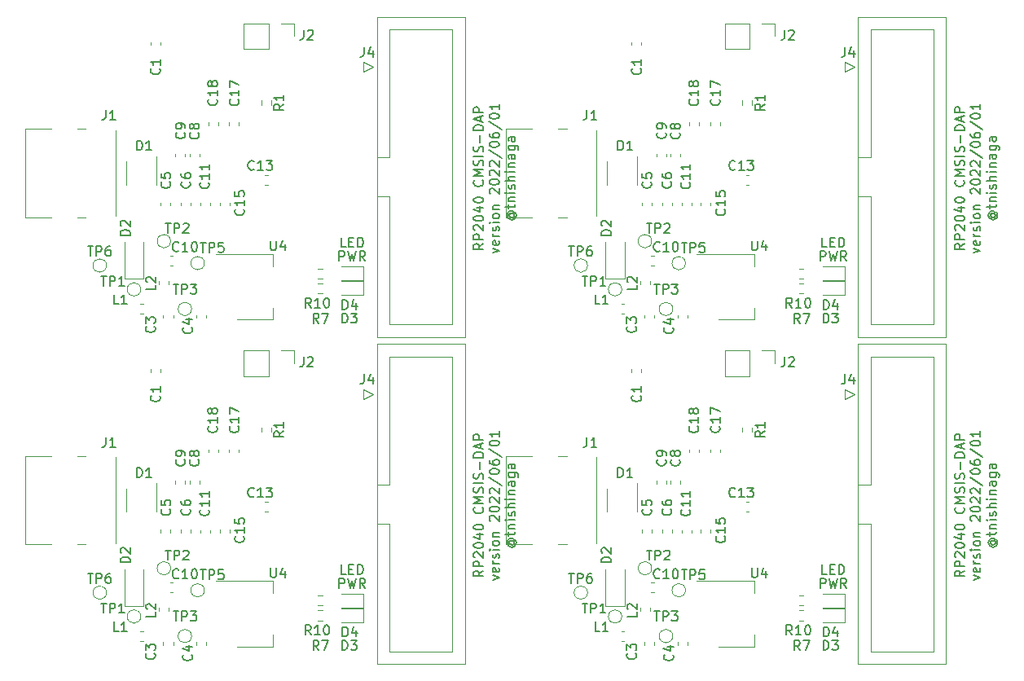
<source format=gto>
G04 #@! TF.GenerationSoftware,KiCad,Pcbnew,(5.1.10-1-10_14)*
G04 #@! TF.CreationDate,2022-06-03T02:43:26+09:00*
G04 #@! TF.ProjectId,cmsis-dap_rp2040,636d7369-732d-4646-9170-5f7270323034,rev?*
G04 #@! TF.SameCoordinates,Original*
G04 #@! TF.FileFunction,Legend,Top*
G04 #@! TF.FilePolarity,Positive*
%FSLAX46Y46*%
G04 Gerber Fmt 4.6, Leading zero omitted, Abs format (unit mm)*
G04 Created by KiCad (PCBNEW (5.1.10-1-10_14)) date 2022-06-03 02:43:26*
%MOMM*%
%LPD*%
G01*
G04 APERTURE LIST*
%ADD10C,0.150000*%
%ADD11C,0.120000*%
G04 APERTURE END LIST*
D10*
X195002380Y-107905714D02*
X194526190Y-108239047D01*
X195002380Y-108477142D02*
X194002380Y-108477142D01*
X194002380Y-108096190D01*
X194050000Y-108000952D01*
X194097619Y-107953333D01*
X194192857Y-107905714D01*
X194335714Y-107905714D01*
X194430952Y-107953333D01*
X194478571Y-108000952D01*
X194526190Y-108096190D01*
X194526190Y-108477142D01*
X195002380Y-107477142D02*
X194002380Y-107477142D01*
X194002380Y-107096190D01*
X194050000Y-107000952D01*
X194097619Y-106953333D01*
X194192857Y-106905714D01*
X194335714Y-106905714D01*
X194430952Y-106953333D01*
X194478571Y-107000952D01*
X194526190Y-107096190D01*
X194526190Y-107477142D01*
X194097619Y-106524761D02*
X194050000Y-106477142D01*
X194002380Y-106381904D01*
X194002380Y-106143809D01*
X194050000Y-106048571D01*
X194097619Y-106000952D01*
X194192857Y-105953333D01*
X194288095Y-105953333D01*
X194430952Y-106000952D01*
X195002380Y-106572380D01*
X195002380Y-105953333D01*
X194002380Y-105334285D02*
X194002380Y-105239047D01*
X194050000Y-105143809D01*
X194097619Y-105096190D01*
X194192857Y-105048571D01*
X194383333Y-105000952D01*
X194621428Y-105000952D01*
X194811904Y-105048571D01*
X194907142Y-105096190D01*
X194954761Y-105143809D01*
X195002380Y-105239047D01*
X195002380Y-105334285D01*
X194954761Y-105429523D01*
X194907142Y-105477142D01*
X194811904Y-105524761D01*
X194621428Y-105572380D01*
X194383333Y-105572380D01*
X194192857Y-105524761D01*
X194097619Y-105477142D01*
X194050000Y-105429523D01*
X194002380Y-105334285D01*
X194335714Y-104143809D02*
X195002380Y-104143809D01*
X193954761Y-104381904D02*
X194669047Y-104620000D01*
X194669047Y-104000952D01*
X194002380Y-103429523D02*
X194002380Y-103334285D01*
X194050000Y-103239047D01*
X194097619Y-103191428D01*
X194192857Y-103143809D01*
X194383333Y-103096190D01*
X194621428Y-103096190D01*
X194811904Y-103143809D01*
X194907142Y-103191428D01*
X194954761Y-103239047D01*
X195002380Y-103334285D01*
X195002380Y-103429523D01*
X194954761Y-103524761D01*
X194907142Y-103572380D01*
X194811904Y-103620000D01*
X194621428Y-103667619D01*
X194383333Y-103667619D01*
X194192857Y-103620000D01*
X194097619Y-103572380D01*
X194050000Y-103524761D01*
X194002380Y-103429523D01*
X194907142Y-101334285D02*
X194954761Y-101381904D01*
X195002380Y-101524761D01*
X195002380Y-101620000D01*
X194954761Y-101762857D01*
X194859523Y-101858095D01*
X194764285Y-101905714D01*
X194573809Y-101953333D01*
X194430952Y-101953333D01*
X194240476Y-101905714D01*
X194145238Y-101858095D01*
X194050000Y-101762857D01*
X194002380Y-101620000D01*
X194002380Y-101524761D01*
X194050000Y-101381904D01*
X194097619Y-101334285D01*
X195002380Y-100905714D02*
X194002380Y-100905714D01*
X194716666Y-100572380D01*
X194002380Y-100239047D01*
X195002380Y-100239047D01*
X194954761Y-99810476D02*
X195002380Y-99667619D01*
X195002380Y-99429523D01*
X194954761Y-99334285D01*
X194907142Y-99286666D01*
X194811904Y-99239047D01*
X194716666Y-99239047D01*
X194621428Y-99286666D01*
X194573809Y-99334285D01*
X194526190Y-99429523D01*
X194478571Y-99620000D01*
X194430952Y-99715238D01*
X194383333Y-99762857D01*
X194288095Y-99810476D01*
X194192857Y-99810476D01*
X194097619Y-99762857D01*
X194050000Y-99715238D01*
X194002380Y-99620000D01*
X194002380Y-99381904D01*
X194050000Y-99239047D01*
X195002380Y-98810476D02*
X194002380Y-98810476D01*
X194954761Y-98381904D02*
X195002380Y-98239047D01*
X195002380Y-98000952D01*
X194954761Y-97905714D01*
X194907142Y-97858095D01*
X194811904Y-97810476D01*
X194716666Y-97810476D01*
X194621428Y-97858095D01*
X194573809Y-97905714D01*
X194526190Y-98000952D01*
X194478571Y-98191428D01*
X194430952Y-98286666D01*
X194383333Y-98334285D01*
X194288095Y-98381904D01*
X194192857Y-98381904D01*
X194097619Y-98334285D01*
X194050000Y-98286666D01*
X194002380Y-98191428D01*
X194002380Y-97953333D01*
X194050000Y-97810476D01*
X194621428Y-97381904D02*
X194621428Y-96620000D01*
X195002380Y-96143809D02*
X194002380Y-96143809D01*
X194002380Y-95905714D01*
X194050000Y-95762857D01*
X194145238Y-95667619D01*
X194240476Y-95620000D01*
X194430952Y-95572380D01*
X194573809Y-95572380D01*
X194764285Y-95620000D01*
X194859523Y-95667619D01*
X194954761Y-95762857D01*
X195002380Y-95905714D01*
X195002380Y-96143809D01*
X194716666Y-95191428D02*
X194716666Y-94715238D01*
X195002380Y-95286666D02*
X194002380Y-94953333D01*
X195002380Y-94620000D01*
X195002380Y-94286666D02*
X194002380Y-94286666D01*
X194002380Y-93905714D01*
X194050000Y-93810476D01*
X194097619Y-93762857D01*
X194192857Y-93715238D01*
X194335714Y-93715238D01*
X194430952Y-93762857D01*
X194478571Y-93810476D01*
X194526190Y-93905714D01*
X194526190Y-94286666D01*
X195985714Y-108881904D02*
X196652380Y-108643809D01*
X195985714Y-108405714D01*
X196604761Y-107643809D02*
X196652380Y-107739047D01*
X196652380Y-107929523D01*
X196604761Y-108024761D01*
X196509523Y-108072380D01*
X196128571Y-108072380D01*
X196033333Y-108024761D01*
X195985714Y-107929523D01*
X195985714Y-107739047D01*
X196033333Y-107643809D01*
X196128571Y-107596190D01*
X196223809Y-107596190D01*
X196319047Y-108072380D01*
X196652380Y-107167619D02*
X195985714Y-107167619D01*
X196176190Y-107167619D02*
X196080952Y-107120000D01*
X196033333Y-107072380D01*
X195985714Y-106977142D01*
X195985714Y-106881904D01*
X196604761Y-106596190D02*
X196652380Y-106500952D01*
X196652380Y-106310476D01*
X196604761Y-106215238D01*
X196509523Y-106167619D01*
X196461904Y-106167619D01*
X196366666Y-106215238D01*
X196319047Y-106310476D01*
X196319047Y-106453333D01*
X196271428Y-106548571D01*
X196176190Y-106596190D01*
X196128571Y-106596190D01*
X196033333Y-106548571D01*
X195985714Y-106453333D01*
X195985714Y-106310476D01*
X196033333Y-106215238D01*
X196652380Y-105739047D02*
X195985714Y-105739047D01*
X195652380Y-105739047D02*
X195700000Y-105786666D01*
X195747619Y-105739047D01*
X195700000Y-105691428D01*
X195652380Y-105739047D01*
X195747619Y-105739047D01*
X196652380Y-105120000D02*
X196604761Y-105215238D01*
X196557142Y-105262857D01*
X196461904Y-105310476D01*
X196176190Y-105310476D01*
X196080952Y-105262857D01*
X196033333Y-105215238D01*
X195985714Y-105120000D01*
X195985714Y-104977142D01*
X196033333Y-104881904D01*
X196080952Y-104834285D01*
X196176190Y-104786666D01*
X196461904Y-104786666D01*
X196557142Y-104834285D01*
X196604761Y-104881904D01*
X196652380Y-104977142D01*
X196652380Y-105120000D01*
X195985714Y-104358095D02*
X196652380Y-104358095D01*
X196080952Y-104358095D02*
X196033333Y-104310476D01*
X195985714Y-104215238D01*
X195985714Y-104072380D01*
X196033333Y-103977142D01*
X196128571Y-103929523D01*
X196652380Y-103929523D01*
X195747619Y-102739047D02*
X195700000Y-102691428D01*
X195652380Y-102596190D01*
X195652380Y-102358095D01*
X195700000Y-102262857D01*
X195747619Y-102215238D01*
X195842857Y-102167619D01*
X195938095Y-102167619D01*
X196080952Y-102215238D01*
X196652380Y-102786666D01*
X196652380Y-102167619D01*
X195652380Y-101548571D02*
X195652380Y-101453333D01*
X195700000Y-101358095D01*
X195747619Y-101310476D01*
X195842857Y-101262857D01*
X196033333Y-101215238D01*
X196271428Y-101215238D01*
X196461904Y-101262857D01*
X196557142Y-101310476D01*
X196604761Y-101358095D01*
X196652380Y-101453333D01*
X196652380Y-101548571D01*
X196604761Y-101643809D01*
X196557142Y-101691428D01*
X196461904Y-101739047D01*
X196271428Y-101786666D01*
X196033333Y-101786666D01*
X195842857Y-101739047D01*
X195747619Y-101691428D01*
X195700000Y-101643809D01*
X195652380Y-101548571D01*
X195747619Y-100834285D02*
X195700000Y-100786666D01*
X195652380Y-100691428D01*
X195652380Y-100453333D01*
X195700000Y-100358095D01*
X195747619Y-100310476D01*
X195842857Y-100262857D01*
X195938095Y-100262857D01*
X196080952Y-100310476D01*
X196652380Y-100881904D01*
X196652380Y-100262857D01*
X195747619Y-99881904D02*
X195700000Y-99834285D01*
X195652380Y-99739047D01*
X195652380Y-99500952D01*
X195700000Y-99405714D01*
X195747619Y-99358095D01*
X195842857Y-99310476D01*
X195938095Y-99310476D01*
X196080952Y-99358095D01*
X196652380Y-99929523D01*
X196652380Y-99310476D01*
X195604761Y-98167619D02*
X196890476Y-99024761D01*
X195652380Y-97643809D02*
X195652380Y-97548571D01*
X195700000Y-97453333D01*
X195747619Y-97405714D01*
X195842857Y-97358095D01*
X196033333Y-97310476D01*
X196271428Y-97310476D01*
X196461904Y-97358095D01*
X196557142Y-97405714D01*
X196604761Y-97453333D01*
X196652380Y-97548571D01*
X196652380Y-97643809D01*
X196604761Y-97739047D01*
X196557142Y-97786666D01*
X196461904Y-97834285D01*
X196271428Y-97881904D01*
X196033333Y-97881904D01*
X195842857Y-97834285D01*
X195747619Y-97786666D01*
X195700000Y-97739047D01*
X195652380Y-97643809D01*
X195652380Y-96453333D02*
X195652380Y-96643809D01*
X195700000Y-96739047D01*
X195747619Y-96786666D01*
X195890476Y-96881904D01*
X196080952Y-96929523D01*
X196461904Y-96929523D01*
X196557142Y-96881904D01*
X196604761Y-96834285D01*
X196652380Y-96739047D01*
X196652380Y-96548571D01*
X196604761Y-96453333D01*
X196557142Y-96405714D01*
X196461904Y-96358095D01*
X196223809Y-96358095D01*
X196128571Y-96405714D01*
X196080952Y-96453333D01*
X196033333Y-96548571D01*
X196033333Y-96739047D01*
X196080952Y-96834285D01*
X196128571Y-96881904D01*
X196223809Y-96929523D01*
X195604761Y-95215238D02*
X196890476Y-96072380D01*
X195652380Y-94691428D02*
X195652380Y-94596190D01*
X195700000Y-94500952D01*
X195747619Y-94453333D01*
X195842857Y-94405714D01*
X196033333Y-94358095D01*
X196271428Y-94358095D01*
X196461904Y-94405714D01*
X196557142Y-94453333D01*
X196604761Y-94500952D01*
X196652380Y-94596190D01*
X196652380Y-94691428D01*
X196604761Y-94786666D01*
X196557142Y-94834285D01*
X196461904Y-94881904D01*
X196271428Y-94929523D01*
X196033333Y-94929523D01*
X195842857Y-94881904D01*
X195747619Y-94834285D01*
X195700000Y-94786666D01*
X195652380Y-94691428D01*
X196652380Y-93405714D02*
X196652380Y-93977142D01*
X196652380Y-93691428D02*
X195652380Y-93691428D01*
X195795238Y-93786666D01*
X195890476Y-93881904D01*
X195938095Y-93977142D01*
X197826190Y-104786666D02*
X197778571Y-104834285D01*
X197730952Y-104929523D01*
X197730952Y-105024761D01*
X197778571Y-105120000D01*
X197826190Y-105167619D01*
X197921428Y-105215238D01*
X198016666Y-105215238D01*
X198111904Y-105167619D01*
X198159523Y-105120000D01*
X198207142Y-105024761D01*
X198207142Y-104929523D01*
X198159523Y-104834285D01*
X198111904Y-104786666D01*
X197730952Y-104786666D02*
X198111904Y-104786666D01*
X198159523Y-104739047D01*
X198159523Y-104691428D01*
X198111904Y-104596190D01*
X198016666Y-104548571D01*
X197778571Y-104548571D01*
X197635714Y-104643809D01*
X197540476Y-104786666D01*
X197492857Y-104977142D01*
X197540476Y-105167619D01*
X197635714Y-105310476D01*
X197778571Y-105405714D01*
X197969047Y-105453333D01*
X198159523Y-105405714D01*
X198302380Y-105310476D01*
X198397619Y-105167619D01*
X198445238Y-104977142D01*
X198397619Y-104786666D01*
X198302380Y-104643809D01*
X197635714Y-104262857D02*
X197635714Y-103881904D01*
X197302380Y-104120000D02*
X198159523Y-104120000D01*
X198254761Y-104072380D01*
X198302380Y-103977142D01*
X198302380Y-103881904D01*
X197635714Y-103548571D02*
X198302380Y-103548571D01*
X197730952Y-103548571D02*
X197683333Y-103500952D01*
X197635714Y-103405714D01*
X197635714Y-103262857D01*
X197683333Y-103167619D01*
X197778571Y-103120000D01*
X198302380Y-103120000D01*
X198302380Y-102643809D02*
X197635714Y-102643809D01*
X197302380Y-102643809D02*
X197350000Y-102691428D01*
X197397619Y-102643809D01*
X197350000Y-102596190D01*
X197302380Y-102643809D01*
X197397619Y-102643809D01*
X198254761Y-102215238D02*
X198302380Y-102120000D01*
X198302380Y-101929523D01*
X198254761Y-101834285D01*
X198159523Y-101786666D01*
X198111904Y-101786666D01*
X198016666Y-101834285D01*
X197969047Y-101929523D01*
X197969047Y-102072380D01*
X197921428Y-102167619D01*
X197826190Y-102215238D01*
X197778571Y-102215238D01*
X197683333Y-102167619D01*
X197635714Y-102072380D01*
X197635714Y-101929523D01*
X197683333Y-101834285D01*
X198302380Y-101358095D02*
X197302380Y-101358095D01*
X198302380Y-100929523D02*
X197778571Y-100929523D01*
X197683333Y-100977142D01*
X197635714Y-101072380D01*
X197635714Y-101215238D01*
X197683333Y-101310476D01*
X197730952Y-101358095D01*
X198302380Y-100453333D02*
X197635714Y-100453333D01*
X197302380Y-100453333D02*
X197350000Y-100500952D01*
X197397619Y-100453333D01*
X197350000Y-100405714D01*
X197302380Y-100453333D01*
X197397619Y-100453333D01*
X197635714Y-99977142D02*
X198302380Y-99977142D01*
X197730952Y-99977142D02*
X197683333Y-99929523D01*
X197635714Y-99834285D01*
X197635714Y-99691428D01*
X197683333Y-99596190D01*
X197778571Y-99548571D01*
X198302380Y-99548571D01*
X198302380Y-98643809D02*
X197778571Y-98643809D01*
X197683333Y-98691428D01*
X197635714Y-98786666D01*
X197635714Y-98977142D01*
X197683333Y-99072380D01*
X198254761Y-98643809D02*
X198302380Y-98739047D01*
X198302380Y-98977142D01*
X198254761Y-99072380D01*
X198159523Y-99120000D01*
X198064285Y-99120000D01*
X197969047Y-99072380D01*
X197921428Y-98977142D01*
X197921428Y-98739047D01*
X197873809Y-98643809D01*
X197635714Y-97739047D02*
X198445238Y-97739047D01*
X198540476Y-97786666D01*
X198588095Y-97834285D01*
X198635714Y-97929523D01*
X198635714Y-98072380D01*
X198588095Y-98167619D01*
X198254761Y-97739047D02*
X198302380Y-97834285D01*
X198302380Y-98024761D01*
X198254761Y-98120000D01*
X198207142Y-98167619D01*
X198111904Y-98215238D01*
X197826190Y-98215238D01*
X197730952Y-98167619D01*
X197683333Y-98120000D01*
X197635714Y-98024761D01*
X197635714Y-97834285D01*
X197683333Y-97739047D01*
X198302380Y-96834285D02*
X197778571Y-96834285D01*
X197683333Y-96881904D01*
X197635714Y-96977142D01*
X197635714Y-97167619D01*
X197683333Y-97262857D01*
X198254761Y-96834285D02*
X198302380Y-96929523D01*
X198302380Y-97167619D01*
X198254761Y-97262857D01*
X198159523Y-97310476D01*
X198064285Y-97310476D01*
X197969047Y-97262857D01*
X197921428Y-97167619D01*
X197921428Y-96929523D01*
X197873809Y-96834285D01*
X145002380Y-107905714D02*
X144526190Y-108239047D01*
X145002380Y-108477142D02*
X144002380Y-108477142D01*
X144002380Y-108096190D01*
X144050000Y-108000952D01*
X144097619Y-107953333D01*
X144192857Y-107905714D01*
X144335714Y-107905714D01*
X144430952Y-107953333D01*
X144478571Y-108000952D01*
X144526190Y-108096190D01*
X144526190Y-108477142D01*
X145002380Y-107477142D02*
X144002380Y-107477142D01*
X144002380Y-107096190D01*
X144050000Y-107000952D01*
X144097619Y-106953333D01*
X144192857Y-106905714D01*
X144335714Y-106905714D01*
X144430952Y-106953333D01*
X144478571Y-107000952D01*
X144526190Y-107096190D01*
X144526190Y-107477142D01*
X144097619Y-106524761D02*
X144050000Y-106477142D01*
X144002380Y-106381904D01*
X144002380Y-106143809D01*
X144050000Y-106048571D01*
X144097619Y-106000952D01*
X144192857Y-105953333D01*
X144288095Y-105953333D01*
X144430952Y-106000952D01*
X145002380Y-106572380D01*
X145002380Y-105953333D01*
X144002380Y-105334285D02*
X144002380Y-105239047D01*
X144050000Y-105143809D01*
X144097619Y-105096190D01*
X144192857Y-105048571D01*
X144383333Y-105000952D01*
X144621428Y-105000952D01*
X144811904Y-105048571D01*
X144907142Y-105096190D01*
X144954761Y-105143809D01*
X145002380Y-105239047D01*
X145002380Y-105334285D01*
X144954761Y-105429523D01*
X144907142Y-105477142D01*
X144811904Y-105524761D01*
X144621428Y-105572380D01*
X144383333Y-105572380D01*
X144192857Y-105524761D01*
X144097619Y-105477142D01*
X144050000Y-105429523D01*
X144002380Y-105334285D01*
X144335714Y-104143809D02*
X145002380Y-104143809D01*
X143954761Y-104381904D02*
X144669047Y-104620000D01*
X144669047Y-104000952D01*
X144002380Y-103429523D02*
X144002380Y-103334285D01*
X144050000Y-103239047D01*
X144097619Y-103191428D01*
X144192857Y-103143809D01*
X144383333Y-103096190D01*
X144621428Y-103096190D01*
X144811904Y-103143809D01*
X144907142Y-103191428D01*
X144954761Y-103239047D01*
X145002380Y-103334285D01*
X145002380Y-103429523D01*
X144954761Y-103524761D01*
X144907142Y-103572380D01*
X144811904Y-103620000D01*
X144621428Y-103667619D01*
X144383333Y-103667619D01*
X144192857Y-103620000D01*
X144097619Y-103572380D01*
X144050000Y-103524761D01*
X144002380Y-103429523D01*
X144907142Y-101334285D02*
X144954761Y-101381904D01*
X145002380Y-101524761D01*
X145002380Y-101620000D01*
X144954761Y-101762857D01*
X144859523Y-101858095D01*
X144764285Y-101905714D01*
X144573809Y-101953333D01*
X144430952Y-101953333D01*
X144240476Y-101905714D01*
X144145238Y-101858095D01*
X144050000Y-101762857D01*
X144002380Y-101620000D01*
X144002380Y-101524761D01*
X144050000Y-101381904D01*
X144097619Y-101334285D01*
X145002380Y-100905714D02*
X144002380Y-100905714D01*
X144716666Y-100572380D01*
X144002380Y-100239047D01*
X145002380Y-100239047D01*
X144954761Y-99810476D02*
X145002380Y-99667619D01*
X145002380Y-99429523D01*
X144954761Y-99334285D01*
X144907142Y-99286666D01*
X144811904Y-99239047D01*
X144716666Y-99239047D01*
X144621428Y-99286666D01*
X144573809Y-99334285D01*
X144526190Y-99429523D01*
X144478571Y-99620000D01*
X144430952Y-99715238D01*
X144383333Y-99762857D01*
X144288095Y-99810476D01*
X144192857Y-99810476D01*
X144097619Y-99762857D01*
X144050000Y-99715238D01*
X144002380Y-99620000D01*
X144002380Y-99381904D01*
X144050000Y-99239047D01*
X145002380Y-98810476D02*
X144002380Y-98810476D01*
X144954761Y-98381904D02*
X145002380Y-98239047D01*
X145002380Y-98000952D01*
X144954761Y-97905714D01*
X144907142Y-97858095D01*
X144811904Y-97810476D01*
X144716666Y-97810476D01*
X144621428Y-97858095D01*
X144573809Y-97905714D01*
X144526190Y-98000952D01*
X144478571Y-98191428D01*
X144430952Y-98286666D01*
X144383333Y-98334285D01*
X144288095Y-98381904D01*
X144192857Y-98381904D01*
X144097619Y-98334285D01*
X144050000Y-98286666D01*
X144002380Y-98191428D01*
X144002380Y-97953333D01*
X144050000Y-97810476D01*
X144621428Y-97381904D02*
X144621428Y-96620000D01*
X145002380Y-96143809D02*
X144002380Y-96143809D01*
X144002380Y-95905714D01*
X144050000Y-95762857D01*
X144145238Y-95667619D01*
X144240476Y-95620000D01*
X144430952Y-95572380D01*
X144573809Y-95572380D01*
X144764285Y-95620000D01*
X144859523Y-95667619D01*
X144954761Y-95762857D01*
X145002380Y-95905714D01*
X145002380Y-96143809D01*
X144716666Y-95191428D02*
X144716666Y-94715238D01*
X145002380Y-95286666D02*
X144002380Y-94953333D01*
X145002380Y-94620000D01*
X145002380Y-94286666D02*
X144002380Y-94286666D01*
X144002380Y-93905714D01*
X144050000Y-93810476D01*
X144097619Y-93762857D01*
X144192857Y-93715238D01*
X144335714Y-93715238D01*
X144430952Y-93762857D01*
X144478571Y-93810476D01*
X144526190Y-93905714D01*
X144526190Y-94286666D01*
X145985714Y-108881904D02*
X146652380Y-108643809D01*
X145985714Y-108405714D01*
X146604761Y-107643809D02*
X146652380Y-107739047D01*
X146652380Y-107929523D01*
X146604761Y-108024761D01*
X146509523Y-108072380D01*
X146128571Y-108072380D01*
X146033333Y-108024761D01*
X145985714Y-107929523D01*
X145985714Y-107739047D01*
X146033333Y-107643809D01*
X146128571Y-107596190D01*
X146223809Y-107596190D01*
X146319047Y-108072380D01*
X146652380Y-107167619D02*
X145985714Y-107167619D01*
X146176190Y-107167619D02*
X146080952Y-107120000D01*
X146033333Y-107072380D01*
X145985714Y-106977142D01*
X145985714Y-106881904D01*
X146604761Y-106596190D02*
X146652380Y-106500952D01*
X146652380Y-106310476D01*
X146604761Y-106215238D01*
X146509523Y-106167619D01*
X146461904Y-106167619D01*
X146366666Y-106215238D01*
X146319047Y-106310476D01*
X146319047Y-106453333D01*
X146271428Y-106548571D01*
X146176190Y-106596190D01*
X146128571Y-106596190D01*
X146033333Y-106548571D01*
X145985714Y-106453333D01*
X145985714Y-106310476D01*
X146033333Y-106215238D01*
X146652380Y-105739047D02*
X145985714Y-105739047D01*
X145652380Y-105739047D02*
X145700000Y-105786666D01*
X145747619Y-105739047D01*
X145700000Y-105691428D01*
X145652380Y-105739047D01*
X145747619Y-105739047D01*
X146652380Y-105120000D02*
X146604761Y-105215238D01*
X146557142Y-105262857D01*
X146461904Y-105310476D01*
X146176190Y-105310476D01*
X146080952Y-105262857D01*
X146033333Y-105215238D01*
X145985714Y-105120000D01*
X145985714Y-104977142D01*
X146033333Y-104881904D01*
X146080952Y-104834285D01*
X146176190Y-104786666D01*
X146461904Y-104786666D01*
X146557142Y-104834285D01*
X146604761Y-104881904D01*
X146652380Y-104977142D01*
X146652380Y-105120000D01*
X145985714Y-104358095D02*
X146652380Y-104358095D01*
X146080952Y-104358095D02*
X146033333Y-104310476D01*
X145985714Y-104215238D01*
X145985714Y-104072380D01*
X146033333Y-103977142D01*
X146128571Y-103929523D01*
X146652380Y-103929523D01*
X145747619Y-102739047D02*
X145700000Y-102691428D01*
X145652380Y-102596190D01*
X145652380Y-102358095D01*
X145700000Y-102262857D01*
X145747619Y-102215238D01*
X145842857Y-102167619D01*
X145938095Y-102167619D01*
X146080952Y-102215238D01*
X146652380Y-102786666D01*
X146652380Y-102167619D01*
X145652380Y-101548571D02*
X145652380Y-101453333D01*
X145700000Y-101358095D01*
X145747619Y-101310476D01*
X145842857Y-101262857D01*
X146033333Y-101215238D01*
X146271428Y-101215238D01*
X146461904Y-101262857D01*
X146557142Y-101310476D01*
X146604761Y-101358095D01*
X146652380Y-101453333D01*
X146652380Y-101548571D01*
X146604761Y-101643809D01*
X146557142Y-101691428D01*
X146461904Y-101739047D01*
X146271428Y-101786666D01*
X146033333Y-101786666D01*
X145842857Y-101739047D01*
X145747619Y-101691428D01*
X145700000Y-101643809D01*
X145652380Y-101548571D01*
X145747619Y-100834285D02*
X145700000Y-100786666D01*
X145652380Y-100691428D01*
X145652380Y-100453333D01*
X145700000Y-100358095D01*
X145747619Y-100310476D01*
X145842857Y-100262857D01*
X145938095Y-100262857D01*
X146080952Y-100310476D01*
X146652380Y-100881904D01*
X146652380Y-100262857D01*
X145747619Y-99881904D02*
X145700000Y-99834285D01*
X145652380Y-99739047D01*
X145652380Y-99500952D01*
X145700000Y-99405714D01*
X145747619Y-99358095D01*
X145842857Y-99310476D01*
X145938095Y-99310476D01*
X146080952Y-99358095D01*
X146652380Y-99929523D01*
X146652380Y-99310476D01*
X145604761Y-98167619D02*
X146890476Y-99024761D01*
X145652380Y-97643809D02*
X145652380Y-97548571D01*
X145700000Y-97453333D01*
X145747619Y-97405714D01*
X145842857Y-97358095D01*
X146033333Y-97310476D01*
X146271428Y-97310476D01*
X146461904Y-97358095D01*
X146557142Y-97405714D01*
X146604761Y-97453333D01*
X146652380Y-97548571D01*
X146652380Y-97643809D01*
X146604761Y-97739047D01*
X146557142Y-97786666D01*
X146461904Y-97834285D01*
X146271428Y-97881904D01*
X146033333Y-97881904D01*
X145842857Y-97834285D01*
X145747619Y-97786666D01*
X145700000Y-97739047D01*
X145652380Y-97643809D01*
X145652380Y-96453333D02*
X145652380Y-96643809D01*
X145700000Y-96739047D01*
X145747619Y-96786666D01*
X145890476Y-96881904D01*
X146080952Y-96929523D01*
X146461904Y-96929523D01*
X146557142Y-96881904D01*
X146604761Y-96834285D01*
X146652380Y-96739047D01*
X146652380Y-96548571D01*
X146604761Y-96453333D01*
X146557142Y-96405714D01*
X146461904Y-96358095D01*
X146223809Y-96358095D01*
X146128571Y-96405714D01*
X146080952Y-96453333D01*
X146033333Y-96548571D01*
X146033333Y-96739047D01*
X146080952Y-96834285D01*
X146128571Y-96881904D01*
X146223809Y-96929523D01*
X145604761Y-95215238D02*
X146890476Y-96072380D01*
X145652380Y-94691428D02*
X145652380Y-94596190D01*
X145700000Y-94500952D01*
X145747619Y-94453333D01*
X145842857Y-94405714D01*
X146033333Y-94358095D01*
X146271428Y-94358095D01*
X146461904Y-94405714D01*
X146557142Y-94453333D01*
X146604761Y-94500952D01*
X146652380Y-94596190D01*
X146652380Y-94691428D01*
X146604761Y-94786666D01*
X146557142Y-94834285D01*
X146461904Y-94881904D01*
X146271428Y-94929523D01*
X146033333Y-94929523D01*
X145842857Y-94881904D01*
X145747619Y-94834285D01*
X145700000Y-94786666D01*
X145652380Y-94691428D01*
X146652380Y-93405714D02*
X146652380Y-93977142D01*
X146652380Y-93691428D02*
X145652380Y-93691428D01*
X145795238Y-93786666D01*
X145890476Y-93881904D01*
X145938095Y-93977142D01*
X147826190Y-104786666D02*
X147778571Y-104834285D01*
X147730952Y-104929523D01*
X147730952Y-105024761D01*
X147778571Y-105120000D01*
X147826190Y-105167619D01*
X147921428Y-105215238D01*
X148016666Y-105215238D01*
X148111904Y-105167619D01*
X148159523Y-105120000D01*
X148207142Y-105024761D01*
X148207142Y-104929523D01*
X148159523Y-104834285D01*
X148111904Y-104786666D01*
X147730952Y-104786666D02*
X148111904Y-104786666D01*
X148159523Y-104739047D01*
X148159523Y-104691428D01*
X148111904Y-104596190D01*
X148016666Y-104548571D01*
X147778571Y-104548571D01*
X147635714Y-104643809D01*
X147540476Y-104786666D01*
X147492857Y-104977142D01*
X147540476Y-105167619D01*
X147635714Y-105310476D01*
X147778571Y-105405714D01*
X147969047Y-105453333D01*
X148159523Y-105405714D01*
X148302380Y-105310476D01*
X148397619Y-105167619D01*
X148445238Y-104977142D01*
X148397619Y-104786666D01*
X148302380Y-104643809D01*
X147635714Y-104262857D02*
X147635714Y-103881904D01*
X147302380Y-104120000D02*
X148159523Y-104120000D01*
X148254761Y-104072380D01*
X148302380Y-103977142D01*
X148302380Y-103881904D01*
X147635714Y-103548571D02*
X148302380Y-103548571D01*
X147730952Y-103548571D02*
X147683333Y-103500952D01*
X147635714Y-103405714D01*
X147635714Y-103262857D01*
X147683333Y-103167619D01*
X147778571Y-103120000D01*
X148302380Y-103120000D01*
X148302380Y-102643809D02*
X147635714Y-102643809D01*
X147302380Y-102643809D02*
X147350000Y-102691428D01*
X147397619Y-102643809D01*
X147350000Y-102596190D01*
X147302380Y-102643809D01*
X147397619Y-102643809D01*
X148254761Y-102215238D02*
X148302380Y-102120000D01*
X148302380Y-101929523D01*
X148254761Y-101834285D01*
X148159523Y-101786666D01*
X148111904Y-101786666D01*
X148016666Y-101834285D01*
X147969047Y-101929523D01*
X147969047Y-102072380D01*
X147921428Y-102167619D01*
X147826190Y-102215238D01*
X147778571Y-102215238D01*
X147683333Y-102167619D01*
X147635714Y-102072380D01*
X147635714Y-101929523D01*
X147683333Y-101834285D01*
X148302380Y-101358095D02*
X147302380Y-101358095D01*
X148302380Y-100929523D02*
X147778571Y-100929523D01*
X147683333Y-100977142D01*
X147635714Y-101072380D01*
X147635714Y-101215238D01*
X147683333Y-101310476D01*
X147730952Y-101358095D01*
X148302380Y-100453333D02*
X147635714Y-100453333D01*
X147302380Y-100453333D02*
X147350000Y-100500952D01*
X147397619Y-100453333D01*
X147350000Y-100405714D01*
X147302380Y-100453333D01*
X147397619Y-100453333D01*
X147635714Y-99977142D02*
X148302380Y-99977142D01*
X147730952Y-99977142D02*
X147683333Y-99929523D01*
X147635714Y-99834285D01*
X147635714Y-99691428D01*
X147683333Y-99596190D01*
X147778571Y-99548571D01*
X148302380Y-99548571D01*
X148302380Y-98643809D02*
X147778571Y-98643809D01*
X147683333Y-98691428D01*
X147635714Y-98786666D01*
X147635714Y-98977142D01*
X147683333Y-99072380D01*
X148254761Y-98643809D02*
X148302380Y-98739047D01*
X148302380Y-98977142D01*
X148254761Y-99072380D01*
X148159523Y-99120000D01*
X148064285Y-99120000D01*
X147969047Y-99072380D01*
X147921428Y-98977142D01*
X147921428Y-98739047D01*
X147873809Y-98643809D01*
X147635714Y-97739047D02*
X148445238Y-97739047D01*
X148540476Y-97786666D01*
X148588095Y-97834285D01*
X148635714Y-97929523D01*
X148635714Y-98072380D01*
X148588095Y-98167619D01*
X148254761Y-97739047D02*
X148302380Y-97834285D01*
X148302380Y-98024761D01*
X148254761Y-98120000D01*
X148207142Y-98167619D01*
X148111904Y-98215238D01*
X147826190Y-98215238D01*
X147730952Y-98167619D01*
X147683333Y-98120000D01*
X147635714Y-98024761D01*
X147635714Y-97834285D01*
X147683333Y-97739047D01*
X148302380Y-96834285D02*
X147778571Y-96834285D01*
X147683333Y-96881904D01*
X147635714Y-96977142D01*
X147635714Y-97167619D01*
X147683333Y-97262857D01*
X148254761Y-96834285D02*
X148302380Y-96929523D01*
X148302380Y-97167619D01*
X148254761Y-97262857D01*
X148159523Y-97310476D01*
X148064285Y-97310476D01*
X147969047Y-97262857D01*
X147921428Y-97167619D01*
X147921428Y-96929523D01*
X147873809Y-96834285D01*
X195002380Y-73905714D02*
X194526190Y-74239047D01*
X195002380Y-74477142D02*
X194002380Y-74477142D01*
X194002380Y-74096190D01*
X194050000Y-74000952D01*
X194097619Y-73953333D01*
X194192857Y-73905714D01*
X194335714Y-73905714D01*
X194430952Y-73953333D01*
X194478571Y-74000952D01*
X194526190Y-74096190D01*
X194526190Y-74477142D01*
X195002380Y-73477142D02*
X194002380Y-73477142D01*
X194002380Y-73096190D01*
X194050000Y-73000952D01*
X194097619Y-72953333D01*
X194192857Y-72905714D01*
X194335714Y-72905714D01*
X194430952Y-72953333D01*
X194478571Y-73000952D01*
X194526190Y-73096190D01*
X194526190Y-73477142D01*
X194097619Y-72524761D02*
X194050000Y-72477142D01*
X194002380Y-72381904D01*
X194002380Y-72143809D01*
X194050000Y-72048571D01*
X194097619Y-72000952D01*
X194192857Y-71953333D01*
X194288095Y-71953333D01*
X194430952Y-72000952D01*
X195002380Y-72572380D01*
X195002380Y-71953333D01*
X194002380Y-71334285D02*
X194002380Y-71239047D01*
X194050000Y-71143809D01*
X194097619Y-71096190D01*
X194192857Y-71048571D01*
X194383333Y-71000952D01*
X194621428Y-71000952D01*
X194811904Y-71048571D01*
X194907142Y-71096190D01*
X194954761Y-71143809D01*
X195002380Y-71239047D01*
X195002380Y-71334285D01*
X194954761Y-71429523D01*
X194907142Y-71477142D01*
X194811904Y-71524761D01*
X194621428Y-71572380D01*
X194383333Y-71572380D01*
X194192857Y-71524761D01*
X194097619Y-71477142D01*
X194050000Y-71429523D01*
X194002380Y-71334285D01*
X194335714Y-70143809D02*
X195002380Y-70143809D01*
X193954761Y-70381904D02*
X194669047Y-70620000D01*
X194669047Y-70000952D01*
X194002380Y-69429523D02*
X194002380Y-69334285D01*
X194050000Y-69239047D01*
X194097619Y-69191428D01*
X194192857Y-69143809D01*
X194383333Y-69096190D01*
X194621428Y-69096190D01*
X194811904Y-69143809D01*
X194907142Y-69191428D01*
X194954761Y-69239047D01*
X195002380Y-69334285D01*
X195002380Y-69429523D01*
X194954761Y-69524761D01*
X194907142Y-69572380D01*
X194811904Y-69620000D01*
X194621428Y-69667619D01*
X194383333Y-69667619D01*
X194192857Y-69620000D01*
X194097619Y-69572380D01*
X194050000Y-69524761D01*
X194002380Y-69429523D01*
X194907142Y-67334285D02*
X194954761Y-67381904D01*
X195002380Y-67524761D01*
X195002380Y-67620000D01*
X194954761Y-67762857D01*
X194859523Y-67858095D01*
X194764285Y-67905714D01*
X194573809Y-67953333D01*
X194430952Y-67953333D01*
X194240476Y-67905714D01*
X194145238Y-67858095D01*
X194050000Y-67762857D01*
X194002380Y-67620000D01*
X194002380Y-67524761D01*
X194050000Y-67381904D01*
X194097619Y-67334285D01*
X195002380Y-66905714D02*
X194002380Y-66905714D01*
X194716666Y-66572380D01*
X194002380Y-66239047D01*
X195002380Y-66239047D01*
X194954761Y-65810476D02*
X195002380Y-65667619D01*
X195002380Y-65429523D01*
X194954761Y-65334285D01*
X194907142Y-65286666D01*
X194811904Y-65239047D01*
X194716666Y-65239047D01*
X194621428Y-65286666D01*
X194573809Y-65334285D01*
X194526190Y-65429523D01*
X194478571Y-65620000D01*
X194430952Y-65715238D01*
X194383333Y-65762857D01*
X194288095Y-65810476D01*
X194192857Y-65810476D01*
X194097619Y-65762857D01*
X194050000Y-65715238D01*
X194002380Y-65620000D01*
X194002380Y-65381904D01*
X194050000Y-65239047D01*
X195002380Y-64810476D02*
X194002380Y-64810476D01*
X194954761Y-64381904D02*
X195002380Y-64239047D01*
X195002380Y-64000952D01*
X194954761Y-63905714D01*
X194907142Y-63858095D01*
X194811904Y-63810476D01*
X194716666Y-63810476D01*
X194621428Y-63858095D01*
X194573809Y-63905714D01*
X194526190Y-64000952D01*
X194478571Y-64191428D01*
X194430952Y-64286666D01*
X194383333Y-64334285D01*
X194288095Y-64381904D01*
X194192857Y-64381904D01*
X194097619Y-64334285D01*
X194050000Y-64286666D01*
X194002380Y-64191428D01*
X194002380Y-63953333D01*
X194050000Y-63810476D01*
X194621428Y-63381904D02*
X194621428Y-62620000D01*
X195002380Y-62143809D02*
X194002380Y-62143809D01*
X194002380Y-61905714D01*
X194050000Y-61762857D01*
X194145238Y-61667619D01*
X194240476Y-61620000D01*
X194430952Y-61572380D01*
X194573809Y-61572380D01*
X194764285Y-61620000D01*
X194859523Y-61667619D01*
X194954761Y-61762857D01*
X195002380Y-61905714D01*
X195002380Y-62143809D01*
X194716666Y-61191428D02*
X194716666Y-60715238D01*
X195002380Y-61286666D02*
X194002380Y-60953333D01*
X195002380Y-60620000D01*
X195002380Y-60286666D02*
X194002380Y-60286666D01*
X194002380Y-59905714D01*
X194050000Y-59810476D01*
X194097619Y-59762857D01*
X194192857Y-59715238D01*
X194335714Y-59715238D01*
X194430952Y-59762857D01*
X194478571Y-59810476D01*
X194526190Y-59905714D01*
X194526190Y-60286666D01*
X195985714Y-74881904D02*
X196652380Y-74643809D01*
X195985714Y-74405714D01*
X196604761Y-73643809D02*
X196652380Y-73739047D01*
X196652380Y-73929523D01*
X196604761Y-74024761D01*
X196509523Y-74072380D01*
X196128571Y-74072380D01*
X196033333Y-74024761D01*
X195985714Y-73929523D01*
X195985714Y-73739047D01*
X196033333Y-73643809D01*
X196128571Y-73596190D01*
X196223809Y-73596190D01*
X196319047Y-74072380D01*
X196652380Y-73167619D02*
X195985714Y-73167619D01*
X196176190Y-73167619D02*
X196080952Y-73120000D01*
X196033333Y-73072380D01*
X195985714Y-72977142D01*
X195985714Y-72881904D01*
X196604761Y-72596190D02*
X196652380Y-72500952D01*
X196652380Y-72310476D01*
X196604761Y-72215238D01*
X196509523Y-72167619D01*
X196461904Y-72167619D01*
X196366666Y-72215238D01*
X196319047Y-72310476D01*
X196319047Y-72453333D01*
X196271428Y-72548571D01*
X196176190Y-72596190D01*
X196128571Y-72596190D01*
X196033333Y-72548571D01*
X195985714Y-72453333D01*
X195985714Y-72310476D01*
X196033333Y-72215238D01*
X196652380Y-71739047D02*
X195985714Y-71739047D01*
X195652380Y-71739047D02*
X195700000Y-71786666D01*
X195747619Y-71739047D01*
X195700000Y-71691428D01*
X195652380Y-71739047D01*
X195747619Y-71739047D01*
X196652380Y-71120000D02*
X196604761Y-71215238D01*
X196557142Y-71262857D01*
X196461904Y-71310476D01*
X196176190Y-71310476D01*
X196080952Y-71262857D01*
X196033333Y-71215238D01*
X195985714Y-71120000D01*
X195985714Y-70977142D01*
X196033333Y-70881904D01*
X196080952Y-70834285D01*
X196176190Y-70786666D01*
X196461904Y-70786666D01*
X196557142Y-70834285D01*
X196604761Y-70881904D01*
X196652380Y-70977142D01*
X196652380Y-71120000D01*
X195985714Y-70358095D02*
X196652380Y-70358095D01*
X196080952Y-70358095D02*
X196033333Y-70310476D01*
X195985714Y-70215238D01*
X195985714Y-70072380D01*
X196033333Y-69977142D01*
X196128571Y-69929523D01*
X196652380Y-69929523D01*
X195747619Y-68739047D02*
X195700000Y-68691428D01*
X195652380Y-68596190D01*
X195652380Y-68358095D01*
X195700000Y-68262857D01*
X195747619Y-68215238D01*
X195842857Y-68167619D01*
X195938095Y-68167619D01*
X196080952Y-68215238D01*
X196652380Y-68786666D01*
X196652380Y-68167619D01*
X195652380Y-67548571D02*
X195652380Y-67453333D01*
X195700000Y-67358095D01*
X195747619Y-67310476D01*
X195842857Y-67262857D01*
X196033333Y-67215238D01*
X196271428Y-67215238D01*
X196461904Y-67262857D01*
X196557142Y-67310476D01*
X196604761Y-67358095D01*
X196652380Y-67453333D01*
X196652380Y-67548571D01*
X196604761Y-67643809D01*
X196557142Y-67691428D01*
X196461904Y-67739047D01*
X196271428Y-67786666D01*
X196033333Y-67786666D01*
X195842857Y-67739047D01*
X195747619Y-67691428D01*
X195700000Y-67643809D01*
X195652380Y-67548571D01*
X195747619Y-66834285D02*
X195700000Y-66786666D01*
X195652380Y-66691428D01*
X195652380Y-66453333D01*
X195700000Y-66358095D01*
X195747619Y-66310476D01*
X195842857Y-66262857D01*
X195938095Y-66262857D01*
X196080952Y-66310476D01*
X196652380Y-66881904D01*
X196652380Y-66262857D01*
X195747619Y-65881904D02*
X195700000Y-65834285D01*
X195652380Y-65739047D01*
X195652380Y-65500952D01*
X195700000Y-65405714D01*
X195747619Y-65358095D01*
X195842857Y-65310476D01*
X195938095Y-65310476D01*
X196080952Y-65358095D01*
X196652380Y-65929523D01*
X196652380Y-65310476D01*
X195604761Y-64167619D02*
X196890476Y-65024761D01*
X195652380Y-63643809D02*
X195652380Y-63548571D01*
X195700000Y-63453333D01*
X195747619Y-63405714D01*
X195842857Y-63358095D01*
X196033333Y-63310476D01*
X196271428Y-63310476D01*
X196461904Y-63358095D01*
X196557142Y-63405714D01*
X196604761Y-63453333D01*
X196652380Y-63548571D01*
X196652380Y-63643809D01*
X196604761Y-63739047D01*
X196557142Y-63786666D01*
X196461904Y-63834285D01*
X196271428Y-63881904D01*
X196033333Y-63881904D01*
X195842857Y-63834285D01*
X195747619Y-63786666D01*
X195700000Y-63739047D01*
X195652380Y-63643809D01*
X195652380Y-62453333D02*
X195652380Y-62643809D01*
X195700000Y-62739047D01*
X195747619Y-62786666D01*
X195890476Y-62881904D01*
X196080952Y-62929523D01*
X196461904Y-62929523D01*
X196557142Y-62881904D01*
X196604761Y-62834285D01*
X196652380Y-62739047D01*
X196652380Y-62548571D01*
X196604761Y-62453333D01*
X196557142Y-62405714D01*
X196461904Y-62358095D01*
X196223809Y-62358095D01*
X196128571Y-62405714D01*
X196080952Y-62453333D01*
X196033333Y-62548571D01*
X196033333Y-62739047D01*
X196080952Y-62834285D01*
X196128571Y-62881904D01*
X196223809Y-62929523D01*
X195604761Y-61215238D02*
X196890476Y-62072380D01*
X195652380Y-60691428D02*
X195652380Y-60596190D01*
X195700000Y-60500952D01*
X195747619Y-60453333D01*
X195842857Y-60405714D01*
X196033333Y-60358095D01*
X196271428Y-60358095D01*
X196461904Y-60405714D01*
X196557142Y-60453333D01*
X196604761Y-60500952D01*
X196652380Y-60596190D01*
X196652380Y-60691428D01*
X196604761Y-60786666D01*
X196557142Y-60834285D01*
X196461904Y-60881904D01*
X196271428Y-60929523D01*
X196033333Y-60929523D01*
X195842857Y-60881904D01*
X195747619Y-60834285D01*
X195700000Y-60786666D01*
X195652380Y-60691428D01*
X196652380Y-59405714D02*
X196652380Y-59977142D01*
X196652380Y-59691428D02*
X195652380Y-59691428D01*
X195795238Y-59786666D01*
X195890476Y-59881904D01*
X195938095Y-59977142D01*
X197826190Y-70786666D02*
X197778571Y-70834285D01*
X197730952Y-70929523D01*
X197730952Y-71024761D01*
X197778571Y-71120000D01*
X197826190Y-71167619D01*
X197921428Y-71215238D01*
X198016666Y-71215238D01*
X198111904Y-71167619D01*
X198159523Y-71120000D01*
X198207142Y-71024761D01*
X198207142Y-70929523D01*
X198159523Y-70834285D01*
X198111904Y-70786666D01*
X197730952Y-70786666D02*
X198111904Y-70786666D01*
X198159523Y-70739047D01*
X198159523Y-70691428D01*
X198111904Y-70596190D01*
X198016666Y-70548571D01*
X197778571Y-70548571D01*
X197635714Y-70643809D01*
X197540476Y-70786666D01*
X197492857Y-70977142D01*
X197540476Y-71167619D01*
X197635714Y-71310476D01*
X197778571Y-71405714D01*
X197969047Y-71453333D01*
X198159523Y-71405714D01*
X198302380Y-71310476D01*
X198397619Y-71167619D01*
X198445238Y-70977142D01*
X198397619Y-70786666D01*
X198302380Y-70643809D01*
X197635714Y-70262857D02*
X197635714Y-69881904D01*
X197302380Y-70120000D02*
X198159523Y-70120000D01*
X198254761Y-70072380D01*
X198302380Y-69977142D01*
X198302380Y-69881904D01*
X197635714Y-69548571D02*
X198302380Y-69548571D01*
X197730952Y-69548571D02*
X197683333Y-69500952D01*
X197635714Y-69405714D01*
X197635714Y-69262857D01*
X197683333Y-69167619D01*
X197778571Y-69120000D01*
X198302380Y-69120000D01*
X198302380Y-68643809D02*
X197635714Y-68643809D01*
X197302380Y-68643809D02*
X197350000Y-68691428D01*
X197397619Y-68643809D01*
X197350000Y-68596190D01*
X197302380Y-68643809D01*
X197397619Y-68643809D01*
X198254761Y-68215238D02*
X198302380Y-68120000D01*
X198302380Y-67929523D01*
X198254761Y-67834285D01*
X198159523Y-67786666D01*
X198111904Y-67786666D01*
X198016666Y-67834285D01*
X197969047Y-67929523D01*
X197969047Y-68072380D01*
X197921428Y-68167619D01*
X197826190Y-68215238D01*
X197778571Y-68215238D01*
X197683333Y-68167619D01*
X197635714Y-68072380D01*
X197635714Y-67929523D01*
X197683333Y-67834285D01*
X198302380Y-67358095D02*
X197302380Y-67358095D01*
X198302380Y-66929523D02*
X197778571Y-66929523D01*
X197683333Y-66977142D01*
X197635714Y-67072380D01*
X197635714Y-67215238D01*
X197683333Y-67310476D01*
X197730952Y-67358095D01*
X198302380Y-66453333D02*
X197635714Y-66453333D01*
X197302380Y-66453333D02*
X197350000Y-66500952D01*
X197397619Y-66453333D01*
X197350000Y-66405714D01*
X197302380Y-66453333D01*
X197397619Y-66453333D01*
X197635714Y-65977142D02*
X198302380Y-65977142D01*
X197730952Y-65977142D02*
X197683333Y-65929523D01*
X197635714Y-65834285D01*
X197635714Y-65691428D01*
X197683333Y-65596190D01*
X197778571Y-65548571D01*
X198302380Y-65548571D01*
X198302380Y-64643809D02*
X197778571Y-64643809D01*
X197683333Y-64691428D01*
X197635714Y-64786666D01*
X197635714Y-64977142D01*
X197683333Y-65072380D01*
X198254761Y-64643809D02*
X198302380Y-64739047D01*
X198302380Y-64977142D01*
X198254761Y-65072380D01*
X198159523Y-65120000D01*
X198064285Y-65120000D01*
X197969047Y-65072380D01*
X197921428Y-64977142D01*
X197921428Y-64739047D01*
X197873809Y-64643809D01*
X197635714Y-63739047D02*
X198445238Y-63739047D01*
X198540476Y-63786666D01*
X198588095Y-63834285D01*
X198635714Y-63929523D01*
X198635714Y-64072380D01*
X198588095Y-64167619D01*
X198254761Y-63739047D02*
X198302380Y-63834285D01*
X198302380Y-64024761D01*
X198254761Y-64120000D01*
X198207142Y-64167619D01*
X198111904Y-64215238D01*
X197826190Y-64215238D01*
X197730952Y-64167619D01*
X197683333Y-64120000D01*
X197635714Y-64024761D01*
X197635714Y-63834285D01*
X197683333Y-63739047D01*
X198302380Y-62834285D02*
X197778571Y-62834285D01*
X197683333Y-62881904D01*
X197635714Y-62977142D01*
X197635714Y-63167619D01*
X197683333Y-63262857D01*
X198254761Y-62834285D02*
X198302380Y-62929523D01*
X198302380Y-63167619D01*
X198254761Y-63262857D01*
X198159523Y-63310476D01*
X198064285Y-63310476D01*
X197969047Y-63262857D01*
X197921428Y-63167619D01*
X197921428Y-62929523D01*
X197873809Y-62834285D01*
X180026666Y-109702380D02*
X180026666Y-108702380D01*
X180407619Y-108702380D01*
X180502857Y-108750000D01*
X180550476Y-108797619D01*
X180598095Y-108892857D01*
X180598095Y-109035714D01*
X180550476Y-109130952D01*
X180502857Y-109178571D01*
X180407619Y-109226190D01*
X180026666Y-109226190D01*
X180931428Y-108702380D02*
X181169523Y-109702380D01*
X181360000Y-108988095D01*
X181550476Y-109702380D01*
X181788571Y-108702380D01*
X182740952Y-109702380D02*
X182407619Y-109226190D01*
X182169523Y-109702380D02*
X182169523Y-108702380D01*
X182550476Y-108702380D01*
X182645714Y-108750000D01*
X182693333Y-108797619D01*
X182740952Y-108892857D01*
X182740952Y-109035714D01*
X182693333Y-109130952D01*
X182645714Y-109178571D01*
X182550476Y-109226190D01*
X182169523Y-109226190D01*
X130026666Y-109702380D02*
X130026666Y-108702380D01*
X130407619Y-108702380D01*
X130502857Y-108750000D01*
X130550476Y-108797619D01*
X130598095Y-108892857D01*
X130598095Y-109035714D01*
X130550476Y-109130952D01*
X130502857Y-109178571D01*
X130407619Y-109226190D01*
X130026666Y-109226190D01*
X130931428Y-108702380D02*
X131169523Y-109702380D01*
X131360000Y-108988095D01*
X131550476Y-109702380D01*
X131788571Y-108702380D01*
X132740952Y-109702380D02*
X132407619Y-109226190D01*
X132169523Y-109702380D02*
X132169523Y-108702380D01*
X132550476Y-108702380D01*
X132645714Y-108750000D01*
X132693333Y-108797619D01*
X132740952Y-108892857D01*
X132740952Y-109035714D01*
X132693333Y-109130952D01*
X132645714Y-109178571D01*
X132550476Y-109226190D01*
X132169523Y-109226190D01*
X180026666Y-75702380D02*
X180026666Y-74702380D01*
X180407619Y-74702380D01*
X180502857Y-74750000D01*
X180550476Y-74797619D01*
X180598095Y-74892857D01*
X180598095Y-75035714D01*
X180550476Y-75130952D01*
X180502857Y-75178571D01*
X180407619Y-75226190D01*
X180026666Y-75226190D01*
X180931428Y-74702380D02*
X181169523Y-75702380D01*
X181360000Y-74988095D01*
X181550476Y-75702380D01*
X181788571Y-74702380D01*
X182740952Y-75702380D02*
X182407619Y-75226190D01*
X182169523Y-75702380D02*
X182169523Y-74702380D01*
X182550476Y-74702380D01*
X182645714Y-74750000D01*
X182693333Y-74797619D01*
X182740952Y-74892857D01*
X182740952Y-75035714D01*
X182693333Y-75130952D01*
X182645714Y-75178571D01*
X182550476Y-75226190D01*
X182169523Y-75226190D01*
X180717142Y-108282380D02*
X180240952Y-108282380D01*
X180240952Y-107282380D01*
X181050476Y-107758571D02*
X181383809Y-107758571D01*
X181526666Y-108282380D02*
X181050476Y-108282380D01*
X181050476Y-107282380D01*
X181526666Y-107282380D01*
X181955238Y-108282380D02*
X181955238Y-107282380D01*
X182193333Y-107282380D01*
X182336190Y-107330000D01*
X182431428Y-107425238D01*
X182479047Y-107520476D01*
X182526666Y-107710952D01*
X182526666Y-107853809D01*
X182479047Y-108044285D01*
X182431428Y-108139523D01*
X182336190Y-108234761D01*
X182193333Y-108282380D01*
X181955238Y-108282380D01*
X130717142Y-108282380D02*
X130240952Y-108282380D01*
X130240952Y-107282380D01*
X131050476Y-107758571D02*
X131383809Y-107758571D01*
X131526666Y-108282380D02*
X131050476Y-108282380D01*
X131050476Y-107282380D01*
X131526666Y-107282380D01*
X131955238Y-108282380D02*
X131955238Y-107282380D01*
X132193333Y-107282380D01*
X132336190Y-107330000D01*
X132431428Y-107425238D01*
X132479047Y-107520476D01*
X132526666Y-107710952D01*
X132526666Y-107853809D01*
X132479047Y-108044285D01*
X132431428Y-108139523D01*
X132336190Y-108234761D01*
X132193333Y-108282380D01*
X131955238Y-108282380D01*
X180717142Y-74282380D02*
X180240952Y-74282380D01*
X180240952Y-73282380D01*
X181050476Y-73758571D02*
X181383809Y-73758571D01*
X181526666Y-74282380D02*
X181050476Y-74282380D01*
X181050476Y-73282380D01*
X181526666Y-73282380D01*
X181955238Y-74282380D02*
X181955238Y-73282380D01*
X182193333Y-73282380D01*
X182336190Y-73330000D01*
X182431428Y-73425238D01*
X182479047Y-73520476D01*
X182526666Y-73710952D01*
X182526666Y-73853809D01*
X182479047Y-74044285D01*
X182431428Y-74139523D01*
X182336190Y-74234761D01*
X182193333Y-74282380D01*
X181955238Y-74282380D01*
X130717142Y-74282380D02*
X130240952Y-74282380D01*
X130240952Y-73282380D01*
X131050476Y-73758571D02*
X131383809Y-73758571D01*
X131526666Y-74282380D02*
X131050476Y-74282380D01*
X131050476Y-73282380D01*
X131526666Y-73282380D01*
X131955238Y-74282380D02*
X131955238Y-73282380D01*
X132193333Y-73282380D01*
X132336190Y-73330000D01*
X132431428Y-73425238D01*
X132479047Y-73520476D01*
X132526666Y-73710952D01*
X132526666Y-73853809D01*
X132479047Y-74044285D01*
X132431428Y-74139523D01*
X132336190Y-74234761D01*
X132193333Y-74282380D01*
X131955238Y-74282380D01*
X130026666Y-75702380D02*
X130026666Y-74702380D01*
X130407619Y-74702380D01*
X130502857Y-74750000D01*
X130550476Y-74797619D01*
X130598095Y-74892857D01*
X130598095Y-75035714D01*
X130550476Y-75130952D01*
X130502857Y-75178571D01*
X130407619Y-75226190D01*
X130026666Y-75226190D01*
X130931428Y-74702380D02*
X131169523Y-75702380D01*
X131360000Y-74988095D01*
X131550476Y-75702380D01*
X131788571Y-74702380D01*
X132740952Y-75702380D02*
X132407619Y-75226190D01*
X132169523Y-75702380D02*
X132169523Y-74702380D01*
X132550476Y-74702380D01*
X132645714Y-74750000D01*
X132693333Y-74797619D01*
X132740952Y-74892857D01*
X132740952Y-75035714D01*
X132693333Y-75130952D01*
X132645714Y-75178571D01*
X132550476Y-75226190D01*
X132169523Y-75226190D01*
X145002380Y-73905714D02*
X144526190Y-74239047D01*
X145002380Y-74477142D02*
X144002380Y-74477142D01*
X144002380Y-74096190D01*
X144050000Y-74000952D01*
X144097619Y-73953333D01*
X144192857Y-73905714D01*
X144335714Y-73905714D01*
X144430952Y-73953333D01*
X144478571Y-74000952D01*
X144526190Y-74096190D01*
X144526190Y-74477142D01*
X145002380Y-73477142D02*
X144002380Y-73477142D01*
X144002380Y-73096190D01*
X144050000Y-73000952D01*
X144097619Y-72953333D01*
X144192857Y-72905714D01*
X144335714Y-72905714D01*
X144430952Y-72953333D01*
X144478571Y-73000952D01*
X144526190Y-73096190D01*
X144526190Y-73477142D01*
X144097619Y-72524761D02*
X144050000Y-72477142D01*
X144002380Y-72381904D01*
X144002380Y-72143809D01*
X144050000Y-72048571D01*
X144097619Y-72000952D01*
X144192857Y-71953333D01*
X144288095Y-71953333D01*
X144430952Y-72000952D01*
X145002380Y-72572380D01*
X145002380Y-71953333D01*
X144002380Y-71334285D02*
X144002380Y-71239047D01*
X144050000Y-71143809D01*
X144097619Y-71096190D01*
X144192857Y-71048571D01*
X144383333Y-71000952D01*
X144621428Y-71000952D01*
X144811904Y-71048571D01*
X144907142Y-71096190D01*
X144954761Y-71143809D01*
X145002380Y-71239047D01*
X145002380Y-71334285D01*
X144954761Y-71429523D01*
X144907142Y-71477142D01*
X144811904Y-71524761D01*
X144621428Y-71572380D01*
X144383333Y-71572380D01*
X144192857Y-71524761D01*
X144097619Y-71477142D01*
X144050000Y-71429523D01*
X144002380Y-71334285D01*
X144335714Y-70143809D02*
X145002380Y-70143809D01*
X143954761Y-70381904D02*
X144669047Y-70620000D01*
X144669047Y-70000952D01*
X144002380Y-69429523D02*
X144002380Y-69334285D01*
X144050000Y-69239047D01*
X144097619Y-69191428D01*
X144192857Y-69143809D01*
X144383333Y-69096190D01*
X144621428Y-69096190D01*
X144811904Y-69143809D01*
X144907142Y-69191428D01*
X144954761Y-69239047D01*
X145002380Y-69334285D01*
X145002380Y-69429523D01*
X144954761Y-69524761D01*
X144907142Y-69572380D01*
X144811904Y-69620000D01*
X144621428Y-69667619D01*
X144383333Y-69667619D01*
X144192857Y-69620000D01*
X144097619Y-69572380D01*
X144050000Y-69524761D01*
X144002380Y-69429523D01*
X144907142Y-67334285D02*
X144954761Y-67381904D01*
X145002380Y-67524761D01*
X145002380Y-67620000D01*
X144954761Y-67762857D01*
X144859523Y-67858095D01*
X144764285Y-67905714D01*
X144573809Y-67953333D01*
X144430952Y-67953333D01*
X144240476Y-67905714D01*
X144145238Y-67858095D01*
X144050000Y-67762857D01*
X144002380Y-67620000D01*
X144002380Y-67524761D01*
X144050000Y-67381904D01*
X144097619Y-67334285D01*
X145002380Y-66905714D02*
X144002380Y-66905714D01*
X144716666Y-66572380D01*
X144002380Y-66239047D01*
X145002380Y-66239047D01*
X144954761Y-65810476D02*
X145002380Y-65667619D01*
X145002380Y-65429523D01*
X144954761Y-65334285D01*
X144907142Y-65286666D01*
X144811904Y-65239047D01*
X144716666Y-65239047D01*
X144621428Y-65286666D01*
X144573809Y-65334285D01*
X144526190Y-65429523D01*
X144478571Y-65620000D01*
X144430952Y-65715238D01*
X144383333Y-65762857D01*
X144288095Y-65810476D01*
X144192857Y-65810476D01*
X144097619Y-65762857D01*
X144050000Y-65715238D01*
X144002380Y-65620000D01*
X144002380Y-65381904D01*
X144050000Y-65239047D01*
X145002380Y-64810476D02*
X144002380Y-64810476D01*
X144954761Y-64381904D02*
X145002380Y-64239047D01*
X145002380Y-64000952D01*
X144954761Y-63905714D01*
X144907142Y-63858095D01*
X144811904Y-63810476D01*
X144716666Y-63810476D01*
X144621428Y-63858095D01*
X144573809Y-63905714D01*
X144526190Y-64000952D01*
X144478571Y-64191428D01*
X144430952Y-64286666D01*
X144383333Y-64334285D01*
X144288095Y-64381904D01*
X144192857Y-64381904D01*
X144097619Y-64334285D01*
X144050000Y-64286666D01*
X144002380Y-64191428D01*
X144002380Y-63953333D01*
X144050000Y-63810476D01*
X144621428Y-63381904D02*
X144621428Y-62620000D01*
X145002380Y-62143809D02*
X144002380Y-62143809D01*
X144002380Y-61905714D01*
X144050000Y-61762857D01*
X144145238Y-61667619D01*
X144240476Y-61620000D01*
X144430952Y-61572380D01*
X144573809Y-61572380D01*
X144764285Y-61620000D01*
X144859523Y-61667619D01*
X144954761Y-61762857D01*
X145002380Y-61905714D01*
X145002380Y-62143809D01*
X144716666Y-61191428D02*
X144716666Y-60715238D01*
X145002380Y-61286666D02*
X144002380Y-60953333D01*
X145002380Y-60620000D01*
X145002380Y-60286666D02*
X144002380Y-60286666D01*
X144002380Y-59905714D01*
X144050000Y-59810476D01*
X144097619Y-59762857D01*
X144192857Y-59715238D01*
X144335714Y-59715238D01*
X144430952Y-59762857D01*
X144478571Y-59810476D01*
X144526190Y-59905714D01*
X144526190Y-60286666D01*
X145985714Y-74881904D02*
X146652380Y-74643809D01*
X145985714Y-74405714D01*
X146604761Y-73643809D02*
X146652380Y-73739047D01*
X146652380Y-73929523D01*
X146604761Y-74024761D01*
X146509523Y-74072380D01*
X146128571Y-74072380D01*
X146033333Y-74024761D01*
X145985714Y-73929523D01*
X145985714Y-73739047D01*
X146033333Y-73643809D01*
X146128571Y-73596190D01*
X146223809Y-73596190D01*
X146319047Y-74072380D01*
X146652380Y-73167619D02*
X145985714Y-73167619D01*
X146176190Y-73167619D02*
X146080952Y-73120000D01*
X146033333Y-73072380D01*
X145985714Y-72977142D01*
X145985714Y-72881904D01*
X146604761Y-72596190D02*
X146652380Y-72500952D01*
X146652380Y-72310476D01*
X146604761Y-72215238D01*
X146509523Y-72167619D01*
X146461904Y-72167619D01*
X146366666Y-72215238D01*
X146319047Y-72310476D01*
X146319047Y-72453333D01*
X146271428Y-72548571D01*
X146176190Y-72596190D01*
X146128571Y-72596190D01*
X146033333Y-72548571D01*
X145985714Y-72453333D01*
X145985714Y-72310476D01*
X146033333Y-72215238D01*
X146652380Y-71739047D02*
X145985714Y-71739047D01*
X145652380Y-71739047D02*
X145700000Y-71786666D01*
X145747619Y-71739047D01*
X145700000Y-71691428D01*
X145652380Y-71739047D01*
X145747619Y-71739047D01*
X146652380Y-71120000D02*
X146604761Y-71215238D01*
X146557142Y-71262857D01*
X146461904Y-71310476D01*
X146176190Y-71310476D01*
X146080952Y-71262857D01*
X146033333Y-71215238D01*
X145985714Y-71120000D01*
X145985714Y-70977142D01*
X146033333Y-70881904D01*
X146080952Y-70834285D01*
X146176190Y-70786666D01*
X146461904Y-70786666D01*
X146557142Y-70834285D01*
X146604761Y-70881904D01*
X146652380Y-70977142D01*
X146652380Y-71120000D01*
X145985714Y-70358095D02*
X146652380Y-70358095D01*
X146080952Y-70358095D02*
X146033333Y-70310476D01*
X145985714Y-70215238D01*
X145985714Y-70072380D01*
X146033333Y-69977142D01*
X146128571Y-69929523D01*
X146652380Y-69929523D01*
X145747619Y-68739047D02*
X145700000Y-68691428D01*
X145652380Y-68596190D01*
X145652380Y-68358095D01*
X145700000Y-68262857D01*
X145747619Y-68215238D01*
X145842857Y-68167619D01*
X145938095Y-68167619D01*
X146080952Y-68215238D01*
X146652380Y-68786666D01*
X146652380Y-68167619D01*
X145652380Y-67548571D02*
X145652380Y-67453333D01*
X145700000Y-67358095D01*
X145747619Y-67310476D01*
X145842857Y-67262857D01*
X146033333Y-67215238D01*
X146271428Y-67215238D01*
X146461904Y-67262857D01*
X146557142Y-67310476D01*
X146604761Y-67358095D01*
X146652380Y-67453333D01*
X146652380Y-67548571D01*
X146604761Y-67643809D01*
X146557142Y-67691428D01*
X146461904Y-67739047D01*
X146271428Y-67786666D01*
X146033333Y-67786666D01*
X145842857Y-67739047D01*
X145747619Y-67691428D01*
X145700000Y-67643809D01*
X145652380Y-67548571D01*
X145747619Y-66834285D02*
X145700000Y-66786666D01*
X145652380Y-66691428D01*
X145652380Y-66453333D01*
X145700000Y-66358095D01*
X145747619Y-66310476D01*
X145842857Y-66262857D01*
X145938095Y-66262857D01*
X146080952Y-66310476D01*
X146652380Y-66881904D01*
X146652380Y-66262857D01*
X145747619Y-65881904D02*
X145700000Y-65834285D01*
X145652380Y-65739047D01*
X145652380Y-65500952D01*
X145700000Y-65405714D01*
X145747619Y-65358095D01*
X145842857Y-65310476D01*
X145938095Y-65310476D01*
X146080952Y-65358095D01*
X146652380Y-65929523D01*
X146652380Y-65310476D01*
X145604761Y-64167619D02*
X146890476Y-65024761D01*
X145652380Y-63643809D02*
X145652380Y-63548571D01*
X145700000Y-63453333D01*
X145747619Y-63405714D01*
X145842857Y-63358095D01*
X146033333Y-63310476D01*
X146271428Y-63310476D01*
X146461904Y-63358095D01*
X146557142Y-63405714D01*
X146604761Y-63453333D01*
X146652380Y-63548571D01*
X146652380Y-63643809D01*
X146604761Y-63739047D01*
X146557142Y-63786666D01*
X146461904Y-63834285D01*
X146271428Y-63881904D01*
X146033333Y-63881904D01*
X145842857Y-63834285D01*
X145747619Y-63786666D01*
X145700000Y-63739047D01*
X145652380Y-63643809D01*
X145652380Y-62453333D02*
X145652380Y-62643809D01*
X145700000Y-62739047D01*
X145747619Y-62786666D01*
X145890476Y-62881904D01*
X146080952Y-62929523D01*
X146461904Y-62929523D01*
X146557142Y-62881904D01*
X146604761Y-62834285D01*
X146652380Y-62739047D01*
X146652380Y-62548571D01*
X146604761Y-62453333D01*
X146557142Y-62405714D01*
X146461904Y-62358095D01*
X146223809Y-62358095D01*
X146128571Y-62405714D01*
X146080952Y-62453333D01*
X146033333Y-62548571D01*
X146033333Y-62739047D01*
X146080952Y-62834285D01*
X146128571Y-62881904D01*
X146223809Y-62929523D01*
X145604761Y-61215238D02*
X146890476Y-62072380D01*
X145652380Y-60691428D02*
X145652380Y-60596190D01*
X145700000Y-60500952D01*
X145747619Y-60453333D01*
X145842857Y-60405714D01*
X146033333Y-60358095D01*
X146271428Y-60358095D01*
X146461904Y-60405714D01*
X146557142Y-60453333D01*
X146604761Y-60500952D01*
X146652380Y-60596190D01*
X146652380Y-60691428D01*
X146604761Y-60786666D01*
X146557142Y-60834285D01*
X146461904Y-60881904D01*
X146271428Y-60929523D01*
X146033333Y-60929523D01*
X145842857Y-60881904D01*
X145747619Y-60834285D01*
X145700000Y-60786666D01*
X145652380Y-60691428D01*
X146652380Y-59405714D02*
X146652380Y-59977142D01*
X146652380Y-59691428D02*
X145652380Y-59691428D01*
X145795238Y-59786666D01*
X145890476Y-59881904D01*
X145938095Y-59977142D01*
X147826190Y-70786666D02*
X147778571Y-70834285D01*
X147730952Y-70929523D01*
X147730952Y-71024761D01*
X147778571Y-71120000D01*
X147826190Y-71167619D01*
X147921428Y-71215238D01*
X148016666Y-71215238D01*
X148111904Y-71167619D01*
X148159523Y-71120000D01*
X148207142Y-71024761D01*
X148207142Y-70929523D01*
X148159523Y-70834285D01*
X148111904Y-70786666D01*
X147730952Y-70786666D02*
X148111904Y-70786666D01*
X148159523Y-70739047D01*
X148159523Y-70691428D01*
X148111904Y-70596190D01*
X148016666Y-70548571D01*
X147778571Y-70548571D01*
X147635714Y-70643809D01*
X147540476Y-70786666D01*
X147492857Y-70977142D01*
X147540476Y-71167619D01*
X147635714Y-71310476D01*
X147778571Y-71405714D01*
X147969047Y-71453333D01*
X148159523Y-71405714D01*
X148302380Y-71310476D01*
X148397619Y-71167619D01*
X148445238Y-70977142D01*
X148397619Y-70786666D01*
X148302380Y-70643809D01*
X147635714Y-70262857D02*
X147635714Y-69881904D01*
X147302380Y-70120000D02*
X148159523Y-70120000D01*
X148254761Y-70072380D01*
X148302380Y-69977142D01*
X148302380Y-69881904D01*
X147635714Y-69548571D02*
X148302380Y-69548571D01*
X147730952Y-69548571D02*
X147683333Y-69500952D01*
X147635714Y-69405714D01*
X147635714Y-69262857D01*
X147683333Y-69167619D01*
X147778571Y-69120000D01*
X148302380Y-69120000D01*
X148302380Y-68643809D02*
X147635714Y-68643809D01*
X147302380Y-68643809D02*
X147350000Y-68691428D01*
X147397619Y-68643809D01*
X147350000Y-68596190D01*
X147302380Y-68643809D01*
X147397619Y-68643809D01*
X148254761Y-68215238D02*
X148302380Y-68120000D01*
X148302380Y-67929523D01*
X148254761Y-67834285D01*
X148159523Y-67786666D01*
X148111904Y-67786666D01*
X148016666Y-67834285D01*
X147969047Y-67929523D01*
X147969047Y-68072380D01*
X147921428Y-68167619D01*
X147826190Y-68215238D01*
X147778571Y-68215238D01*
X147683333Y-68167619D01*
X147635714Y-68072380D01*
X147635714Y-67929523D01*
X147683333Y-67834285D01*
X148302380Y-67358095D02*
X147302380Y-67358095D01*
X148302380Y-66929523D02*
X147778571Y-66929523D01*
X147683333Y-66977142D01*
X147635714Y-67072380D01*
X147635714Y-67215238D01*
X147683333Y-67310476D01*
X147730952Y-67358095D01*
X148302380Y-66453333D02*
X147635714Y-66453333D01*
X147302380Y-66453333D02*
X147350000Y-66500952D01*
X147397619Y-66453333D01*
X147350000Y-66405714D01*
X147302380Y-66453333D01*
X147397619Y-66453333D01*
X147635714Y-65977142D02*
X148302380Y-65977142D01*
X147730952Y-65977142D02*
X147683333Y-65929523D01*
X147635714Y-65834285D01*
X147635714Y-65691428D01*
X147683333Y-65596190D01*
X147778571Y-65548571D01*
X148302380Y-65548571D01*
X148302380Y-64643809D02*
X147778571Y-64643809D01*
X147683333Y-64691428D01*
X147635714Y-64786666D01*
X147635714Y-64977142D01*
X147683333Y-65072380D01*
X148254761Y-64643809D02*
X148302380Y-64739047D01*
X148302380Y-64977142D01*
X148254761Y-65072380D01*
X148159523Y-65120000D01*
X148064285Y-65120000D01*
X147969047Y-65072380D01*
X147921428Y-64977142D01*
X147921428Y-64739047D01*
X147873809Y-64643809D01*
X147635714Y-63739047D02*
X148445238Y-63739047D01*
X148540476Y-63786666D01*
X148588095Y-63834285D01*
X148635714Y-63929523D01*
X148635714Y-64072380D01*
X148588095Y-64167619D01*
X148254761Y-63739047D02*
X148302380Y-63834285D01*
X148302380Y-64024761D01*
X148254761Y-64120000D01*
X148207142Y-64167619D01*
X148111904Y-64215238D01*
X147826190Y-64215238D01*
X147730952Y-64167619D01*
X147683333Y-64120000D01*
X147635714Y-64024761D01*
X147635714Y-63834285D01*
X147683333Y-63739047D01*
X148302380Y-62834285D02*
X147778571Y-62834285D01*
X147683333Y-62881904D01*
X147635714Y-62977142D01*
X147635714Y-63167619D01*
X147683333Y-63262857D01*
X148254761Y-62834285D02*
X148302380Y-62929523D01*
X148302380Y-63167619D01*
X148254761Y-63262857D01*
X148159523Y-63310476D01*
X148064285Y-63310476D01*
X147969047Y-63262857D01*
X147921428Y-63167619D01*
X147921428Y-62929523D01*
X147873809Y-62834285D01*
D11*
G04 #@! TO.C,D2*
X157700000Y-111590000D02*
X157700000Y-107740000D01*
X159700000Y-111590000D02*
X159700000Y-107740000D01*
X157700000Y-111590000D02*
X159700000Y-111590000D01*
X107700000Y-111590000D02*
X107700000Y-107740000D01*
X109700000Y-111590000D02*
X109700000Y-107740000D01*
X107700000Y-111590000D02*
X109700000Y-111590000D01*
X157700000Y-77590000D02*
X157700000Y-73740000D01*
X159700000Y-77590000D02*
X159700000Y-73740000D01*
X157700000Y-77590000D02*
X159700000Y-77590000D01*
G04 #@! TO.C,D3*
X182565000Y-111815000D02*
X180280000Y-111815000D01*
X182565000Y-113285000D02*
X182565000Y-111815000D01*
X180280000Y-113285000D02*
X182565000Y-113285000D01*
X132565000Y-111815000D02*
X130280000Y-111815000D01*
X132565000Y-113285000D02*
X132565000Y-111815000D01*
X130280000Y-113285000D02*
X132565000Y-113285000D01*
X182565000Y-77815000D02*
X180280000Y-77815000D01*
X182565000Y-79285000D02*
X182565000Y-77815000D01*
X180280000Y-79285000D02*
X182565000Y-79285000D01*
G04 #@! TO.C,R7*
X177812742Y-113072500D02*
X178287258Y-113072500D01*
X177812742Y-112027500D02*
X178287258Y-112027500D01*
X127812742Y-113072500D02*
X128287258Y-113072500D01*
X127812742Y-112027500D02*
X128287258Y-112027500D01*
X177812742Y-79072500D02*
X178287258Y-79072500D01*
X177812742Y-78027500D02*
X178287258Y-78027500D01*
G04 #@! TO.C,TP6*
X155840000Y-110190000D02*
G75*
G03*
X155840000Y-110190000I-700000J0D01*
G01*
X105840000Y-110190000D02*
G75*
G03*
X105840000Y-110190000I-700000J0D01*
G01*
X155840000Y-76190000D02*
G75*
G03*
X155840000Y-76190000I-700000J0D01*
G01*
G04 #@! TO.C,TP1*
X159400000Y-112670000D02*
G75*
G03*
X159400000Y-112670000I-700000J0D01*
G01*
X109400000Y-112670000D02*
G75*
G03*
X109400000Y-112670000I-700000J0D01*
G01*
X159400000Y-78670000D02*
G75*
G03*
X159400000Y-78670000I-700000J0D01*
G01*
G04 #@! TO.C,J2*
X175310000Y-85020000D02*
X175310000Y-86350000D01*
X173980000Y-85020000D02*
X175310000Y-85020000D01*
X172710000Y-85020000D02*
X172710000Y-87680000D01*
X172710000Y-87680000D02*
X170110000Y-87680000D01*
X172710000Y-85020000D02*
X170110000Y-85020000D01*
X170110000Y-85020000D02*
X170110000Y-87680000D01*
X125310000Y-85020000D02*
X125310000Y-86350000D01*
X123980000Y-85020000D02*
X125310000Y-85020000D01*
X122710000Y-85020000D02*
X122710000Y-87680000D01*
X122710000Y-87680000D02*
X120110000Y-87680000D01*
X122710000Y-85020000D02*
X120110000Y-85020000D01*
X120110000Y-85020000D02*
X120110000Y-87680000D01*
X175310000Y-51020000D02*
X175310000Y-52350000D01*
X173980000Y-51020000D02*
X175310000Y-51020000D01*
X172710000Y-51020000D02*
X172710000Y-53680000D01*
X172710000Y-53680000D02*
X170110000Y-53680000D01*
X172710000Y-51020000D02*
X170110000Y-51020000D01*
X170110000Y-51020000D02*
X170110000Y-53680000D01*
G04 #@! TO.C,C13*
X172590580Y-100770000D02*
X172309420Y-100770000D01*
X172590580Y-101790000D02*
X172309420Y-101790000D01*
X122590580Y-100770000D02*
X122309420Y-100770000D01*
X122590580Y-101790000D02*
X122309420Y-101790000D01*
X172590580Y-66770000D02*
X172309420Y-66770000D01*
X172590580Y-67790000D02*
X172309420Y-67790000D01*
G04 #@! TO.C,C5*
X162500000Y-103950580D02*
X162500000Y-103669420D01*
X161480000Y-103950580D02*
X161480000Y-103669420D01*
X112500000Y-103950580D02*
X112500000Y-103669420D01*
X111480000Y-103950580D02*
X111480000Y-103669420D01*
X162500000Y-69950580D02*
X162500000Y-69669420D01*
X161480000Y-69950580D02*
X161480000Y-69669420D01*
G04 #@! TO.C,C1*
X160400000Y-86979420D02*
X160400000Y-87260580D01*
X161420000Y-86979420D02*
X161420000Y-87260580D01*
X110400000Y-86979420D02*
X110400000Y-87260580D01*
X111420000Y-86979420D02*
X111420000Y-87260580D01*
X160400000Y-52979420D02*
X160400000Y-53260580D01*
X161420000Y-52979420D02*
X161420000Y-53260580D01*
G04 #@! TO.C,C3*
X161750000Y-115339420D02*
X161750000Y-115620580D01*
X162770000Y-115339420D02*
X162770000Y-115620580D01*
X111750000Y-115339420D02*
X111750000Y-115620580D01*
X112770000Y-115339420D02*
X112770000Y-115620580D01*
X161750000Y-81339420D02*
X161750000Y-81620580D01*
X162770000Y-81339420D02*
X162770000Y-81620580D01*
G04 #@! TO.C,C4*
X165210000Y-115349420D02*
X165210000Y-115630580D01*
X166230000Y-115349420D02*
X166230000Y-115630580D01*
X115210000Y-115349420D02*
X115210000Y-115630580D01*
X116230000Y-115349420D02*
X116230000Y-115630580D01*
X165210000Y-81349420D02*
X165210000Y-81630580D01*
X166230000Y-81349420D02*
X166230000Y-81630580D01*
G04 #@! TO.C,C6*
X163600000Y-103950580D02*
X163600000Y-103669420D01*
X164620000Y-103950580D02*
X164620000Y-103669420D01*
X113600000Y-103950580D02*
X113600000Y-103669420D01*
X114620000Y-103950580D02*
X114620000Y-103669420D01*
X163600000Y-69950580D02*
X163600000Y-69669420D01*
X164620000Y-69950580D02*
X164620000Y-69669420D01*
G04 #@! TO.C,C8*
X164490000Y-98579420D02*
X164490000Y-98860580D01*
X165510000Y-98579420D02*
X165510000Y-98860580D01*
X114490000Y-98579420D02*
X114490000Y-98860580D01*
X115510000Y-98579420D02*
X115510000Y-98860580D01*
X164490000Y-64579420D02*
X164490000Y-64860580D01*
X165510000Y-64579420D02*
X165510000Y-64860580D01*
G04 #@! TO.C,J1*
X153700000Y-95980000D02*
X152800000Y-95980000D01*
X153700000Y-105170000D02*
X152800000Y-105170000D01*
X150100000Y-95980000D02*
X147370000Y-95980000D01*
X150100000Y-105170000D02*
X147370000Y-105170000D01*
X156780000Y-96100000D02*
X156780000Y-105050000D01*
X147370000Y-95980000D02*
X147370000Y-105170000D01*
X103700000Y-95980000D02*
X102800000Y-95980000D01*
X103700000Y-105170000D02*
X102800000Y-105170000D01*
X100100000Y-95980000D02*
X97370000Y-95980000D01*
X100100000Y-105170000D02*
X97370000Y-105170000D01*
X106780000Y-96100000D02*
X106780000Y-105050000D01*
X97370000Y-95980000D02*
X97370000Y-105170000D01*
X153700000Y-61980000D02*
X152800000Y-61980000D01*
X153700000Y-71170000D02*
X152800000Y-71170000D01*
X150100000Y-61980000D02*
X147370000Y-61980000D01*
X150100000Y-71170000D02*
X147370000Y-71170000D01*
X156780000Y-62100000D02*
X156780000Y-71050000D01*
X147370000Y-61980000D02*
X147370000Y-71170000D01*
G04 #@! TO.C,L1*
X159337221Y-115230000D02*
X159662779Y-115230000D01*
X159337221Y-114210000D02*
X159662779Y-114210000D01*
X109337221Y-115230000D02*
X109662779Y-115230000D01*
X109337221Y-114210000D02*
X109662779Y-114210000D01*
X159337221Y-81230000D02*
X159662779Y-81230000D01*
X159337221Y-80210000D02*
X159662779Y-80210000D01*
G04 #@! TO.C,R1*
X172962500Y-93487258D02*
X172962500Y-93012742D01*
X171917500Y-93487258D02*
X171917500Y-93012742D01*
X122962500Y-93487258D02*
X122962500Y-93012742D01*
X121917500Y-93487258D02*
X121917500Y-93012742D01*
X172962500Y-59487258D02*
X172962500Y-59012742D01*
X171917500Y-59487258D02*
X171917500Y-59012742D01*
G04 #@! TO.C,C15*
X167620000Y-103950580D02*
X167620000Y-103669420D01*
X168640000Y-103950580D02*
X168640000Y-103669420D01*
X117620000Y-103950580D02*
X117620000Y-103669420D01*
X118640000Y-103950580D02*
X118640000Y-103669420D01*
X167620000Y-69950580D02*
X167620000Y-69669420D01*
X168640000Y-69950580D02*
X168640000Y-69669420D01*
G04 #@! TO.C,C17*
X168570000Y-95327420D02*
X168570000Y-95608580D01*
X169590000Y-95327420D02*
X169590000Y-95608580D01*
X118570000Y-95327420D02*
X118570000Y-95608580D01*
X119590000Y-95327420D02*
X119590000Y-95608580D01*
X168570000Y-61327420D02*
X168570000Y-61608580D01*
X169590000Y-61327420D02*
X169590000Y-61608580D01*
G04 #@! TO.C,C11*
X165610000Y-103960580D02*
X165610000Y-103679420D01*
X166630000Y-103960580D02*
X166630000Y-103679420D01*
X115610000Y-103960580D02*
X115610000Y-103679420D01*
X116630000Y-103960580D02*
X116630000Y-103679420D01*
X165610000Y-69960580D02*
X165610000Y-69679420D01*
X166630000Y-69960580D02*
X166630000Y-69679420D01*
G04 #@! TO.C,C9*
X162980000Y-98579420D02*
X162980000Y-98860580D01*
X164000000Y-98579420D02*
X164000000Y-98860580D01*
X112980000Y-98579420D02*
X112980000Y-98860580D01*
X114000000Y-98579420D02*
X114000000Y-98860580D01*
X162980000Y-64579420D02*
X162980000Y-64860580D01*
X164000000Y-64579420D02*
X164000000Y-64860580D01*
G04 #@! TO.C,D4*
X182561000Y-110291000D02*
X180276000Y-110291000D01*
X182561000Y-111761000D02*
X182561000Y-110291000D01*
X180276000Y-111761000D02*
X182561000Y-111761000D01*
X132561000Y-110291000D02*
X130276000Y-110291000D01*
X132561000Y-111761000D02*
X132561000Y-110291000D01*
X130276000Y-111761000D02*
X132561000Y-111761000D01*
X182561000Y-76291000D02*
X180276000Y-76291000D01*
X182561000Y-77761000D02*
X182561000Y-76291000D01*
X180276000Y-77761000D02*
X182561000Y-77761000D01*
G04 #@! TO.C,D1*
X160990000Y-101790000D02*
X160990000Y-98840000D01*
X157890000Y-99390000D02*
X157890000Y-101790000D01*
X110990000Y-101790000D02*
X110990000Y-98840000D01*
X107890000Y-99390000D02*
X107890000Y-101790000D01*
X160990000Y-67790000D02*
X160990000Y-64840000D01*
X157890000Y-65390000D02*
X157890000Y-67790000D01*
G04 #@! TO.C,C10*
X162439420Y-110170000D02*
X162720580Y-110170000D01*
X162439420Y-109150000D02*
X162720580Y-109150000D01*
X112439420Y-110170000D02*
X112720580Y-110170000D01*
X112439420Y-109150000D02*
X112720580Y-109150000D01*
X162439420Y-76170000D02*
X162720580Y-76170000D01*
X162439420Y-75150000D02*
X162720580Y-75150000D01*
G04 #@! TO.C,TP5*
X166016000Y-109946000D02*
G75*
G03*
X166016000Y-109946000I-700000J0D01*
G01*
X116016000Y-109946000D02*
G75*
G03*
X116016000Y-109946000I-700000J0D01*
G01*
X166016000Y-75946000D02*
G75*
G03*
X166016000Y-75946000I-700000J0D01*
G01*
G04 #@! TO.C,TP2*
X162510000Y-107660000D02*
G75*
G03*
X162510000Y-107660000I-700000J0D01*
G01*
X112510000Y-107660000D02*
G75*
G03*
X112510000Y-107660000I-700000J0D01*
G01*
X162510000Y-73660000D02*
G75*
G03*
X162510000Y-73660000I-700000J0D01*
G01*
G04 #@! TO.C,TP3*
X164690000Y-114710000D02*
G75*
G03*
X164690000Y-114710000I-700000J0D01*
G01*
X114690000Y-114710000D02*
G75*
G03*
X114690000Y-114710000I-700000J0D01*
G01*
X164690000Y-80710000D02*
G75*
G03*
X164690000Y-80710000I-700000J0D01*
G01*
G04 #@! TO.C,L2*
X161310000Y-112102779D02*
X161310000Y-111777221D01*
X162330000Y-112102779D02*
X162330000Y-111777221D01*
X111310000Y-112102779D02*
X111310000Y-111777221D01*
X112330000Y-112102779D02*
X112330000Y-111777221D01*
X161310000Y-78102779D02*
X161310000Y-77777221D01*
X162330000Y-78102779D02*
X162330000Y-77777221D01*
G04 #@! TO.C,U4*
X167170000Y-109000000D02*
X173180000Y-109000000D01*
X169420000Y-115820000D02*
X173180000Y-115820000D01*
X173180000Y-109000000D02*
X173180000Y-110260000D01*
X173180000Y-115820000D02*
X173180000Y-114560000D01*
X117170000Y-109000000D02*
X123180000Y-109000000D01*
X119420000Y-115820000D02*
X123180000Y-115820000D01*
X123180000Y-109000000D02*
X123180000Y-110260000D01*
X123180000Y-115820000D02*
X123180000Y-114560000D01*
X167170000Y-75000000D02*
X173180000Y-75000000D01*
X169420000Y-81820000D02*
X173180000Y-81820000D01*
X173180000Y-75000000D02*
X173180000Y-76260000D01*
X173180000Y-81820000D02*
X173180000Y-80560000D01*
G04 #@! TO.C,R10*
X177812742Y-111542500D02*
X178287258Y-111542500D01*
X177812742Y-110497500D02*
X178287258Y-110497500D01*
X127812742Y-111542500D02*
X128287258Y-111542500D01*
X127812742Y-110497500D02*
X128287258Y-110497500D01*
X177812742Y-77542500D02*
X178287258Y-77542500D01*
X177812742Y-76497500D02*
X178287258Y-76497500D01*
G04 #@! TO.C,C18*
X167430000Y-95329420D02*
X167430000Y-95610580D01*
X166410000Y-95329420D02*
X166410000Y-95610580D01*
X117430000Y-95329420D02*
X117430000Y-95610580D01*
X116410000Y-95329420D02*
X116410000Y-95610580D01*
X167430000Y-61329420D02*
X167430000Y-61610580D01*
X166410000Y-61329420D02*
X166410000Y-61610580D01*
G04 #@! TO.C,J4*
X183960000Y-84350000D02*
X193080000Y-84350000D01*
X193080000Y-84350000D02*
X193080000Y-117630000D01*
X193080000Y-117630000D02*
X183960000Y-117630000D01*
X183960000Y-117630000D02*
X183960000Y-84350000D01*
X183960000Y-98940000D02*
X185270000Y-98940000D01*
X185270000Y-98940000D02*
X185270000Y-85650000D01*
X185270000Y-85650000D02*
X191770000Y-85650000D01*
X191770000Y-85650000D02*
X191770000Y-116330000D01*
X191770000Y-116330000D02*
X185270000Y-116330000D01*
X185270000Y-116330000D02*
X185270000Y-103040000D01*
X185270000Y-103040000D02*
X185270000Y-103040000D01*
X185270000Y-103040000D02*
X183960000Y-103040000D01*
X183570000Y-89560000D02*
X182570000Y-89060000D01*
X182570000Y-89060000D02*
X182570000Y-90060000D01*
X182570000Y-90060000D02*
X183570000Y-89560000D01*
X133960000Y-84350000D02*
X143080000Y-84350000D01*
X143080000Y-84350000D02*
X143080000Y-117630000D01*
X143080000Y-117630000D02*
X133960000Y-117630000D01*
X133960000Y-117630000D02*
X133960000Y-84350000D01*
X133960000Y-98940000D02*
X135270000Y-98940000D01*
X135270000Y-98940000D02*
X135270000Y-85650000D01*
X135270000Y-85650000D02*
X141770000Y-85650000D01*
X141770000Y-85650000D02*
X141770000Y-116330000D01*
X141770000Y-116330000D02*
X135270000Y-116330000D01*
X135270000Y-116330000D02*
X135270000Y-103040000D01*
X135270000Y-103040000D02*
X135270000Y-103040000D01*
X135270000Y-103040000D02*
X133960000Y-103040000D01*
X133570000Y-89560000D02*
X132570000Y-89060000D01*
X132570000Y-89060000D02*
X132570000Y-90060000D01*
X132570000Y-90060000D02*
X133570000Y-89560000D01*
X183960000Y-50350000D02*
X193080000Y-50350000D01*
X193080000Y-50350000D02*
X193080000Y-83630000D01*
X193080000Y-83630000D02*
X183960000Y-83630000D01*
X183960000Y-83630000D02*
X183960000Y-50350000D01*
X183960000Y-64940000D02*
X185270000Y-64940000D01*
X185270000Y-64940000D02*
X185270000Y-51650000D01*
X185270000Y-51650000D02*
X191770000Y-51650000D01*
X191770000Y-51650000D02*
X191770000Y-82330000D01*
X191770000Y-82330000D02*
X185270000Y-82330000D01*
X185270000Y-82330000D02*
X185270000Y-69040000D01*
X185270000Y-69040000D02*
X185270000Y-69040000D01*
X185270000Y-69040000D02*
X183960000Y-69040000D01*
X183570000Y-55560000D02*
X182570000Y-55060000D01*
X182570000Y-55060000D02*
X182570000Y-56060000D01*
X182570000Y-56060000D02*
X183570000Y-55560000D01*
G04 #@! TO.C,C5*
X111480000Y-69950580D02*
X111480000Y-69669420D01*
X112500000Y-69950580D02*
X112500000Y-69669420D01*
G04 #@! TO.C,C13*
X122590580Y-67790000D02*
X122309420Y-67790000D01*
X122590580Y-66770000D02*
X122309420Y-66770000D01*
G04 #@! TO.C,J2*
X120110000Y-51020000D02*
X120110000Y-53680000D01*
X122710000Y-51020000D02*
X120110000Y-51020000D01*
X122710000Y-53680000D02*
X120110000Y-53680000D01*
X122710000Y-51020000D02*
X122710000Y-53680000D01*
X123980000Y-51020000D02*
X125310000Y-51020000D01*
X125310000Y-51020000D02*
X125310000Y-52350000D01*
G04 #@! TO.C,TP1*
X109400000Y-78670000D02*
G75*
G03*
X109400000Y-78670000I-700000J0D01*
G01*
G04 #@! TO.C,TP6*
X105840000Y-76190000D02*
G75*
G03*
X105840000Y-76190000I-700000J0D01*
G01*
G04 #@! TO.C,R7*
X127812742Y-78027500D02*
X128287258Y-78027500D01*
X127812742Y-79072500D02*
X128287258Y-79072500D01*
G04 #@! TO.C,D3*
X130280000Y-79285000D02*
X132565000Y-79285000D01*
X132565000Y-79285000D02*
X132565000Y-77815000D01*
X132565000Y-77815000D02*
X130280000Y-77815000D01*
G04 #@! TO.C,D2*
X107700000Y-77590000D02*
X109700000Y-77590000D01*
X109700000Y-77590000D02*
X109700000Y-73740000D01*
X107700000Y-77590000D02*
X107700000Y-73740000D01*
G04 #@! TO.C,C18*
X116410000Y-61329420D02*
X116410000Y-61610580D01*
X117430000Y-61329420D02*
X117430000Y-61610580D01*
G04 #@! TO.C,J4*
X132570000Y-56060000D02*
X133570000Y-55560000D01*
X132570000Y-55060000D02*
X132570000Y-56060000D01*
X133570000Y-55560000D02*
X132570000Y-55060000D01*
X135270000Y-69040000D02*
X133960000Y-69040000D01*
X135270000Y-69040000D02*
X135270000Y-69040000D01*
X135270000Y-82330000D02*
X135270000Y-69040000D01*
X141770000Y-82330000D02*
X135270000Y-82330000D01*
X141770000Y-51650000D02*
X141770000Y-82330000D01*
X135270000Y-51650000D02*
X141770000Y-51650000D01*
X135270000Y-64940000D02*
X135270000Y-51650000D01*
X133960000Y-64940000D02*
X135270000Y-64940000D01*
X133960000Y-83630000D02*
X133960000Y-50350000D01*
X143080000Y-83630000D02*
X133960000Y-83630000D01*
X143080000Y-50350000D02*
X143080000Y-83630000D01*
X133960000Y-50350000D02*
X143080000Y-50350000D01*
G04 #@! TO.C,L2*
X112330000Y-78102779D02*
X112330000Y-77777221D01*
X111310000Y-78102779D02*
X111310000Y-77777221D01*
G04 #@! TO.C,U4*
X123180000Y-81820000D02*
X123180000Y-80560000D01*
X123180000Y-75000000D02*
X123180000Y-76260000D01*
X119420000Y-81820000D02*
X123180000Y-81820000D01*
X117170000Y-75000000D02*
X123180000Y-75000000D01*
G04 #@! TO.C,TP5*
X116016000Y-75946000D02*
G75*
G03*
X116016000Y-75946000I-700000J0D01*
G01*
G04 #@! TO.C,TP3*
X114690000Y-80710000D02*
G75*
G03*
X114690000Y-80710000I-700000J0D01*
G01*
G04 #@! TO.C,TP2*
X112510000Y-73660000D02*
G75*
G03*
X112510000Y-73660000I-700000J0D01*
G01*
G04 #@! TO.C,R10*
X127812742Y-76497500D02*
X128287258Y-76497500D01*
X127812742Y-77542500D02*
X128287258Y-77542500D01*
G04 #@! TO.C,R1*
X121917500Y-59487258D02*
X121917500Y-59012742D01*
X122962500Y-59487258D02*
X122962500Y-59012742D01*
G04 #@! TO.C,L1*
X109337221Y-80210000D02*
X109662779Y-80210000D01*
X109337221Y-81230000D02*
X109662779Y-81230000D01*
G04 #@! TO.C,J1*
X97370000Y-61980000D02*
X97370000Y-71170000D01*
X106780000Y-62100000D02*
X106780000Y-71050000D01*
X100100000Y-71170000D02*
X97370000Y-71170000D01*
X100100000Y-61980000D02*
X97370000Y-61980000D01*
X103700000Y-71170000D02*
X102800000Y-71170000D01*
X103700000Y-61980000D02*
X102800000Y-61980000D01*
G04 #@! TO.C,D4*
X130276000Y-77761000D02*
X132561000Y-77761000D01*
X132561000Y-77761000D02*
X132561000Y-76291000D01*
X132561000Y-76291000D02*
X130276000Y-76291000D01*
G04 #@! TO.C,D1*
X107890000Y-65390000D02*
X107890000Y-67790000D01*
X110990000Y-67790000D02*
X110990000Y-64840000D01*
G04 #@! TO.C,C17*
X119590000Y-61327420D02*
X119590000Y-61608580D01*
X118570000Y-61327420D02*
X118570000Y-61608580D01*
G04 #@! TO.C,C15*
X118640000Y-69950580D02*
X118640000Y-69669420D01*
X117620000Y-69950580D02*
X117620000Y-69669420D01*
G04 #@! TO.C,C11*
X116630000Y-69960580D02*
X116630000Y-69679420D01*
X115610000Y-69960580D02*
X115610000Y-69679420D01*
G04 #@! TO.C,C10*
X112439420Y-75150000D02*
X112720580Y-75150000D01*
X112439420Y-76170000D02*
X112720580Y-76170000D01*
G04 #@! TO.C,C9*
X114000000Y-64579420D02*
X114000000Y-64860580D01*
X112980000Y-64579420D02*
X112980000Y-64860580D01*
G04 #@! TO.C,C8*
X115510000Y-64579420D02*
X115510000Y-64860580D01*
X114490000Y-64579420D02*
X114490000Y-64860580D01*
G04 #@! TO.C,C6*
X114620000Y-69950580D02*
X114620000Y-69669420D01*
X113600000Y-69950580D02*
X113600000Y-69669420D01*
G04 #@! TO.C,C4*
X116230000Y-81349420D02*
X116230000Y-81630580D01*
X115210000Y-81349420D02*
X115210000Y-81630580D01*
G04 #@! TO.C,C3*
X112770000Y-81339420D02*
X112770000Y-81620580D01*
X111750000Y-81339420D02*
X111750000Y-81620580D01*
G04 #@! TO.C,C1*
X111420000Y-52979420D02*
X111420000Y-53260580D01*
X110400000Y-52979420D02*
X110400000Y-53260580D01*
G04 #@! TO.C,D2*
D10*
X158282380Y-107038095D02*
X157282380Y-107038095D01*
X157282380Y-106800000D01*
X157330000Y-106657142D01*
X157425238Y-106561904D01*
X157520476Y-106514285D01*
X157710952Y-106466666D01*
X157853809Y-106466666D01*
X158044285Y-106514285D01*
X158139523Y-106561904D01*
X158234761Y-106657142D01*
X158282380Y-106800000D01*
X158282380Y-107038095D01*
X157377619Y-106085714D02*
X157330000Y-106038095D01*
X157282380Y-105942857D01*
X157282380Y-105704761D01*
X157330000Y-105609523D01*
X157377619Y-105561904D01*
X157472857Y-105514285D01*
X157568095Y-105514285D01*
X157710952Y-105561904D01*
X158282380Y-106133333D01*
X158282380Y-105514285D01*
X108282380Y-107038095D02*
X107282380Y-107038095D01*
X107282380Y-106800000D01*
X107330000Y-106657142D01*
X107425238Y-106561904D01*
X107520476Y-106514285D01*
X107710952Y-106466666D01*
X107853809Y-106466666D01*
X108044285Y-106514285D01*
X108139523Y-106561904D01*
X108234761Y-106657142D01*
X108282380Y-106800000D01*
X108282380Y-107038095D01*
X107377619Y-106085714D02*
X107330000Y-106038095D01*
X107282380Y-105942857D01*
X107282380Y-105704761D01*
X107330000Y-105609523D01*
X107377619Y-105561904D01*
X107472857Y-105514285D01*
X107568095Y-105514285D01*
X107710952Y-105561904D01*
X108282380Y-106133333D01*
X108282380Y-105514285D01*
X158282380Y-73038095D02*
X157282380Y-73038095D01*
X157282380Y-72800000D01*
X157330000Y-72657142D01*
X157425238Y-72561904D01*
X157520476Y-72514285D01*
X157710952Y-72466666D01*
X157853809Y-72466666D01*
X158044285Y-72514285D01*
X158139523Y-72561904D01*
X158234761Y-72657142D01*
X158282380Y-72800000D01*
X158282380Y-73038095D01*
X157377619Y-72085714D02*
X157330000Y-72038095D01*
X157282380Y-71942857D01*
X157282380Y-71704761D01*
X157330000Y-71609523D01*
X157377619Y-71561904D01*
X157472857Y-71514285D01*
X157568095Y-71514285D01*
X157710952Y-71561904D01*
X158282380Y-72133333D01*
X158282380Y-71514285D01*
G04 #@! TO.C,D3*
X180331904Y-116152380D02*
X180331904Y-115152380D01*
X180570000Y-115152380D01*
X180712857Y-115200000D01*
X180808095Y-115295238D01*
X180855714Y-115390476D01*
X180903333Y-115580952D01*
X180903333Y-115723809D01*
X180855714Y-115914285D01*
X180808095Y-116009523D01*
X180712857Y-116104761D01*
X180570000Y-116152380D01*
X180331904Y-116152380D01*
X181236666Y-115152380D02*
X181855714Y-115152380D01*
X181522380Y-115533333D01*
X181665238Y-115533333D01*
X181760476Y-115580952D01*
X181808095Y-115628571D01*
X181855714Y-115723809D01*
X181855714Y-115961904D01*
X181808095Y-116057142D01*
X181760476Y-116104761D01*
X181665238Y-116152380D01*
X181379523Y-116152380D01*
X181284285Y-116104761D01*
X181236666Y-116057142D01*
X130331904Y-116152380D02*
X130331904Y-115152380D01*
X130570000Y-115152380D01*
X130712857Y-115200000D01*
X130808095Y-115295238D01*
X130855714Y-115390476D01*
X130903333Y-115580952D01*
X130903333Y-115723809D01*
X130855714Y-115914285D01*
X130808095Y-116009523D01*
X130712857Y-116104761D01*
X130570000Y-116152380D01*
X130331904Y-116152380D01*
X131236666Y-115152380D02*
X131855714Y-115152380D01*
X131522380Y-115533333D01*
X131665238Y-115533333D01*
X131760476Y-115580952D01*
X131808095Y-115628571D01*
X131855714Y-115723809D01*
X131855714Y-115961904D01*
X131808095Y-116057142D01*
X131760476Y-116104761D01*
X131665238Y-116152380D01*
X131379523Y-116152380D01*
X131284285Y-116104761D01*
X131236666Y-116057142D01*
X180331904Y-82152380D02*
X180331904Y-81152380D01*
X180570000Y-81152380D01*
X180712857Y-81200000D01*
X180808095Y-81295238D01*
X180855714Y-81390476D01*
X180903333Y-81580952D01*
X180903333Y-81723809D01*
X180855714Y-81914285D01*
X180808095Y-82009523D01*
X180712857Y-82104761D01*
X180570000Y-82152380D01*
X180331904Y-82152380D01*
X181236666Y-81152380D02*
X181855714Y-81152380D01*
X181522380Y-81533333D01*
X181665238Y-81533333D01*
X181760476Y-81580952D01*
X181808095Y-81628571D01*
X181855714Y-81723809D01*
X181855714Y-81961904D01*
X181808095Y-82057142D01*
X181760476Y-82104761D01*
X181665238Y-82152380D01*
X181379523Y-82152380D01*
X181284285Y-82104761D01*
X181236666Y-82057142D01*
G04 #@! TO.C,R7*
X177913333Y-116172380D02*
X177580000Y-115696190D01*
X177341904Y-116172380D02*
X177341904Y-115172380D01*
X177722857Y-115172380D01*
X177818095Y-115220000D01*
X177865714Y-115267619D01*
X177913333Y-115362857D01*
X177913333Y-115505714D01*
X177865714Y-115600952D01*
X177818095Y-115648571D01*
X177722857Y-115696190D01*
X177341904Y-115696190D01*
X178246666Y-115172380D02*
X178913333Y-115172380D01*
X178484761Y-116172380D01*
X127913333Y-116172380D02*
X127580000Y-115696190D01*
X127341904Y-116172380D02*
X127341904Y-115172380D01*
X127722857Y-115172380D01*
X127818095Y-115220000D01*
X127865714Y-115267619D01*
X127913333Y-115362857D01*
X127913333Y-115505714D01*
X127865714Y-115600952D01*
X127818095Y-115648571D01*
X127722857Y-115696190D01*
X127341904Y-115696190D01*
X128246666Y-115172380D02*
X128913333Y-115172380D01*
X128484761Y-116172380D01*
X177913333Y-82172380D02*
X177580000Y-81696190D01*
X177341904Y-82172380D02*
X177341904Y-81172380D01*
X177722857Y-81172380D01*
X177818095Y-81220000D01*
X177865714Y-81267619D01*
X177913333Y-81362857D01*
X177913333Y-81505714D01*
X177865714Y-81600952D01*
X177818095Y-81648571D01*
X177722857Y-81696190D01*
X177341904Y-81696190D01*
X178246666Y-81172380D02*
X178913333Y-81172380D01*
X178484761Y-82172380D01*
G04 #@! TO.C,TP6*
X153878095Y-108194380D02*
X154449523Y-108194380D01*
X154163809Y-109194380D02*
X154163809Y-108194380D01*
X154782857Y-109194380D02*
X154782857Y-108194380D01*
X155163809Y-108194380D01*
X155259047Y-108242000D01*
X155306666Y-108289619D01*
X155354285Y-108384857D01*
X155354285Y-108527714D01*
X155306666Y-108622952D01*
X155259047Y-108670571D01*
X155163809Y-108718190D01*
X154782857Y-108718190D01*
X156211428Y-108194380D02*
X156020952Y-108194380D01*
X155925714Y-108242000D01*
X155878095Y-108289619D01*
X155782857Y-108432476D01*
X155735238Y-108622952D01*
X155735238Y-109003904D01*
X155782857Y-109099142D01*
X155830476Y-109146761D01*
X155925714Y-109194380D01*
X156116190Y-109194380D01*
X156211428Y-109146761D01*
X156259047Y-109099142D01*
X156306666Y-109003904D01*
X156306666Y-108765809D01*
X156259047Y-108670571D01*
X156211428Y-108622952D01*
X156116190Y-108575333D01*
X155925714Y-108575333D01*
X155830476Y-108622952D01*
X155782857Y-108670571D01*
X155735238Y-108765809D01*
X103878095Y-108194380D02*
X104449523Y-108194380D01*
X104163809Y-109194380D02*
X104163809Y-108194380D01*
X104782857Y-109194380D02*
X104782857Y-108194380D01*
X105163809Y-108194380D01*
X105259047Y-108242000D01*
X105306666Y-108289619D01*
X105354285Y-108384857D01*
X105354285Y-108527714D01*
X105306666Y-108622952D01*
X105259047Y-108670571D01*
X105163809Y-108718190D01*
X104782857Y-108718190D01*
X106211428Y-108194380D02*
X106020952Y-108194380D01*
X105925714Y-108242000D01*
X105878095Y-108289619D01*
X105782857Y-108432476D01*
X105735238Y-108622952D01*
X105735238Y-109003904D01*
X105782857Y-109099142D01*
X105830476Y-109146761D01*
X105925714Y-109194380D01*
X106116190Y-109194380D01*
X106211428Y-109146761D01*
X106259047Y-109099142D01*
X106306666Y-109003904D01*
X106306666Y-108765809D01*
X106259047Y-108670571D01*
X106211428Y-108622952D01*
X106116190Y-108575333D01*
X105925714Y-108575333D01*
X105830476Y-108622952D01*
X105782857Y-108670571D01*
X105735238Y-108765809D01*
X153878095Y-74194380D02*
X154449523Y-74194380D01*
X154163809Y-75194380D02*
X154163809Y-74194380D01*
X154782857Y-75194380D02*
X154782857Y-74194380D01*
X155163809Y-74194380D01*
X155259047Y-74242000D01*
X155306666Y-74289619D01*
X155354285Y-74384857D01*
X155354285Y-74527714D01*
X155306666Y-74622952D01*
X155259047Y-74670571D01*
X155163809Y-74718190D01*
X154782857Y-74718190D01*
X156211428Y-74194380D02*
X156020952Y-74194380D01*
X155925714Y-74242000D01*
X155878095Y-74289619D01*
X155782857Y-74432476D01*
X155735238Y-74622952D01*
X155735238Y-75003904D01*
X155782857Y-75099142D01*
X155830476Y-75146761D01*
X155925714Y-75194380D01*
X156116190Y-75194380D01*
X156211428Y-75146761D01*
X156259047Y-75099142D01*
X156306666Y-75003904D01*
X156306666Y-74765809D01*
X156259047Y-74670571D01*
X156211428Y-74622952D01*
X156116190Y-74575333D01*
X155925714Y-74575333D01*
X155830476Y-74622952D01*
X155782857Y-74670571D01*
X155735238Y-74765809D01*
G04 #@! TO.C,TP1*
X155278095Y-111302380D02*
X155849523Y-111302380D01*
X155563809Y-112302380D02*
X155563809Y-111302380D01*
X156182857Y-112302380D02*
X156182857Y-111302380D01*
X156563809Y-111302380D01*
X156659047Y-111350000D01*
X156706666Y-111397619D01*
X156754285Y-111492857D01*
X156754285Y-111635714D01*
X156706666Y-111730952D01*
X156659047Y-111778571D01*
X156563809Y-111826190D01*
X156182857Y-111826190D01*
X157706666Y-112302380D02*
X157135238Y-112302380D01*
X157420952Y-112302380D02*
X157420952Y-111302380D01*
X157325714Y-111445238D01*
X157230476Y-111540476D01*
X157135238Y-111588095D01*
X105278095Y-111302380D02*
X105849523Y-111302380D01*
X105563809Y-112302380D02*
X105563809Y-111302380D01*
X106182857Y-112302380D02*
X106182857Y-111302380D01*
X106563809Y-111302380D01*
X106659047Y-111350000D01*
X106706666Y-111397619D01*
X106754285Y-111492857D01*
X106754285Y-111635714D01*
X106706666Y-111730952D01*
X106659047Y-111778571D01*
X106563809Y-111826190D01*
X106182857Y-111826190D01*
X107706666Y-112302380D02*
X107135238Y-112302380D01*
X107420952Y-112302380D02*
X107420952Y-111302380D01*
X107325714Y-111445238D01*
X107230476Y-111540476D01*
X107135238Y-111588095D01*
X155278095Y-77302380D02*
X155849523Y-77302380D01*
X155563809Y-78302380D02*
X155563809Y-77302380D01*
X156182857Y-78302380D02*
X156182857Y-77302380D01*
X156563809Y-77302380D01*
X156659047Y-77350000D01*
X156706666Y-77397619D01*
X156754285Y-77492857D01*
X156754285Y-77635714D01*
X156706666Y-77730952D01*
X156659047Y-77778571D01*
X156563809Y-77826190D01*
X156182857Y-77826190D01*
X157706666Y-78302380D02*
X157135238Y-78302380D01*
X157420952Y-78302380D02*
X157420952Y-77302380D01*
X157325714Y-77445238D01*
X157230476Y-77540476D01*
X157135238Y-77588095D01*
G04 #@! TO.C,J2*
X176316666Y-85702380D02*
X176316666Y-86416666D01*
X176269047Y-86559523D01*
X176173809Y-86654761D01*
X176030952Y-86702380D01*
X175935714Y-86702380D01*
X176745238Y-85797619D02*
X176792857Y-85750000D01*
X176888095Y-85702380D01*
X177126190Y-85702380D01*
X177221428Y-85750000D01*
X177269047Y-85797619D01*
X177316666Y-85892857D01*
X177316666Y-85988095D01*
X177269047Y-86130952D01*
X176697619Y-86702380D01*
X177316666Y-86702380D01*
X126316666Y-85702380D02*
X126316666Y-86416666D01*
X126269047Y-86559523D01*
X126173809Y-86654761D01*
X126030952Y-86702380D01*
X125935714Y-86702380D01*
X126745238Y-85797619D02*
X126792857Y-85750000D01*
X126888095Y-85702380D01*
X127126190Y-85702380D01*
X127221428Y-85750000D01*
X127269047Y-85797619D01*
X127316666Y-85892857D01*
X127316666Y-85988095D01*
X127269047Y-86130952D01*
X126697619Y-86702380D01*
X127316666Y-86702380D01*
X176316666Y-51702380D02*
X176316666Y-52416666D01*
X176269047Y-52559523D01*
X176173809Y-52654761D01*
X176030952Y-52702380D01*
X175935714Y-52702380D01*
X176745238Y-51797619D02*
X176792857Y-51750000D01*
X176888095Y-51702380D01*
X177126190Y-51702380D01*
X177221428Y-51750000D01*
X177269047Y-51797619D01*
X177316666Y-51892857D01*
X177316666Y-51988095D01*
X177269047Y-52130952D01*
X176697619Y-52702380D01*
X177316666Y-52702380D01*
G04 #@! TO.C,C13*
X171167142Y-100177142D02*
X171119523Y-100224761D01*
X170976666Y-100272380D01*
X170881428Y-100272380D01*
X170738571Y-100224761D01*
X170643333Y-100129523D01*
X170595714Y-100034285D01*
X170548095Y-99843809D01*
X170548095Y-99700952D01*
X170595714Y-99510476D01*
X170643333Y-99415238D01*
X170738571Y-99320000D01*
X170881428Y-99272380D01*
X170976666Y-99272380D01*
X171119523Y-99320000D01*
X171167142Y-99367619D01*
X172119523Y-100272380D02*
X171548095Y-100272380D01*
X171833809Y-100272380D02*
X171833809Y-99272380D01*
X171738571Y-99415238D01*
X171643333Y-99510476D01*
X171548095Y-99558095D01*
X172452857Y-99272380D02*
X173071904Y-99272380D01*
X172738571Y-99653333D01*
X172881428Y-99653333D01*
X172976666Y-99700952D01*
X173024285Y-99748571D01*
X173071904Y-99843809D01*
X173071904Y-100081904D01*
X173024285Y-100177142D01*
X172976666Y-100224761D01*
X172881428Y-100272380D01*
X172595714Y-100272380D01*
X172500476Y-100224761D01*
X172452857Y-100177142D01*
X121167142Y-100177142D02*
X121119523Y-100224761D01*
X120976666Y-100272380D01*
X120881428Y-100272380D01*
X120738571Y-100224761D01*
X120643333Y-100129523D01*
X120595714Y-100034285D01*
X120548095Y-99843809D01*
X120548095Y-99700952D01*
X120595714Y-99510476D01*
X120643333Y-99415238D01*
X120738571Y-99320000D01*
X120881428Y-99272380D01*
X120976666Y-99272380D01*
X121119523Y-99320000D01*
X121167142Y-99367619D01*
X122119523Y-100272380D02*
X121548095Y-100272380D01*
X121833809Y-100272380D02*
X121833809Y-99272380D01*
X121738571Y-99415238D01*
X121643333Y-99510476D01*
X121548095Y-99558095D01*
X122452857Y-99272380D02*
X123071904Y-99272380D01*
X122738571Y-99653333D01*
X122881428Y-99653333D01*
X122976666Y-99700952D01*
X123024285Y-99748571D01*
X123071904Y-99843809D01*
X123071904Y-100081904D01*
X123024285Y-100177142D01*
X122976666Y-100224761D01*
X122881428Y-100272380D01*
X122595714Y-100272380D01*
X122500476Y-100224761D01*
X122452857Y-100177142D01*
X171167142Y-66177142D02*
X171119523Y-66224761D01*
X170976666Y-66272380D01*
X170881428Y-66272380D01*
X170738571Y-66224761D01*
X170643333Y-66129523D01*
X170595714Y-66034285D01*
X170548095Y-65843809D01*
X170548095Y-65700952D01*
X170595714Y-65510476D01*
X170643333Y-65415238D01*
X170738571Y-65320000D01*
X170881428Y-65272380D01*
X170976666Y-65272380D01*
X171119523Y-65320000D01*
X171167142Y-65367619D01*
X172119523Y-66272380D02*
X171548095Y-66272380D01*
X171833809Y-66272380D02*
X171833809Y-65272380D01*
X171738571Y-65415238D01*
X171643333Y-65510476D01*
X171548095Y-65558095D01*
X172452857Y-65272380D02*
X173071904Y-65272380D01*
X172738571Y-65653333D01*
X172881428Y-65653333D01*
X172976666Y-65700952D01*
X173024285Y-65748571D01*
X173071904Y-65843809D01*
X173071904Y-66081904D01*
X173024285Y-66177142D01*
X172976666Y-66224761D01*
X172881428Y-66272380D01*
X172595714Y-66272380D01*
X172500476Y-66224761D01*
X172452857Y-66177142D01*
G04 #@! TO.C,C5*
X162407142Y-101506666D02*
X162454761Y-101554285D01*
X162502380Y-101697142D01*
X162502380Y-101792380D01*
X162454761Y-101935238D01*
X162359523Y-102030476D01*
X162264285Y-102078095D01*
X162073809Y-102125714D01*
X161930952Y-102125714D01*
X161740476Y-102078095D01*
X161645238Y-102030476D01*
X161550000Y-101935238D01*
X161502380Y-101792380D01*
X161502380Y-101697142D01*
X161550000Y-101554285D01*
X161597619Y-101506666D01*
X161502380Y-100601904D02*
X161502380Y-101078095D01*
X161978571Y-101125714D01*
X161930952Y-101078095D01*
X161883333Y-100982857D01*
X161883333Y-100744761D01*
X161930952Y-100649523D01*
X161978571Y-100601904D01*
X162073809Y-100554285D01*
X162311904Y-100554285D01*
X162407142Y-100601904D01*
X162454761Y-100649523D01*
X162502380Y-100744761D01*
X162502380Y-100982857D01*
X162454761Y-101078095D01*
X162407142Y-101125714D01*
X112407142Y-101506666D02*
X112454761Y-101554285D01*
X112502380Y-101697142D01*
X112502380Y-101792380D01*
X112454761Y-101935238D01*
X112359523Y-102030476D01*
X112264285Y-102078095D01*
X112073809Y-102125714D01*
X111930952Y-102125714D01*
X111740476Y-102078095D01*
X111645238Y-102030476D01*
X111550000Y-101935238D01*
X111502380Y-101792380D01*
X111502380Y-101697142D01*
X111550000Y-101554285D01*
X111597619Y-101506666D01*
X111502380Y-100601904D02*
X111502380Y-101078095D01*
X111978571Y-101125714D01*
X111930952Y-101078095D01*
X111883333Y-100982857D01*
X111883333Y-100744761D01*
X111930952Y-100649523D01*
X111978571Y-100601904D01*
X112073809Y-100554285D01*
X112311904Y-100554285D01*
X112407142Y-100601904D01*
X112454761Y-100649523D01*
X112502380Y-100744761D01*
X112502380Y-100982857D01*
X112454761Y-101078095D01*
X112407142Y-101125714D01*
X162407142Y-67506666D02*
X162454761Y-67554285D01*
X162502380Y-67697142D01*
X162502380Y-67792380D01*
X162454761Y-67935238D01*
X162359523Y-68030476D01*
X162264285Y-68078095D01*
X162073809Y-68125714D01*
X161930952Y-68125714D01*
X161740476Y-68078095D01*
X161645238Y-68030476D01*
X161550000Y-67935238D01*
X161502380Y-67792380D01*
X161502380Y-67697142D01*
X161550000Y-67554285D01*
X161597619Y-67506666D01*
X161502380Y-66601904D02*
X161502380Y-67078095D01*
X161978571Y-67125714D01*
X161930952Y-67078095D01*
X161883333Y-66982857D01*
X161883333Y-66744761D01*
X161930952Y-66649523D01*
X161978571Y-66601904D01*
X162073809Y-66554285D01*
X162311904Y-66554285D01*
X162407142Y-66601904D01*
X162454761Y-66649523D01*
X162502380Y-66744761D01*
X162502380Y-66982857D01*
X162454761Y-67078095D01*
X162407142Y-67125714D01*
G04 #@! TO.C,C1*
X161337142Y-89716666D02*
X161384761Y-89764285D01*
X161432380Y-89907142D01*
X161432380Y-90002380D01*
X161384761Y-90145238D01*
X161289523Y-90240476D01*
X161194285Y-90288095D01*
X161003809Y-90335714D01*
X160860952Y-90335714D01*
X160670476Y-90288095D01*
X160575238Y-90240476D01*
X160480000Y-90145238D01*
X160432380Y-90002380D01*
X160432380Y-89907142D01*
X160480000Y-89764285D01*
X160527619Y-89716666D01*
X161432380Y-88764285D02*
X161432380Y-89335714D01*
X161432380Y-89050000D02*
X160432380Y-89050000D01*
X160575238Y-89145238D01*
X160670476Y-89240476D01*
X160718095Y-89335714D01*
X111337142Y-89716666D02*
X111384761Y-89764285D01*
X111432380Y-89907142D01*
X111432380Y-90002380D01*
X111384761Y-90145238D01*
X111289523Y-90240476D01*
X111194285Y-90288095D01*
X111003809Y-90335714D01*
X110860952Y-90335714D01*
X110670476Y-90288095D01*
X110575238Y-90240476D01*
X110480000Y-90145238D01*
X110432380Y-90002380D01*
X110432380Y-89907142D01*
X110480000Y-89764285D01*
X110527619Y-89716666D01*
X111432380Y-88764285D02*
X111432380Y-89335714D01*
X111432380Y-89050000D02*
X110432380Y-89050000D01*
X110575238Y-89145238D01*
X110670476Y-89240476D01*
X110718095Y-89335714D01*
X161337142Y-55716666D02*
X161384761Y-55764285D01*
X161432380Y-55907142D01*
X161432380Y-56002380D01*
X161384761Y-56145238D01*
X161289523Y-56240476D01*
X161194285Y-56288095D01*
X161003809Y-56335714D01*
X160860952Y-56335714D01*
X160670476Y-56288095D01*
X160575238Y-56240476D01*
X160480000Y-56145238D01*
X160432380Y-56002380D01*
X160432380Y-55907142D01*
X160480000Y-55764285D01*
X160527619Y-55716666D01*
X161432380Y-54764285D02*
X161432380Y-55335714D01*
X161432380Y-55050000D02*
X160432380Y-55050000D01*
X160575238Y-55145238D01*
X160670476Y-55240476D01*
X160718095Y-55335714D01*
G04 #@! TO.C,C3*
X160817142Y-116506666D02*
X160864761Y-116554285D01*
X160912380Y-116697142D01*
X160912380Y-116792380D01*
X160864761Y-116935238D01*
X160769523Y-117030476D01*
X160674285Y-117078095D01*
X160483809Y-117125714D01*
X160340952Y-117125714D01*
X160150476Y-117078095D01*
X160055238Y-117030476D01*
X159960000Y-116935238D01*
X159912380Y-116792380D01*
X159912380Y-116697142D01*
X159960000Y-116554285D01*
X160007619Y-116506666D01*
X159912380Y-116173333D02*
X159912380Y-115554285D01*
X160293333Y-115887619D01*
X160293333Y-115744761D01*
X160340952Y-115649523D01*
X160388571Y-115601904D01*
X160483809Y-115554285D01*
X160721904Y-115554285D01*
X160817142Y-115601904D01*
X160864761Y-115649523D01*
X160912380Y-115744761D01*
X160912380Y-116030476D01*
X160864761Y-116125714D01*
X160817142Y-116173333D01*
X110817142Y-116506666D02*
X110864761Y-116554285D01*
X110912380Y-116697142D01*
X110912380Y-116792380D01*
X110864761Y-116935238D01*
X110769523Y-117030476D01*
X110674285Y-117078095D01*
X110483809Y-117125714D01*
X110340952Y-117125714D01*
X110150476Y-117078095D01*
X110055238Y-117030476D01*
X109960000Y-116935238D01*
X109912380Y-116792380D01*
X109912380Y-116697142D01*
X109960000Y-116554285D01*
X110007619Y-116506666D01*
X109912380Y-116173333D02*
X109912380Y-115554285D01*
X110293333Y-115887619D01*
X110293333Y-115744761D01*
X110340952Y-115649523D01*
X110388571Y-115601904D01*
X110483809Y-115554285D01*
X110721904Y-115554285D01*
X110817142Y-115601904D01*
X110864761Y-115649523D01*
X110912380Y-115744761D01*
X110912380Y-116030476D01*
X110864761Y-116125714D01*
X110817142Y-116173333D01*
X160817142Y-82506666D02*
X160864761Y-82554285D01*
X160912380Y-82697142D01*
X160912380Y-82792380D01*
X160864761Y-82935238D01*
X160769523Y-83030476D01*
X160674285Y-83078095D01*
X160483809Y-83125714D01*
X160340952Y-83125714D01*
X160150476Y-83078095D01*
X160055238Y-83030476D01*
X159960000Y-82935238D01*
X159912380Y-82792380D01*
X159912380Y-82697142D01*
X159960000Y-82554285D01*
X160007619Y-82506666D01*
X159912380Y-82173333D02*
X159912380Y-81554285D01*
X160293333Y-81887619D01*
X160293333Y-81744761D01*
X160340952Y-81649523D01*
X160388571Y-81601904D01*
X160483809Y-81554285D01*
X160721904Y-81554285D01*
X160817142Y-81601904D01*
X160864761Y-81649523D01*
X160912380Y-81744761D01*
X160912380Y-82030476D01*
X160864761Y-82125714D01*
X160817142Y-82173333D01*
G04 #@! TO.C,C4*
X164667142Y-116636666D02*
X164714761Y-116684285D01*
X164762380Y-116827142D01*
X164762380Y-116922380D01*
X164714761Y-117065238D01*
X164619523Y-117160476D01*
X164524285Y-117208095D01*
X164333809Y-117255714D01*
X164190952Y-117255714D01*
X164000476Y-117208095D01*
X163905238Y-117160476D01*
X163810000Y-117065238D01*
X163762380Y-116922380D01*
X163762380Y-116827142D01*
X163810000Y-116684285D01*
X163857619Y-116636666D01*
X164095714Y-115779523D02*
X164762380Y-115779523D01*
X163714761Y-116017619D02*
X164429047Y-116255714D01*
X164429047Y-115636666D01*
X114667142Y-116636666D02*
X114714761Y-116684285D01*
X114762380Y-116827142D01*
X114762380Y-116922380D01*
X114714761Y-117065238D01*
X114619523Y-117160476D01*
X114524285Y-117208095D01*
X114333809Y-117255714D01*
X114190952Y-117255714D01*
X114000476Y-117208095D01*
X113905238Y-117160476D01*
X113810000Y-117065238D01*
X113762380Y-116922380D01*
X113762380Y-116827142D01*
X113810000Y-116684285D01*
X113857619Y-116636666D01*
X114095714Y-115779523D02*
X114762380Y-115779523D01*
X113714761Y-116017619D02*
X114429047Y-116255714D01*
X114429047Y-115636666D01*
X164667142Y-82636666D02*
X164714761Y-82684285D01*
X164762380Y-82827142D01*
X164762380Y-82922380D01*
X164714761Y-83065238D01*
X164619523Y-83160476D01*
X164524285Y-83208095D01*
X164333809Y-83255714D01*
X164190952Y-83255714D01*
X164000476Y-83208095D01*
X163905238Y-83160476D01*
X163810000Y-83065238D01*
X163762380Y-82922380D01*
X163762380Y-82827142D01*
X163810000Y-82684285D01*
X163857619Y-82636666D01*
X164095714Y-81779523D02*
X164762380Y-81779523D01*
X163714761Y-82017619D02*
X164429047Y-82255714D01*
X164429047Y-81636666D01*
G04 #@! TO.C,C6*
X164477142Y-101496666D02*
X164524761Y-101544285D01*
X164572380Y-101687142D01*
X164572380Y-101782380D01*
X164524761Y-101925238D01*
X164429523Y-102020476D01*
X164334285Y-102068095D01*
X164143809Y-102115714D01*
X164000952Y-102115714D01*
X163810476Y-102068095D01*
X163715238Y-102020476D01*
X163620000Y-101925238D01*
X163572380Y-101782380D01*
X163572380Y-101687142D01*
X163620000Y-101544285D01*
X163667619Y-101496666D01*
X163572380Y-100639523D02*
X163572380Y-100830000D01*
X163620000Y-100925238D01*
X163667619Y-100972857D01*
X163810476Y-101068095D01*
X164000952Y-101115714D01*
X164381904Y-101115714D01*
X164477142Y-101068095D01*
X164524761Y-101020476D01*
X164572380Y-100925238D01*
X164572380Y-100734761D01*
X164524761Y-100639523D01*
X164477142Y-100591904D01*
X164381904Y-100544285D01*
X164143809Y-100544285D01*
X164048571Y-100591904D01*
X164000952Y-100639523D01*
X163953333Y-100734761D01*
X163953333Y-100925238D01*
X164000952Y-101020476D01*
X164048571Y-101068095D01*
X164143809Y-101115714D01*
X114477142Y-101496666D02*
X114524761Y-101544285D01*
X114572380Y-101687142D01*
X114572380Y-101782380D01*
X114524761Y-101925238D01*
X114429523Y-102020476D01*
X114334285Y-102068095D01*
X114143809Y-102115714D01*
X114000952Y-102115714D01*
X113810476Y-102068095D01*
X113715238Y-102020476D01*
X113620000Y-101925238D01*
X113572380Y-101782380D01*
X113572380Y-101687142D01*
X113620000Y-101544285D01*
X113667619Y-101496666D01*
X113572380Y-100639523D02*
X113572380Y-100830000D01*
X113620000Y-100925238D01*
X113667619Y-100972857D01*
X113810476Y-101068095D01*
X114000952Y-101115714D01*
X114381904Y-101115714D01*
X114477142Y-101068095D01*
X114524761Y-101020476D01*
X114572380Y-100925238D01*
X114572380Y-100734761D01*
X114524761Y-100639523D01*
X114477142Y-100591904D01*
X114381904Y-100544285D01*
X114143809Y-100544285D01*
X114048571Y-100591904D01*
X114000952Y-100639523D01*
X113953333Y-100734761D01*
X113953333Y-100925238D01*
X114000952Y-101020476D01*
X114048571Y-101068095D01*
X114143809Y-101115714D01*
X164477142Y-67496666D02*
X164524761Y-67544285D01*
X164572380Y-67687142D01*
X164572380Y-67782380D01*
X164524761Y-67925238D01*
X164429523Y-68020476D01*
X164334285Y-68068095D01*
X164143809Y-68115714D01*
X164000952Y-68115714D01*
X163810476Y-68068095D01*
X163715238Y-68020476D01*
X163620000Y-67925238D01*
X163572380Y-67782380D01*
X163572380Y-67687142D01*
X163620000Y-67544285D01*
X163667619Y-67496666D01*
X163572380Y-66639523D02*
X163572380Y-66830000D01*
X163620000Y-66925238D01*
X163667619Y-66972857D01*
X163810476Y-67068095D01*
X164000952Y-67115714D01*
X164381904Y-67115714D01*
X164477142Y-67068095D01*
X164524761Y-67020476D01*
X164572380Y-66925238D01*
X164572380Y-66734761D01*
X164524761Y-66639523D01*
X164477142Y-66591904D01*
X164381904Y-66544285D01*
X164143809Y-66544285D01*
X164048571Y-66591904D01*
X164000952Y-66639523D01*
X163953333Y-66734761D01*
X163953333Y-66925238D01*
X164000952Y-67020476D01*
X164048571Y-67068095D01*
X164143809Y-67115714D01*
G04 #@! TO.C,C8*
X165367142Y-96376666D02*
X165414761Y-96424285D01*
X165462380Y-96567142D01*
X165462380Y-96662380D01*
X165414761Y-96805238D01*
X165319523Y-96900476D01*
X165224285Y-96948095D01*
X165033809Y-96995714D01*
X164890952Y-96995714D01*
X164700476Y-96948095D01*
X164605238Y-96900476D01*
X164510000Y-96805238D01*
X164462380Y-96662380D01*
X164462380Y-96567142D01*
X164510000Y-96424285D01*
X164557619Y-96376666D01*
X164890952Y-95805238D02*
X164843333Y-95900476D01*
X164795714Y-95948095D01*
X164700476Y-95995714D01*
X164652857Y-95995714D01*
X164557619Y-95948095D01*
X164510000Y-95900476D01*
X164462380Y-95805238D01*
X164462380Y-95614761D01*
X164510000Y-95519523D01*
X164557619Y-95471904D01*
X164652857Y-95424285D01*
X164700476Y-95424285D01*
X164795714Y-95471904D01*
X164843333Y-95519523D01*
X164890952Y-95614761D01*
X164890952Y-95805238D01*
X164938571Y-95900476D01*
X164986190Y-95948095D01*
X165081428Y-95995714D01*
X165271904Y-95995714D01*
X165367142Y-95948095D01*
X165414761Y-95900476D01*
X165462380Y-95805238D01*
X165462380Y-95614761D01*
X165414761Y-95519523D01*
X165367142Y-95471904D01*
X165271904Y-95424285D01*
X165081428Y-95424285D01*
X164986190Y-95471904D01*
X164938571Y-95519523D01*
X164890952Y-95614761D01*
X115367142Y-96376666D02*
X115414761Y-96424285D01*
X115462380Y-96567142D01*
X115462380Y-96662380D01*
X115414761Y-96805238D01*
X115319523Y-96900476D01*
X115224285Y-96948095D01*
X115033809Y-96995714D01*
X114890952Y-96995714D01*
X114700476Y-96948095D01*
X114605238Y-96900476D01*
X114510000Y-96805238D01*
X114462380Y-96662380D01*
X114462380Y-96567142D01*
X114510000Y-96424285D01*
X114557619Y-96376666D01*
X114890952Y-95805238D02*
X114843333Y-95900476D01*
X114795714Y-95948095D01*
X114700476Y-95995714D01*
X114652857Y-95995714D01*
X114557619Y-95948095D01*
X114510000Y-95900476D01*
X114462380Y-95805238D01*
X114462380Y-95614761D01*
X114510000Y-95519523D01*
X114557619Y-95471904D01*
X114652857Y-95424285D01*
X114700476Y-95424285D01*
X114795714Y-95471904D01*
X114843333Y-95519523D01*
X114890952Y-95614761D01*
X114890952Y-95805238D01*
X114938571Y-95900476D01*
X114986190Y-95948095D01*
X115081428Y-95995714D01*
X115271904Y-95995714D01*
X115367142Y-95948095D01*
X115414761Y-95900476D01*
X115462380Y-95805238D01*
X115462380Y-95614761D01*
X115414761Y-95519523D01*
X115367142Y-95471904D01*
X115271904Y-95424285D01*
X115081428Y-95424285D01*
X114986190Y-95471904D01*
X114938571Y-95519523D01*
X114890952Y-95614761D01*
X165367142Y-62376666D02*
X165414761Y-62424285D01*
X165462380Y-62567142D01*
X165462380Y-62662380D01*
X165414761Y-62805238D01*
X165319523Y-62900476D01*
X165224285Y-62948095D01*
X165033809Y-62995714D01*
X164890952Y-62995714D01*
X164700476Y-62948095D01*
X164605238Y-62900476D01*
X164510000Y-62805238D01*
X164462380Y-62662380D01*
X164462380Y-62567142D01*
X164510000Y-62424285D01*
X164557619Y-62376666D01*
X164890952Y-61805238D02*
X164843333Y-61900476D01*
X164795714Y-61948095D01*
X164700476Y-61995714D01*
X164652857Y-61995714D01*
X164557619Y-61948095D01*
X164510000Y-61900476D01*
X164462380Y-61805238D01*
X164462380Y-61614761D01*
X164510000Y-61519523D01*
X164557619Y-61471904D01*
X164652857Y-61424285D01*
X164700476Y-61424285D01*
X164795714Y-61471904D01*
X164843333Y-61519523D01*
X164890952Y-61614761D01*
X164890952Y-61805238D01*
X164938571Y-61900476D01*
X164986190Y-61948095D01*
X165081428Y-61995714D01*
X165271904Y-61995714D01*
X165367142Y-61948095D01*
X165414761Y-61900476D01*
X165462380Y-61805238D01*
X165462380Y-61614761D01*
X165414761Y-61519523D01*
X165367142Y-61471904D01*
X165271904Y-61424285D01*
X165081428Y-61424285D01*
X164986190Y-61471904D01*
X164938571Y-61519523D01*
X164890952Y-61614761D01*
G04 #@! TO.C,J1*
X155776666Y-94042380D02*
X155776666Y-94756666D01*
X155729047Y-94899523D01*
X155633809Y-94994761D01*
X155490952Y-95042380D01*
X155395714Y-95042380D01*
X156776666Y-95042380D02*
X156205238Y-95042380D01*
X156490952Y-95042380D02*
X156490952Y-94042380D01*
X156395714Y-94185238D01*
X156300476Y-94280476D01*
X156205238Y-94328095D01*
X105776666Y-94042380D02*
X105776666Y-94756666D01*
X105729047Y-94899523D01*
X105633809Y-94994761D01*
X105490952Y-95042380D01*
X105395714Y-95042380D01*
X106776666Y-95042380D02*
X106205238Y-95042380D01*
X106490952Y-95042380D02*
X106490952Y-94042380D01*
X106395714Y-94185238D01*
X106300476Y-94280476D01*
X106205238Y-94328095D01*
X155776666Y-60042380D02*
X155776666Y-60756666D01*
X155729047Y-60899523D01*
X155633809Y-60994761D01*
X155490952Y-61042380D01*
X155395714Y-61042380D01*
X156776666Y-61042380D02*
X156205238Y-61042380D01*
X156490952Y-61042380D02*
X156490952Y-60042380D01*
X156395714Y-60185238D01*
X156300476Y-60280476D01*
X156205238Y-60328095D01*
G04 #@! TO.C,L1*
X157113333Y-114212380D02*
X156637142Y-114212380D01*
X156637142Y-113212380D01*
X157970476Y-114212380D02*
X157399047Y-114212380D01*
X157684761Y-114212380D02*
X157684761Y-113212380D01*
X157589523Y-113355238D01*
X157494285Y-113450476D01*
X157399047Y-113498095D01*
X107113333Y-114212380D02*
X106637142Y-114212380D01*
X106637142Y-113212380D01*
X107970476Y-114212380D02*
X107399047Y-114212380D01*
X107684761Y-114212380D02*
X107684761Y-113212380D01*
X107589523Y-113355238D01*
X107494285Y-113450476D01*
X107399047Y-113498095D01*
X157113333Y-80212380D02*
X156637142Y-80212380D01*
X156637142Y-79212380D01*
X157970476Y-80212380D02*
X157399047Y-80212380D01*
X157684761Y-80212380D02*
X157684761Y-79212380D01*
X157589523Y-79355238D01*
X157494285Y-79450476D01*
X157399047Y-79498095D01*
G04 #@! TO.C,R1*
X174252380Y-93416666D02*
X173776190Y-93750000D01*
X174252380Y-93988095D02*
X173252380Y-93988095D01*
X173252380Y-93607142D01*
X173300000Y-93511904D01*
X173347619Y-93464285D01*
X173442857Y-93416666D01*
X173585714Y-93416666D01*
X173680952Y-93464285D01*
X173728571Y-93511904D01*
X173776190Y-93607142D01*
X173776190Y-93988095D01*
X174252380Y-92464285D02*
X174252380Y-93035714D01*
X174252380Y-92750000D02*
X173252380Y-92750000D01*
X173395238Y-92845238D01*
X173490476Y-92940476D01*
X173538095Y-93035714D01*
X124252380Y-93416666D02*
X123776190Y-93750000D01*
X124252380Y-93988095D02*
X123252380Y-93988095D01*
X123252380Y-93607142D01*
X123300000Y-93511904D01*
X123347619Y-93464285D01*
X123442857Y-93416666D01*
X123585714Y-93416666D01*
X123680952Y-93464285D01*
X123728571Y-93511904D01*
X123776190Y-93607142D01*
X123776190Y-93988095D01*
X124252380Y-92464285D02*
X124252380Y-93035714D01*
X124252380Y-92750000D02*
X123252380Y-92750000D01*
X123395238Y-92845238D01*
X123490476Y-92940476D01*
X123538095Y-93035714D01*
X174252380Y-59416666D02*
X173776190Y-59750000D01*
X174252380Y-59988095D02*
X173252380Y-59988095D01*
X173252380Y-59607142D01*
X173300000Y-59511904D01*
X173347619Y-59464285D01*
X173442857Y-59416666D01*
X173585714Y-59416666D01*
X173680952Y-59464285D01*
X173728571Y-59511904D01*
X173776190Y-59607142D01*
X173776190Y-59988095D01*
X174252380Y-58464285D02*
X174252380Y-59035714D01*
X174252380Y-58750000D02*
X173252380Y-58750000D01*
X173395238Y-58845238D01*
X173490476Y-58940476D01*
X173538095Y-59035714D01*
G04 #@! TO.C,C15*
X170067142Y-104342857D02*
X170114761Y-104390476D01*
X170162380Y-104533333D01*
X170162380Y-104628571D01*
X170114761Y-104771428D01*
X170019523Y-104866666D01*
X169924285Y-104914285D01*
X169733809Y-104961904D01*
X169590952Y-104961904D01*
X169400476Y-104914285D01*
X169305238Y-104866666D01*
X169210000Y-104771428D01*
X169162380Y-104628571D01*
X169162380Y-104533333D01*
X169210000Y-104390476D01*
X169257619Y-104342857D01*
X170162380Y-103390476D02*
X170162380Y-103961904D01*
X170162380Y-103676190D02*
X169162380Y-103676190D01*
X169305238Y-103771428D01*
X169400476Y-103866666D01*
X169448095Y-103961904D01*
X169162380Y-102485714D02*
X169162380Y-102961904D01*
X169638571Y-103009523D01*
X169590952Y-102961904D01*
X169543333Y-102866666D01*
X169543333Y-102628571D01*
X169590952Y-102533333D01*
X169638571Y-102485714D01*
X169733809Y-102438095D01*
X169971904Y-102438095D01*
X170067142Y-102485714D01*
X170114761Y-102533333D01*
X170162380Y-102628571D01*
X170162380Y-102866666D01*
X170114761Y-102961904D01*
X170067142Y-103009523D01*
X120067142Y-104342857D02*
X120114761Y-104390476D01*
X120162380Y-104533333D01*
X120162380Y-104628571D01*
X120114761Y-104771428D01*
X120019523Y-104866666D01*
X119924285Y-104914285D01*
X119733809Y-104961904D01*
X119590952Y-104961904D01*
X119400476Y-104914285D01*
X119305238Y-104866666D01*
X119210000Y-104771428D01*
X119162380Y-104628571D01*
X119162380Y-104533333D01*
X119210000Y-104390476D01*
X119257619Y-104342857D01*
X120162380Y-103390476D02*
X120162380Y-103961904D01*
X120162380Y-103676190D02*
X119162380Y-103676190D01*
X119305238Y-103771428D01*
X119400476Y-103866666D01*
X119448095Y-103961904D01*
X119162380Y-102485714D02*
X119162380Y-102961904D01*
X119638571Y-103009523D01*
X119590952Y-102961904D01*
X119543333Y-102866666D01*
X119543333Y-102628571D01*
X119590952Y-102533333D01*
X119638571Y-102485714D01*
X119733809Y-102438095D01*
X119971904Y-102438095D01*
X120067142Y-102485714D01*
X120114761Y-102533333D01*
X120162380Y-102628571D01*
X120162380Y-102866666D01*
X120114761Y-102961904D01*
X120067142Y-103009523D01*
X170067142Y-70342857D02*
X170114761Y-70390476D01*
X170162380Y-70533333D01*
X170162380Y-70628571D01*
X170114761Y-70771428D01*
X170019523Y-70866666D01*
X169924285Y-70914285D01*
X169733809Y-70961904D01*
X169590952Y-70961904D01*
X169400476Y-70914285D01*
X169305238Y-70866666D01*
X169210000Y-70771428D01*
X169162380Y-70628571D01*
X169162380Y-70533333D01*
X169210000Y-70390476D01*
X169257619Y-70342857D01*
X170162380Y-69390476D02*
X170162380Y-69961904D01*
X170162380Y-69676190D02*
X169162380Y-69676190D01*
X169305238Y-69771428D01*
X169400476Y-69866666D01*
X169448095Y-69961904D01*
X169162380Y-68485714D02*
X169162380Y-68961904D01*
X169638571Y-69009523D01*
X169590952Y-68961904D01*
X169543333Y-68866666D01*
X169543333Y-68628571D01*
X169590952Y-68533333D01*
X169638571Y-68485714D01*
X169733809Y-68438095D01*
X169971904Y-68438095D01*
X170067142Y-68485714D01*
X170114761Y-68533333D01*
X170162380Y-68628571D01*
X170162380Y-68866666D01*
X170114761Y-68961904D01*
X170067142Y-69009523D01*
G04 #@! TO.C,C17*
X169517142Y-92902857D02*
X169564761Y-92950476D01*
X169612380Y-93093333D01*
X169612380Y-93188571D01*
X169564761Y-93331428D01*
X169469523Y-93426666D01*
X169374285Y-93474285D01*
X169183809Y-93521904D01*
X169040952Y-93521904D01*
X168850476Y-93474285D01*
X168755238Y-93426666D01*
X168660000Y-93331428D01*
X168612380Y-93188571D01*
X168612380Y-93093333D01*
X168660000Y-92950476D01*
X168707619Y-92902857D01*
X169612380Y-91950476D02*
X169612380Y-92521904D01*
X169612380Y-92236190D02*
X168612380Y-92236190D01*
X168755238Y-92331428D01*
X168850476Y-92426666D01*
X168898095Y-92521904D01*
X168612380Y-91617142D02*
X168612380Y-90950476D01*
X169612380Y-91379047D01*
X119517142Y-92902857D02*
X119564761Y-92950476D01*
X119612380Y-93093333D01*
X119612380Y-93188571D01*
X119564761Y-93331428D01*
X119469523Y-93426666D01*
X119374285Y-93474285D01*
X119183809Y-93521904D01*
X119040952Y-93521904D01*
X118850476Y-93474285D01*
X118755238Y-93426666D01*
X118660000Y-93331428D01*
X118612380Y-93188571D01*
X118612380Y-93093333D01*
X118660000Y-92950476D01*
X118707619Y-92902857D01*
X119612380Y-91950476D02*
X119612380Y-92521904D01*
X119612380Y-92236190D02*
X118612380Y-92236190D01*
X118755238Y-92331428D01*
X118850476Y-92426666D01*
X118898095Y-92521904D01*
X118612380Y-91617142D02*
X118612380Y-90950476D01*
X119612380Y-91379047D01*
X169517142Y-58902857D02*
X169564761Y-58950476D01*
X169612380Y-59093333D01*
X169612380Y-59188571D01*
X169564761Y-59331428D01*
X169469523Y-59426666D01*
X169374285Y-59474285D01*
X169183809Y-59521904D01*
X169040952Y-59521904D01*
X168850476Y-59474285D01*
X168755238Y-59426666D01*
X168660000Y-59331428D01*
X168612380Y-59188571D01*
X168612380Y-59093333D01*
X168660000Y-58950476D01*
X168707619Y-58902857D01*
X169612380Y-57950476D02*
X169612380Y-58521904D01*
X169612380Y-58236190D02*
X168612380Y-58236190D01*
X168755238Y-58331428D01*
X168850476Y-58426666D01*
X168898095Y-58521904D01*
X168612380Y-57617142D02*
X168612380Y-56950476D01*
X169612380Y-57379047D01*
G04 #@! TO.C,C11*
X166427142Y-101562857D02*
X166474761Y-101610476D01*
X166522380Y-101753333D01*
X166522380Y-101848571D01*
X166474761Y-101991428D01*
X166379523Y-102086666D01*
X166284285Y-102134285D01*
X166093809Y-102181904D01*
X165950952Y-102181904D01*
X165760476Y-102134285D01*
X165665238Y-102086666D01*
X165570000Y-101991428D01*
X165522380Y-101848571D01*
X165522380Y-101753333D01*
X165570000Y-101610476D01*
X165617619Y-101562857D01*
X166522380Y-100610476D02*
X166522380Y-101181904D01*
X166522380Y-100896190D02*
X165522380Y-100896190D01*
X165665238Y-100991428D01*
X165760476Y-101086666D01*
X165808095Y-101181904D01*
X166522380Y-99658095D02*
X166522380Y-100229523D01*
X166522380Y-99943809D02*
X165522380Y-99943809D01*
X165665238Y-100039047D01*
X165760476Y-100134285D01*
X165808095Y-100229523D01*
X116427142Y-101562857D02*
X116474761Y-101610476D01*
X116522380Y-101753333D01*
X116522380Y-101848571D01*
X116474761Y-101991428D01*
X116379523Y-102086666D01*
X116284285Y-102134285D01*
X116093809Y-102181904D01*
X115950952Y-102181904D01*
X115760476Y-102134285D01*
X115665238Y-102086666D01*
X115570000Y-101991428D01*
X115522380Y-101848571D01*
X115522380Y-101753333D01*
X115570000Y-101610476D01*
X115617619Y-101562857D01*
X116522380Y-100610476D02*
X116522380Y-101181904D01*
X116522380Y-100896190D02*
X115522380Y-100896190D01*
X115665238Y-100991428D01*
X115760476Y-101086666D01*
X115808095Y-101181904D01*
X116522380Y-99658095D02*
X116522380Y-100229523D01*
X116522380Y-99943809D02*
X115522380Y-99943809D01*
X115665238Y-100039047D01*
X115760476Y-100134285D01*
X115808095Y-100229523D01*
X166427142Y-67562857D02*
X166474761Y-67610476D01*
X166522380Y-67753333D01*
X166522380Y-67848571D01*
X166474761Y-67991428D01*
X166379523Y-68086666D01*
X166284285Y-68134285D01*
X166093809Y-68181904D01*
X165950952Y-68181904D01*
X165760476Y-68134285D01*
X165665238Y-68086666D01*
X165570000Y-67991428D01*
X165522380Y-67848571D01*
X165522380Y-67753333D01*
X165570000Y-67610476D01*
X165617619Y-67562857D01*
X166522380Y-66610476D02*
X166522380Y-67181904D01*
X166522380Y-66896190D02*
X165522380Y-66896190D01*
X165665238Y-66991428D01*
X165760476Y-67086666D01*
X165808095Y-67181904D01*
X166522380Y-65658095D02*
X166522380Y-66229523D01*
X166522380Y-65943809D02*
X165522380Y-65943809D01*
X165665238Y-66039047D01*
X165760476Y-66134285D01*
X165808095Y-66229523D01*
G04 #@! TO.C,C9*
X163927142Y-96366666D02*
X163974761Y-96414285D01*
X164022380Y-96557142D01*
X164022380Y-96652380D01*
X163974761Y-96795238D01*
X163879523Y-96890476D01*
X163784285Y-96938095D01*
X163593809Y-96985714D01*
X163450952Y-96985714D01*
X163260476Y-96938095D01*
X163165238Y-96890476D01*
X163070000Y-96795238D01*
X163022380Y-96652380D01*
X163022380Y-96557142D01*
X163070000Y-96414285D01*
X163117619Y-96366666D01*
X164022380Y-95890476D02*
X164022380Y-95700000D01*
X163974761Y-95604761D01*
X163927142Y-95557142D01*
X163784285Y-95461904D01*
X163593809Y-95414285D01*
X163212857Y-95414285D01*
X163117619Y-95461904D01*
X163070000Y-95509523D01*
X163022380Y-95604761D01*
X163022380Y-95795238D01*
X163070000Y-95890476D01*
X163117619Y-95938095D01*
X163212857Y-95985714D01*
X163450952Y-95985714D01*
X163546190Y-95938095D01*
X163593809Y-95890476D01*
X163641428Y-95795238D01*
X163641428Y-95604761D01*
X163593809Y-95509523D01*
X163546190Y-95461904D01*
X163450952Y-95414285D01*
X113927142Y-96366666D02*
X113974761Y-96414285D01*
X114022380Y-96557142D01*
X114022380Y-96652380D01*
X113974761Y-96795238D01*
X113879523Y-96890476D01*
X113784285Y-96938095D01*
X113593809Y-96985714D01*
X113450952Y-96985714D01*
X113260476Y-96938095D01*
X113165238Y-96890476D01*
X113070000Y-96795238D01*
X113022380Y-96652380D01*
X113022380Y-96557142D01*
X113070000Y-96414285D01*
X113117619Y-96366666D01*
X114022380Y-95890476D02*
X114022380Y-95700000D01*
X113974761Y-95604761D01*
X113927142Y-95557142D01*
X113784285Y-95461904D01*
X113593809Y-95414285D01*
X113212857Y-95414285D01*
X113117619Y-95461904D01*
X113070000Y-95509523D01*
X113022380Y-95604761D01*
X113022380Y-95795238D01*
X113070000Y-95890476D01*
X113117619Y-95938095D01*
X113212857Y-95985714D01*
X113450952Y-95985714D01*
X113546190Y-95938095D01*
X113593809Y-95890476D01*
X113641428Y-95795238D01*
X113641428Y-95604761D01*
X113593809Y-95509523D01*
X113546190Y-95461904D01*
X113450952Y-95414285D01*
X163927142Y-62366666D02*
X163974761Y-62414285D01*
X164022380Y-62557142D01*
X164022380Y-62652380D01*
X163974761Y-62795238D01*
X163879523Y-62890476D01*
X163784285Y-62938095D01*
X163593809Y-62985714D01*
X163450952Y-62985714D01*
X163260476Y-62938095D01*
X163165238Y-62890476D01*
X163070000Y-62795238D01*
X163022380Y-62652380D01*
X163022380Y-62557142D01*
X163070000Y-62414285D01*
X163117619Y-62366666D01*
X164022380Y-61890476D02*
X164022380Y-61700000D01*
X163974761Y-61604761D01*
X163927142Y-61557142D01*
X163784285Y-61461904D01*
X163593809Y-61414285D01*
X163212857Y-61414285D01*
X163117619Y-61461904D01*
X163070000Y-61509523D01*
X163022380Y-61604761D01*
X163022380Y-61795238D01*
X163070000Y-61890476D01*
X163117619Y-61938095D01*
X163212857Y-61985714D01*
X163450952Y-61985714D01*
X163546190Y-61938095D01*
X163593809Y-61890476D01*
X163641428Y-61795238D01*
X163641428Y-61604761D01*
X163593809Y-61509523D01*
X163546190Y-61461904D01*
X163450952Y-61414285D01*
G04 #@! TO.C,D4*
X180361904Y-114752380D02*
X180361904Y-113752380D01*
X180600000Y-113752380D01*
X180742857Y-113800000D01*
X180838095Y-113895238D01*
X180885714Y-113990476D01*
X180933333Y-114180952D01*
X180933333Y-114323809D01*
X180885714Y-114514285D01*
X180838095Y-114609523D01*
X180742857Y-114704761D01*
X180600000Y-114752380D01*
X180361904Y-114752380D01*
X181790476Y-114085714D02*
X181790476Y-114752380D01*
X181552380Y-113704761D02*
X181314285Y-114419047D01*
X181933333Y-114419047D01*
X130361904Y-114752380D02*
X130361904Y-113752380D01*
X130600000Y-113752380D01*
X130742857Y-113800000D01*
X130838095Y-113895238D01*
X130885714Y-113990476D01*
X130933333Y-114180952D01*
X130933333Y-114323809D01*
X130885714Y-114514285D01*
X130838095Y-114609523D01*
X130742857Y-114704761D01*
X130600000Y-114752380D01*
X130361904Y-114752380D01*
X131790476Y-114085714D02*
X131790476Y-114752380D01*
X131552380Y-113704761D02*
X131314285Y-114419047D01*
X131933333Y-114419047D01*
X180361904Y-80752380D02*
X180361904Y-79752380D01*
X180600000Y-79752380D01*
X180742857Y-79800000D01*
X180838095Y-79895238D01*
X180885714Y-79990476D01*
X180933333Y-80180952D01*
X180933333Y-80323809D01*
X180885714Y-80514285D01*
X180838095Y-80609523D01*
X180742857Y-80704761D01*
X180600000Y-80752380D01*
X180361904Y-80752380D01*
X181790476Y-80085714D02*
X181790476Y-80752380D01*
X181552380Y-79704761D02*
X181314285Y-80419047D01*
X181933333Y-80419047D01*
G04 #@! TO.C,D1*
X158989904Y-98206380D02*
X158989904Y-97206380D01*
X159228000Y-97206380D01*
X159370857Y-97254000D01*
X159466095Y-97349238D01*
X159513714Y-97444476D01*
X159561333Y-97634952D01*
X159561333Y-97777809D01*
X159513714Y-97968285D01*
X159466095Y-98063523D01*
X159370857Y-98158761D01*
X159228000Y-98206380D01*
X158989904Y-98206380D01*
X160513714Y-98206380D02*
X159942285Y-98206380D01*
X160228000Y-98206380D02*
X160228000Y-97206380D01*
X160132761Y-97349238D01*
X160037523Y-97444476D01*
X159942285Y-97492095D01*
X108989904Y-98206380D02*
X108989904Y-97206380D01*
X109228000Y-97206380D01*
X109370857Y-97254000D01*
X109466095Y-97349238D01*
X109513714Y-97444476D01*
X109561333Y-97634952D01*
X109561333Y-97777809D01*
X109513714Y-97968285D01*
X109466095Y-98063523D01*
X109370857Y-98158761D01*
X109228000Y-98206380D01*
X108989904Y-98206380D01*
X110513714Y-98206380D02*
X109942285Y-98206380D01*
X110228000Y-98206380D02*
X110228000Y-97206380D01*
X110132761Y-97349238D01*
X110037523Y-97444476D01*
X109942285Y-97492095D01*
X158989904Y-64206380D02*
X158989904Y-63206380D01*
X159228000Y-63206380D01*
X159370857Y-63254000D01*
X159466095Y-63349238D01*
X159513714Y-63444476D01*
X159561333Y-63634952D01*
X159561333Y-63777809D01*
X159513714Y-63968285D01*
X159466095Y-64063523D01*
X159370857Y-64158761D01*
X159228000Y-64206380D01*
X158989904Y-64206380D01*
X160513714Y-64206380D02*
X159942285Y-64206380D01*
X160228000Y-64206380D02*
X160228000Y-63206380D01*
X160132761Y-63349238D01*
X160037523Y-63444476D01*
X159942285Y-63492095D01*
G04 #@! TO.C,C10*
X163337142Y-108637142D02*
X163289523Y-108684761D01*
X163146666Y-108732380D01*
X163051428Y-108732380D01*
X162908571Y-108684761D01*
X162813333Y-108589523D01*
X162765714Y-108494285D01*
X162718095Y-108303809D01*
X162718095Y-108160952D01*
X162765714Y-107970476D01*
X162813333Y-107875238D01*
X162908571Y-107780000D01*
X163051428Y-107732380D01*
X163146666Y-107732380D01*
X163289523Y-107780000D01*
X163337142Y-107827619D01*
X164289523Y-108732380D02*
X163718095Y-108732380D01*
X164003809Y-108732380D02*
X164003809Y-107732380D01*
X163908571Y-107875238D01*
X163813333Y-107970476D01*
X163718095Y-108018095D01*
X164908571Y-107732380D02*
X165003809Y-107732380D01*
X165099047Y-107780000D01*
X165146666Y-107827619D01*
X165194285Y-107922857D01*
X165241904Y-108113333D01*
X165241904Y-108351428D01*
X165194285Y-108541904D01*
X165146666Y-108637142D01*
X165099047Y-108684761D01*
X165003809Y-108732380D01*
X164908571Y-108732380D01*
X164813333Y-108684761D01*
X164765714Y-108637142D01*
X164718095Y-108541904D01*
X164670476Y-108351428D01*
X164670476Y-108113333D01*
X164718095Y-107922857D01*
X164765714Y-107827619D01*
X164813333Y-107780000D01*
X164908571Y-107732380D01*
X113337142Y-108637142D02*
X113289523Y-108684761D01*
X113146666Y-108732380D01*
X113051428Y-108732380D01*
X112908571Y-108684761D01*
X112813333Y-108589523D01*
X112765714Y-108494285D01*
X112718095Y-108303809D01*
X112718095Y-108160952D01*
X112765714Y-107970476D01*
X112813333Y-107875238D01*
X112908571Y-107780000D01*
X113051428Y-107732380D01*
X113146666Y-107732380D01*
X113289523Y-107780000D01*
X113337142Y-107827619D01*
X114289523Y-108732380D02*
X113718095Y-108732380D01*
X114003809Y-108732380D02*
X114003809Y-107732380D01*
X113908571Y-107875238D01*
X113813333Y-107970476D01*
X113718095Y-108018095D01*
X114908571Y-107732380D02*
X115003809Y-107732380D01*
X115099047Y-107780000D01*
X115146666Y-107827619D01*
X115194285Y-107922857D01*
X115241904Y-108113333D01*
X115241904Y-108351428D01*
X115194285Y-108541904D01*
X115146666Y-108637142D01*
X115099047Y-108684761D01*
X115003809Y-108732380D01*
X114908571Y-108732380D01*
X114813333Y-108684761D01*
X114765714Y-108637142D01*
X114718095Y-108541904D01*
X114670476Y-108351428D01*
X114670476Y-108113333D01*
X114718095Y-107922857D01*
X114765714Y-107827619D01*
X114813333Y-107780000D01*
X114908571Y-107732380D01*
X163337142Y-74637142D02*
X163289523Y-74684761D01*
X163146666Y-74732380D01*
X163051428Y-74732380D01*
X162908571Y-74684761D01*
X162813333Y-74589523D01*
X162765714Y-74494285D01*
X162718095Y-74303809D01*
X162718095Y-74160952D01*
X162765714Y-73970476D01*
X162813333Y-73875238D01*
X162908571Y-73780000D01*
X163051428Y-73732380D01*
X163146666Y-73732380D01*
X163289523Y-73780000D01*
X163337142Y-73827619D01*
X164289523Y-74732380D02*
X163718095Y-74732380D01*
X164003809Y-74732380D02*
X164003809Y-73732380D01*
X163908571Y-73875238D01*
X163813333Y-73970476D01*
X163718095Y-74018095D01*
X164908571Y-73732380D02*
X165003809Y-73732380D01*
X165099047Y-73780000D01*
X165146666Y-73827619D01*
X165194285Y-73922857D01*
X165241904Y-74113333D01*
X165241904Y-74351428D01*
X165194285Y-74541904D01*
X165146666Y-74637142D01*
X165099047Y-74684761D01*
X165003809Y-74732380D01*
X164908571Y-74732380D01*
X164813333Y-74684761D01*
X164765714Y-74637142D01*
X164718095Y-74541904D01*
X164670476Y-74351428D01*
X164670476Y-74113333D01*
X164718095Y-73922857D01*
X164765714Y-73827619D01*
X164813333Y-73780000D01*
X164908571Y-73732380D01*
G04 #@! TO.C,TP5*
X165598095Y-107812380D02*
X166169523Y-107812380D01*
X165883809Y-108812380D02*
X165883809Y-107812380D01*
X166502857Y-108812380D02*
X166502857Y-107812380D01*
X166883809Y-107812380D01*
X166979047Y-107860000D01*
X167026666Y-107907619D01*
X167074285Y-108002857D01*
X167074285Y-108145714D01*
X167026666Y-108240952D01*
X166979047Y-108288571D01*
X166883809Y-108336190D01*
X166502857Y-108336190D01*
X167979047Y-107812380D02*
X167502857Y-107812380D01*
X167455238Y-108288571D01*
X167502857Y-108240952D01*
X167598095Y-108193333D01*
X167836190Y-108193333D01*
X167931428Y-108240952D01*
X167979047Y-108288571D01*
X168026666Y-108383809D01*
X168026666Y-108621904D01*
X167979047Y-108717142D01*
X167931428Y-108764761D01*
X167836190Y-108812380D01*
X167598095Y-108812380D01*
X167502857Y-108764761D01*
X167455238Y-108717142D01*
X115598095Y-107812380D02*
X116169523Y-107812380D01*
X115883809Y-108812380D02*
X115883809Y-107812380D01*
X116502857Y-108812380D02*
X116502857Y-107812380D01*
X116883809Y-107812380D01*
X116979047Y-107860000D01*
X117026666Y-107907619D01*
X117074285Y-108002857D01*
X117074285Y-108145714D01*
X117026666Y-108240952D01*
X116979047Y-108288571D01*
X116883809Y-108336190D01*
X116502857Y-108336190D01*
X117979047Y-107812380D02*
X117502857Y-107812380D01*
X117455238Y-108288571D01*
X117502857Y-108240952D01*
X117598095Y-108193333D01*
X117836190Y-108193333D01*
X117931428Y-108240952D01*
X117979047Y-108288571D01*
X118026666Y-108383809D01*
X118026666Y-108621904D01*
X117979047Y-108717142D01*
X117931428Y-108764761D01*
X117836190Y-108812380D01*
X117598095Y-108812380D01*
X117502857Y-108764761D01*
X117455238Y-108717142D01*
X165598095Y-73812380D02*
X166169523Y-73812380D01*
X165883809Y-74812380D02*
X165883809Y-73812380D01*
X166502857Y-74812380D02*
X166502857Y-73812380D01*
X166883809Y-73812380D01*
X166979047Y-73860000D01*
X167026666Y-73907619D01*
X167074285Y-74002857D01*
X167074285Y-74145714D01*
X167026666Y-74240952D01*
X166979047Y-74288571D01*
X166883809Y-74336190D01*
X166502857Y-74336190D01*
X167979047Y-73812380D02*
X167502857Y-73812380D01*
X167455238Y-74288571D01*
X167502857Y-74240952D01*
X167598095Y-74193333D01*
X167836190Y-74193333D01*
X167931428Y-74240952D01*
X167979047Y-74288571D01*
X168026666Y-74383809D01*
X168026666Y-74621904D01*
X167979047Y-74717142D01*
X167931428Y-74764761D01*
X167836190Y-74812380D01*
X167598095Y-74812380D01*
X167502857Y-74764761D01*
X167455238Y-74717142D01*
G04 #@! TO.C,TP2*
X161958095Y-105792380D02*
X162529523Y-105792380D01*
X162243809Y-106792380D02*
X162243809Y-105792380D01*
X162862857Y-106792380D02*
X162862857Y-105792380D01*
X163243809Y-105792380D01*
X163339047Y-105840000D01*
X163386666Y-105887619D01*
X163434285Y-105982857D01*
X163434285Y-106125714D01*
X163386666Y-106220952D01*
X163339047Y-106268571D01*
X163243809Y-106316190D01*
X162862857Y-106316190D01*
X163815238Y-105887619D02*
X163862857Y-105840000D01*
X163958095Y-105792380D01*
X164196190Y-105792380D01*
X164291428Y-105840000D01*
X164339047Y-105887619D01*
X164386666Y-105982857D01*
X164386666Y-106078095D01*
X164339047Y-106220952D01*
X163767619Y-106792380D01*
X164386666Y-106792380D01*
X111958095Y-105792380D02*
X112529523Y-105792380D01*
X112243809Y-106792380D02*
X112243809Y-105792380D01*
X112862857Y-106792380D02*
X112862857Y-105792380D01*
X113243809Y-105792380D01*
X113339047Y-105840000D01*
X113386666Y-105887619D01*
X113434285Y-105982857D01*
X113434285Y-106125714D01*
X113386666Y-106220952D01*
X113339047Y-106268571D01*
X113243809Y-106316190D01*
X112862857Y-106316190D01*
X113815238Y-105887619D02*
X113862857Y-105840000D01*
X113958095Y-105792380D01*
X114196190Y-105792380D01*
X114291428Y-105840000D01*
X114339047Y-105887619D01*
X114386666Y-105982857D01*
X114386666Y-106078095D01*
X114339047Y-106220952D01*
X113767619Y-106792380D01*
X114386666Y-106792380D01*
X161958095Y-71792380D02*
X162529523Y-71792380D01*
X162243809Y-72792380D02*
X162243809Y-71792380D01*
X162862857Y-72792380D02*
X162862857Y-71792380D01*
X163243809Y-71792380D01*
X163339047Y-71840000D01*
X163386666Y-71887619D01*
X163434285Y-71982857D01*
X163434285Y-72125714D01*
X163386666Y-72220952D01*
X163339047Y-72268571D01*
X163243809Y-72316190D01*
X162862857Y-72316190D01*
X163815238Y-71887619D02*
X163862857Y-71840000D01*
X163958095Y-71792380D01*
X164196190Y-71792380D01*
X164291428Y-71840000D01*
X164339047Y-71887619D01*
X164386666Y-71982857D01*
X164386666Y-72078095D01*
X164339047Y-72220952D01*
X163767619Y-72792380D01*
X164386666Y-72792380D01*
G04 #@! TO.C,TP3*
X162768095Y-112122380D02*
X163339523Y-112122380D01*
X163053809Y-113122380D02*
X163053809Y-112122380D01*
X163672857Y-113122380D02*
X163672857Y-112122380D01*
X164053809Y-112122380D01*
X164149047Y-112170000D01*
X164196666Y-112217619D01*
X164244285Y-112312857D01*
X164244285Y-112455714D01*
X164196666Y-112550952D01*
X164149047Y-112598571D01*
X164053809Y-112646190D01*
X163672857Y-112646190D01*
X164577619Y-112122380D02*
X165196666Y-112122380D01*
X164863333Y-112503333D01*
X165006190Y-112503333D01*
X165101428Y-112550952D01*
X165149047Y-112598571D01*
X165196666Y-112693809D01*
X165196666Y-112931904D01*
X165149047Y-113027142D01*
X165101428Y-113074761D01*
X165006190Y-113122380D01*
X164720476Y-113122380D01*
X164625238Y-113074761D01*
X164577619Y-113027142D01*
X112768095Y-112122380D02*
X113339523Y-112122380D01*
X113053809Y-113122380D02*
X113053809Y-112122380D01*
X113672857Y-113122380D02*
X113672857Y-112122380D01*
X114053809Y-112122380D01*
X114149047Y-112170000D01*
X114196666Y-112217619D01*
X114244285Y-112312857D01*
X114244285Y-112455714D01*
X114196666Y-112550952D01*
X114149047Y-112598571D01*
X114053809Y-112646190D01*
X113672857Y-112646190D01*
X114577619Y-112122380D02*
X115196666Y-112122380D01*
X114863333Y-112503333D01*
X115006190Y-112503333D01*
X115101428Y-112550952D01*
X115149047Y-112598571D01*
X115196666Y-112693809D01*
X115196666Y-112931904D01*
X115149047Y-113027142D01*
X115101428Y-113074761D01*
X115006190Y-113122380D01*
X114720476Y-113122380D01*
X114625238Y-113074761D01*
X114577619Y-113027142D01*
X162768095Y-78122380D02*
X163339523Y-78122380D01*
X163053809Y-79122380D02*
X163053809Y-78122380D01*
X163672857Y-79122380D02*
X163672857Y-78122380D01*
X164053809Y-78122380D01*
X164149047Y-78170000D01*
X164196666Y-78217619D01*
X164244285Y-78312857D01*
X164244285Y-78455714D01*
X164196666Y-78550952D01*
X164149047Y-78598571D01*
X164053809Y-78646190D01*
X163672857Y-78646190D01*
X164577619Y-78122380D02*
X165196666Y-78122380D01*
X164863333Y-78503333D01*
X165006190Y-78503333D01*
X165101428Y-78550952D01*
X165149047Y-78598571D01*
X165196666Y-78693809D01*
X165196666Y-78931904D01*
X165149047Y-79027142D01*
X165101428Y-79074761D01*
X165006190Y-79122380D01*
X164720476Y-79122380D01*
X164625238Y-79074761D01*
X164577619Y-79027142D01*
G04 #@! TO.C,L2*
X160962380Y-112196666D02*
X160962380Y-112672857D01*
X159962380Y-112672857D01*
X160057619Y-111910952D02*
X160010000Y-111863333D01*
X159962380Y-111768095D01*
X159962380Y-111530000D01*
X160010000Y-111434761D01*
X160057619Y-111387142D01*
X160152857Y-111339523D01*
X160248095Y-111339523D01*
X160390952Y-111387142D01*
X160962380Y-111958571D01*
X160962380Y-111339523D01*
X110962380Y-112196666D02*
X110962380Y-112672857D01*
X109962380Y-112672857D01*
X110057619Y-111910952D02*
X110010000Y-111863333D01*
X109962380Y-111768095D01*
X109962380Y-111530000D01*
X110010000Y-111434761D01*
X110057619Y-111387142D01*
X110152857Y-111339523D01*
X110248095Y-111339523D01*
X110390952Y-111387142D01*
X110962380Y-111958571D01*
X110962380Y-111339523D01*
X160962380Y-78196666D02*
X160962380Y-78672857D01*
X159962380Y-78672857D01*
X160057619Y-77910952D02*
X160010000Y-77863333D01*
X159962380Y-77768095D01*
X159962380Y-77530000D01*
X160010000Y-77434761D01*
X160057619Y-77387142D01*
X160152857Y-77339523D01*
X160248095Y-77339523D01*
X160390952Y-77387142D01*
X160962380Y-77958571D01*
X160962380Y-77339523D01*
G04 #@! TO.C,U4*
X172908095Y-107622380D02*
X172908095Y-108431904D01*
X172955714Y-108527142D01*
X173003333Y-108574761D01*
X173098571Y-108622380D01*
X173289047Y-108622380D01*
X173384285Y-108574761D01*
X173431904Y-108527142D01*
X173479523Y-108431904D01*
X173479523Y-107622380D01*
X174384285Y-107955714D02*
X174384285Y-108622380D01*
X174146190Y-107574761D02*
X173908095Y-108289047D01*
X174527142Y-108289047D01*
X122908095Y-107622380D02*
X122908095Y-108431904D01*
X122955714Y-108527142D01*
X123003333Y-108574761D01*
X123098571Y-108622380D01*
X123289047Y-108622380D01*
X123384285Y-108574761D01*
X123431904Y-108527142D01*
X123479523Y-108431904D01*
X123479523Y-107622380D01*
X124384285Y-107955714D02*
X124384285Y-108622380D01*
X124146190Y-107574761D02*
X123908095Y-108289047D01*
X124527142Y-108289047D01*
X172908095Y-73622380D02*
X172908095Y-74431904D01*
X172955714Y-74527142D01*
X173003333Y-74574761D01*
X173098571Y-74622380D01*
X173289047Y-74622380D01*
X173384285Y-74574761D01*
X173431904Y-74527142D01*
X173479523Y-74431904D01*
X173479523Y-73622380D01*
X174384285Y-73955714D02*
X174384285Y-74622380D01*
X174146190Y-73574761D02*
X173908095Y-74289047D01*
X174527142Y-74289047D01*
G04 #@! TO.C,R10*
X177087142Y-114572380D02*
X176753809Y-114096190D01*
X176515714Y-114572380D02*
X176515714Y-113572380D01*
X176896666Y-113572380D01*
X176991904Y-113620000D01*
X177039523Y-113667619D01*
X177087142Y-113762857D01*
X177087142Y-113905714D01*
X177039523Y-114000952D01*
X176991904Y-114048571D01*
X176896666Y-114096190D01*
X176515714Y-114096190D01*
X178039523Y-114572380D02*
X177468095Y-114572380D01*
X177753809Y-114572380D02*
X177753809Y-113572380D01*
X177658571Y-113715238D01*
X177563333Y-113810476D01*
X177468095Y-113858095D01*
X178658571Y-113572380D02*
X178753809Y-113572380D01*
X178849047Y-113620000D01*
X178896666Y-113667619D01*
X178944285Y-113762857D01*
X178991904Y-113953333D01*
X178991904Y-114191428D01*
X178944285Y-114381904D01*
X178896666Y-114477142D01*
X178849047Y-114524761D01*
X178753809Y-114572380D01*
X178658571Y-114572380D01*
X178563333Y-114524761D01*
X178515714Y-114477142D01*
X178468095Y-114381904D01*
X178420476Y-114191428D01*
X178420476Y-113953333D01*
X178468095Y-113762857D01*
X178515714Y-113667619D01*
X178563333Y-113620000D01*
X178658571Y-113572380D01*
X127087142Y-114572380D02*
X126753809Y-114096190D01*
X126515714Y-114572380D02*
X126515714Y-113572380D01*
X126896666Y-113572380D01*
X126991904Y-113620000D01*
X127039523Y-113667619D01*
X127087142Y-113762857D01*
X127087142Y-113905714D01*
X127039523Y-114000952D01*
X126991904Y-114048571D01*
X126896666Y-114096190D01*
X126515714Y-114096190D01*
X128039523Y-114572380D02*
X127468095Y-114572380D01*
X127753809Y-114572380D02*
X127753809Y-113572380D01*
X127658571Y-113715238D01*
X127563333Y-113810476D01*
X127468095Y-113858095D01*
X128658571Y-113572380D02*
X128753809Y-113572380D01*
X128849047Y-113620000D01*
X128896666Y-113667619D01*
X128944285Y-113762857D01*
X128991904Y-113953333D01*
X128991904Y-114191428D01*
X128944285Y-114381904D01*
X128896666Y-114477142D01*
X128849047Y-114524761D01*
X128753809Y-114572380D01*
X128658571Y-114572380D01*
X128563333Y-114524761D01*
X128515714Y-114477142D01*
X128468095Y-114381904D01*
X128420476Y-114191428D01*
X128420476Y-113953333D01*
X128468095Y-113762857D01*
X128515714Y-113667619D01*
X128563333Y-113620000D01*
X128658571Y-113572380D01*
X177087142Y-80572380D02*
X176753809Y-80096190D01*
X176515714Y-80572380D02*
X176515714Y-79572380D01*
X176896666Y-79572380D01*
X176991904Y-79620000D01*
X177039523Y-79667619D01*
X177087142Y-79762857D01*
X177087142Y-79905714D01*
X177039523Y-80000952D01*
X176991904Y-80048571D01*
X176896666Y-80096190D01*
X176515714Y-80096190D01*
X178039523Y-80572380D02*
X177468095Y-80572380D01*
X177753809Y-80572380D02*
X177753809Y-79572380D01*
X177658571Y-79715238D01*
X177563333Y-79810476D01*
X177468095Y-79858095D01*
X178658571Y-79572380D02*
X178753809Y-79572380D01*
X178849047Y-79620000D01*
X178896666Y-79667619D01*
X178944285Y-79762857D01*
X178991904Y-79953333D01*
X178991904Y-80191428D01*
X178944285Y-80381904D01*
X178896666Y-80477142D01*
X178849047Y-80524761D01*
X178753809Y-80572380D01*
X178658571Y-80572380D01*
X178563333Y-80524761D01*
X178515714Y-80477142D01*
X178468095Y-80381904D01*
X178420476Y-80191428D01*
X178420476Y-79953333D01*
X178468095Y-79762857D01*
X178515714Y-79667619D01*
X178563333Y-79620000D01*
X178658571Y-79572380D01*
G04 #@! TO.C,C18*
X167267142Y-92912857D02*
X167314761Y-92960476D01*
X167362380Y-93103333D01*
X167362380Y-93198571D01*
X167314761Y-93341428D01*
X167219523Y-93436666D01*
X167124285Y-93484285D01*
X166933809Y-93531904D01*
X166790952Y-93531904D01*
X166600476Y-93484285D01*
X166505238Y-93436666D01*
X166410000Y-93341428D01*
X166362380Y-93198571D01*
X166362380Y-93103333D01*
X166410000Y-92960476D01*
X166457619Y-92912857D01*
X167362380Y-91960476D02*
X167362380Y-92531904D01*
X167362380Y-92246190D02*
X166362380Y-92246190D01*
X166505238Y-92341428D01*
X166600476Y-92436666D01*
X166648095Y-92531904D01*
X166790952Y-91389047D02*
X166743333Y-91484285D01*
X166695714Y-91531904D01*
X166600476Y-91579523D01*
X166552857Y-91579523D01*
X166457619Y-91531904D01*
X166410000Y-91484285D01*
X166362380Y-91389047D01*
X166362380Y-91198571D01*
X166410000Y-91103333D01*
X166457619Y-91055714D01*
X166552857Y-91008095D01*
X166600476Y-91008095D01*
X166695714Y-91055714D01*
X166743333Y-91103333D01*
X166790952Y-91198571D01*
X166790952Y-91389047D01*
X166838571Y-91484285D01*
X166886190Y-91531904D01*
X166981428Y-91579523D01*
X167171904Y-91579523D01*
X167267142Y-91531904D01*
X167314761Y-91484285D01*
X167362380Y-91389047D01*
X167362380Y-91198571D01*
X167314761Y-91103333D01*
X167267142Y-91055714D01*
X167171904Y-91008095D01*
X166981428Y-91008095D01*
X166886190Y-91055714D01*
X166838571Y-91103333D01*
X166790952Y-91198571D01*
X117267142Y-92912857D02*
X117314761Y-92960476D01*
X117362380Y-93103333D01*
X117362380Y-93198571D01*
X117314761Y-93341428D01*
X117219523Y-93436666D01*
X117124285Y-93484285D01*
X116933809Y-93531904D01*
X116790952Y-93531904D01*
X116600476Y-93484285D01*
X116505238Y-93436666D01*
X116410000Y-93341428D01*
X116362380Y-93198571D01*
X116362380Y-93103333D01*
X116410000Y-92960476D01*
X116457619Y-92912857D01*
X117362380Y-91960476D02*
X117362380Y-92531904D01*
X117362380Y-92246190D02*
X116362380Y-92246190D01*
X116505238Y-92341428D01*
X116600476Y-92436666D01*
X116648095Y-92531904D01*
X116790952Y-91389047D02*
X116743333Y-91484285D01*
X116695714Y-91531904D01*
X116600476Y-91579523D01*
X116552857Y-91579523D01*
X116457619Y-91531904D01*
X116410000Y-91484285D01*
X116362380Y-91389047D01*
X116362380Y-91198571D01*
X116410000Y-91103333D01*
X116457619Y-91055714D01*
X116552857Y-91008095D01*
X116600476Y-91008095D01*
X116695714Y-91055714D01*
X116743333Y-91103333D01*
X116790952Y-91198571D01*
X116790952Y-91389047D01*
X116838571Y-91484285D01*
X116886190Y-91531904D01*
X116981428Y-91579523D01*
X117171904Y-91579523D01*
X117267142Y-91531904D01*
X117314761Y-91484285D01*
X117362380Y-91389047D01*
X117362380Y-91198571D01*
X117314761Y-91103333D01*
X117267142Y-91055714D01*
X117171904Y-91008095D01*
X116981428Y-91008095D01*
X116886190Y-91055714D01*
X116838571Y-91103333D01*
X116790952Y-91198571D01*
X167267142Y-58912857D02*
X167314761Y-58960476D01*
X167362380Y-59103333D01*
X167362380Y-59198571D01*
X167314761Y-59341428D01*
X167219523Y-59436666D01*
X167124285Y-59484285D01*
X166933809Y-59531904D01*
X166790952Y-59531904D01*
X166600476Y-59484285D01*
X166505238Y-59436666D01*
X166410000Y-59341428D01*
X166362380Y-59198571D01*
X166362380Y-59103333D01*
X166410000Y-58960476D01*
X166457619Y-58912857D01*
X167362380Y-57960476D02*
X167362380Y-58531904D01*
X167362380Y-58246190D02*
X166362380Y-58246190D01*
X166505238Y-58341428D01*
X166600476Y-58436666D01*
X166648095Y-58531904D01*
X166790952Y-57389047D02*
X166743333Y-57484285D01*
X166695714Y-57531904D01*
X166600476Y-57579523D01*
X166552857Y-57579523D01*
X166457619Y-57531904D01*
X166410000Y-57484285D01*
X166362380Y-57389047D01*
X166362380Y-57198571D01*
X166410000Y-57103333D01*
X166457619Y-57055714D01*
X166552857Y-57008095D01*
X166600476Y-57008095D01*
X166695714Y-57055714D01*
X166743333Y-57103333D01*
X166790952Y-57198571D01*
X166790952Y-57389047D01*
X166838571Y-57484285D01*
X166886190Y-57531904D01*
X166981428Y-57579523D01*
X167171904Y-57579523D01*
X167267142Y-57531904D01*
X167314761Y-57484285D01*
X167362380Y-57389047D01*
X167362380Y-57198571D01*
X167314761Y-57103333D01*
X167267142Y-57055714D01*
X167171904Y-57008095D01*
X166981428Y-57008095D01*
X166886190Y-57055714D01*
X166838571Y-57103333D01*
X166790952Y-57198571D01*
G04 #@! TO.C,J4*
X182606666Y-87492380D02*
X182606666Y-88206666D01*
X182559047Y-88349523D01*
X182463809Y-88444761D01*
X182320952Y-88492380D01*
X182225714Y-88492380D01*
X183511428Y-87825714D02*
X183511428Y-88492380D01*
X183273333Y-87444761D02*
X183035238Y-88159047D01*
X183654285Y-88159047D01*
X132606666Y-87492380D02*
X132606666Y-88206666D01*
X132559047Y-88349523D01*
X132463809Y-88444761D01*
X132320952Y-88492380D01*
X132225714Y-88492380D01*
X133511428Y-87825714D02*
X133511428Y-88492380D01*
X133273333Y-87444761D02*
X133035238Y-88159047D01*
X133654285Y-88159047D01*
X182606666Y-53492380D02*
X182606666Y-54206666D01*
X182559047Y-54349523D01*
X182463809Y-54444761D01*
X182320952Y-54492380D01*
X182225714Y-54492380D01*
X183511428Y-53825714D02*
X183511428Y-54492380D01*
X183273333Y-53444761D02*
X183035238Y-54159047D01*
X183654285Y-54159047D01*
G04 #@! TO.C,C5*
X112407142Y-67506666D02*
X112454761Y-67554285D01*
X112502380Y-67697142D01*
X112502380Y-67792380D01*
X112454761Y-67935238D01*
X112359523Y-68030476D01*
X112264285Y-68078095D01*
X112073809Y-68125714D01*
X111930952Y-68125714D01*
X111740476Y-68078095D01*
X111645238Y-68030476D01*
X111550000Y-67935238D01*
X111502380Y-67792380D01*
X111502380Y-67697142D01*
X111550000Y-67554285D01*
X111597619Y-67506666D01*
X111502380Y-66601904D02*
X111502380Y-67078095D01*
X111978571Y-67125714D01*
X111930952Y-67078095D01*
X111883333Y-66982857D01*
X111883333Y-66744761D01*
X111930952Y-66649523D01*
X111978571Y-66601904D01*
X112073809Y-66554285D01*
X112311904Y-66554285D01*
X112407142Y-66601904D01*
X112454761Y-66649523D01*
X112502380Y-66744761D01*
X112502380Y-66982857D01*
X112454761Y-67078095D01*
X112407142Y-67125714D01*
G04 #@! TO.C,C13*
X121167142Y-66177142D02*
X121119523Y-66224761D01*
X120976666Y-66272380D01*
X120881428Y-66272380D01*
X120738571Y-66224761D01*
X120643333Y-66129523D01*
X120595714Y-66034285D01*
X120548095Y-65843809D01*
X120548095Y-65700952D01*
X120595714Y-65510476D01*
X120643333Y-65415238D01*
X120738571Y-65320000D01*
X120881428Y-65272380D01*
X120976666Y-65272380D01*
X121119523Y-65320000D01*
X121167142Y-65367619D01*
X122119523Y-66272380D02*
X121548095Y-66272380D01*
X121833809Y-66272380D02*
X121833809Y-65272380D01*
X121738571Y-65415238D01*
X121643333Y-65510476D01*
X121548095Y-65558095D01*
X122452857Y-65272380D02*
X123071904Y-65272380D01*
X122738571Y-65653333D01*
X122881428Y-65653333D01*
X122976666Y-65700952D01*
X123024285Y-65748571D01*
X123071904Y-65843809D01*
X123071904Y-66081904D01*
X123024285Y-66177142D01*
X122976666Y-66224761D01*
X122881428Y-66272380D01*
X122595714Y-66272380D01*
X122500476Y-66224761D01*
X122452857Y-66177142D01*
G04 #@! TO.C,J2*
X126316666Y-51702380D02*
X126316666Y-52416666D01*
X126269047Y-52559523D01*
X126173809Y-52654761D01*
X126030952Y-52702380D01*
X125935714Y-52702380D01*
X126745238Y-51797619D02*
X126792857Y-51750000D01*
X126888095Y-51702380D01*
X127126190Y-51702380D01*
X127221428Y-51750000D01*
X127269047Y-51797619D01*
X127316666Y-51892857D01*
X127316666Y-51988095D01*
X127269047Y-52130952D01*
X126697619Y-52702380D01*
X127316666Y-52702380D01*
G04 #@! TO.C,TP1*
X105278095Y-77302380D02*
X105849523Y-77302380D01*
X105563809Y-78302380D02*
X105563809Y-77302380D01*
X106182857Y-78302380D02*
X106182857Y-77302380D01*
X106563809Y-77302380D01*
X106659047Y-77350000D01*
X106706666Y-77397619D01*
X106754285Y-77492857D01*
X106754285Y-77635714D01*
X106706666Y-77730952D01*
X106659047Y-77778571D01*
X106563809Y-77826190D01*
X106182857Y-77826190D01*
X107706666Y-78302380D02*
X107135238Y-78302380D01*
X107420952Y-78302380D02*
X107420952Y-77302380D01*
X107325714Y-77445238D01*
X107230476Y-77540476D01*
X107135238Y-77588095D01*
G04 #@! TO.C,TP6*
X103878095Y-74194380D02*
X104449523Y-74194380D01*
X104163809Y-75194380D02*
X104163809Y-74194380D01*
X104782857Y-75194380D02*
X104782857Y-74194380D01*
X105163809Y-74194380D01*
X105259047Y-74242000D01*
X105306666Y-74289619D01*
X105354285Y-74384857D01*
X105354285Y-74527714D01*
X105306666Y-74622952D01*
X105259047Y-74670571D01*
X105163809Y-74718190D01*
X104782857Y-74718190D01*
X106211428Y-74194380D02*
X106020952Y-74194380D01*
X105925714Y-74242000D01*
X105878095Y-74289619D01*
X105782857Y-74432476D01*
X105735238Y-74622952D01*
X105735238Y-75003904D01*
X105782857Y-75099142D01*
X105830476Y-75146761D01*
X105925714Y-75194380D01*
X106116190Y-75194380D01*
X106211428Y-75146761D01*
X106259047Y-75099142D01*
X106306666Y-75003904D01*
X106306666Y-74765809D01*
X106259047Y-74670571D01*
X106211428Y-74622952D01*
X106116190Y-74575333D01*
X105925714Y-74575333D01*
X105830476Y-74622952D01*
X105782857Y-74670571D01*
X105735238Y-74765809D01*
G04 #@! TO.C,R7*
X127913333Y-82172380D02*
X127580000Y-81696190D01*
X127341904Y-82172380D02*
X127341904Y-81172380D01*
X127722857Y-81172380D01*
X127818095Y-81220000D01*
X127865714Y-81267619D01*
X127913333Y-81362857D01*
X127913333Y-81505714D01*
X127865714Y-81600952D01*
X127818095Y-81648571D01*
X127722857Y-81696190D01*
X127341904Y-81696190D01*
X128246666Y-81172380D02*
X128913333Y-81172380D01*
X128484761Y-82172380D01*
G04 #@! TO.C,D3*
X130331904Y-82152380D02*
X130331904Y-81152380D01*
X130570000Y-81152380D01*
X130712857Y-81200000D01*
X130808095Y-81295238D01*
X130855714Y-81390476D01*
X130903333Y-81580952D01*
X130903333Y-81723809D01*
X130855714Y-81914285D01*
X130808095Y-82009523D01*
X130712857Y-82104761D01*
X130570000Y-82152380D01*
X130331904Y-82152380D01*
X131236666Y-81152380D02*
X131855714Y-81152380D01*
X131522380Y-81533333D01*
X131665238Y-81533333D01*
X131760476Y-81580952D01*
X131808095Y-81628571D01*
X131855714Y-81723809D01*
X131855714Y-81961904D01*
X131808095Y-82057142D01*
X131760476Y-82104761D01*
X131665238Y-82152380D01*
X131379523Y-82152380D01*
X131284285Y-82104761D01*
X131236666Y-82057142D01*
G04 #@! TO.C,D2*
X108282380Y-73038095D02*
X107282380Y-73038095D01*
X107282380Y-72800000D01*
X107330000Y-72657142D01*
X107425238Y-72561904D01*
X107520476Y-72514285D01*
X107710952Y-72466666D01*
X107853809Y-72466666D01*
X108044285Y-72514285D01*
X108139523Y-72561904D01*
X108234761Y-72657142D01*
X108282380Y-72800000D01*
X108282380Y-73038095D01*
X107377619Y-72085714D02*
X107330000Y-72038095D01*
X107282380Y-71942857D01*
X107282380Y-71704761D01*
X107330000Y-71609523D01*
X107377619Y-71561904D01*
X107472857Y-71514285D01*
X107568095Y-71514285D01*
X107710952Y-71561904D01*
X108282380Y-72133333D01*
X108282380Y-71514285D01*
G04 #@! TO.C,C18*
X117267142Y-58912857D02*
X117314761Y-58960476D01*
X117362380Y-59103333D01*
X117362380Y-59198571D01*
X117314761Y-59341428D01*
X117219523Y-59436666D01*
X117124285Y-59484285D01*
X116933809Y-59531904D01*
X116790952Y-59531904D01*
X116600476Y-59484285D01*
X116505238Y-59436666D01*
X116410000Y-59341428D01*
X116362380Y-59198571D01*
X116362380Y-59103333D01*
X116410000Y-58960476D01*
X116457619Y-58912857D01*
X117362380Y-57960476D02*
X117362380Y-58531904D01*
X117362380Y-58246190D02*
X116362380Y-58246190D01*
X116505238Y-58341428D01*
X116600476Y-58436666D01*
X116648095Y-58531904D01*
X116790952Y-57389047D02*
X116743333Y-57484285D01*
X116695714Y-57531904D01*
X116600476Y-57579523D01*
X116552857Y-57579523D01*
X116457619Y-57531904D01*
X116410000Y-57484285D01*
X116362380Y-57389047D01*
X116362380Y-57198571D01*
X116410000Y-57103333D01*
X116457619Y-57055714D01*
X116552857Y-57008095D01*
X116600476Y-57008095D01*
X116695714Y-57055714D01*
X116743333Y-57103333D01*
X116790952Y-57198571D01*
X116790952Y-57389047D01*
X116838571Y-57484285D01*
X116886190Y-57531904D01*
X116981428Y-57579523D01*
X117171904Y-57579523D01*
X117267142Y-57531904D01*
X117314761Y-57484285D01*
X117362380Y-57389047D01*
X117362380Y-57198571D01*
X117314761Y-57103333D01*
X117267142Y-57055714D01*
X117171904Y-57008095D01*
X116981428Y-57008095D01*
X116886190Y-57055714D01*
X116838571Y-57103333D01*
X116790952Y-57198571D01*
G04 #@! TO.C,J4*
X132606666Y-53492380D02*
X132606666Y-54206666D01*
X132559047Y-54349523D01*
X132463809Y-54444761D01*
X132320952Y-54492380D01*
X132225714Y-54492380D01*
X133511428Y-53825714D02*
X133511428Y-54492380D01*
X133273333Y-53444761D02*
X133035238Y-54159047D01*
X133654285Y-54159047D01*
G04 #@! TO.C,L2*
X110962380Y-78196666D02*
X110962380Y-78672857D01*
X109962380Y-78672857D01*
X110057619Y-77910952D02*
X110010000Y-77863333D01*
X109962380Y-77768095D01*
X109962380Y-77530000D01*
X110010000Y-77434761D01*
X110057619Y-77387142D01*
X110152857Y-77339523D01*
X110248095Y-77339523D01*
X110390952Y-77387142D01*
X110962380Y-77958571D01*
X110962380Y-77339523D01*
G04 #@! TO.C,U4*
X122908095Y-73622380D02*
X122908095Y-74431904D01*
X122955714Y-74527142D01*
X123003333Y-74574761D01*
X123098571Y-74622380D01*
X123289047Y-74622380D01*
X123384285Y-74574761D01*
X123431904Y-74527142D01*
X123479523Y-74431904D01*
X123479523Y-73622380D01*
X124384285Y-73955714D02*
X124384285Y-74622380D01*
X124146190Y-73574761D02*
X123908095Y-74289047D01*
X124527142Y-74289047D01*
G04 #@! TO.C,TP5*
X115598095Y-73812380D02*
X116169523Y-73812380D01*
X115883809Y-74812380D02*
X115883809Y-73812380D01*
X116502857Y-74812380D02*
X116502857Y-73812380D01*
X116883809Y-73812380D01*
X116979047Y-73860000D01*
X117026666Y-73907619D01*
X117074285Y-74002857D01*
X117074285Y-74145714D01*
X117026666Y-74240952D01*
X116979047Y-74288571D01*
X116883809Y-74336190D01*
X116502857Y-74336190D01*
X117979047Y-73812380D02*
X117502857Y-73812380D01*
X117455238Y-74288571D01*
X117502857Y-74240952D01*
X117598095Y-74193333D01*
X117836190Y-74193333D01*
X117931428Y-74240952D01*
X117979047Y-74288571D01*
X118026666Y-74383809D01*
X118026666Y-74621904D01*
X117979047Y-74717142D01*
X117931428Y-74764761D01*
X117836190Y-74812380D01*
X117598095Y-74812380D01*
X117502857Y-74764761D01*
X117455238Y-74717142D01*
G04 #@! TO.C,TP3*
X112768095Y-78122380D02*
X113339523Y-78122380D01*
X113053809Y-79122380D02*
X113053809Y-78122380D01*
X113672857Y-79122380D02*
X113672857Y-78122380D01*
X114053809Y-78122380D01*
X114149047Y-78170000D01*
X114196666Y-78217619D01*
X114244285Y-78312857D01*
X114244285Y-78455714D01*
X114196666Y-78550952D01*
X114149047Y-78598571D01*
X114053809Y-78646190D01*
X113672857Y-78646190D01*
X114577619Y-78122380D02*
X115196666Y-78122380D01*
X114863333Y-78503333D01*
X115006190Y-78503333D01*
X115101428Y-78550952D01*
X115149047Y-78598571D01*
X115196666Y-78693809D01*
X115196666Y-78931904D01*
X115149047Y-79027142D01*
X115101428Y-79074761D01*
X115006190Y-79122380D01*
X114720476Y-79122380D01*
X114625238Y-79074761D01*
X114577619Y-79027142D01*
G04 #@! TO.C,TP2*
X111958095Y-71792380D02*
X112529523Y-71792380D01*
X112243809Y-72792380D02*
X112243809Y-71792380D01*
X112862857Y-72792380D02*
X112862857Y-71792380D01*
X113243809Y-71792380D01*
X113339047Y-71840000D01*
X113386666Y-71887619D01*
X113434285Y-71982857D01*
X113434285Y-72125714D01*
X113386666Y-72220952D01*
X113339047Y-72268571D01*
X113243809Y-72316190D01*
X112862857Y-72316190D01*
X113815238Y-71887619D02*
X113862857Y-71840000D01*
X113958095Y-71792380D01*
X114196190Y-71792380D01*
X114291428Y-71840000D01*
X114339047Y-71887619D01*
X114386666Y-71982857D01*
X114386666Y-72078095D01*
X114339047Y-72220952D01*
X113767619Y-72792380D01*
X114386666Y-72792380D01*
G04 #@! TO.C,R10*
X127087142Y-80572380D02*
X126753809Y-80096190D01*
X126515714Y-80572380D02*
X126515714Y-79572380D01*
X126896666Y-79572380D01*
X126991904Y-79620000D01*
X127039523Y-79667619D01*
X127087142Y-79762857D01*
X127087142Y-79905714D01*
X127039523Y-80000952D01*
X126991904Y-80048571D01*
X126896666Y-80096190D01*
X126515714Y-80096190D01*
X128039523Y-80572380D02*
X127468095Y-80572380D01*
X127753809Y-80572380D02*
X127753809Y-79572380D01*
X127658571Y-79715238D01*
X127563333Y-79810476D01*
X127468095Y-79858095D01*
X128658571Y-79572380D02*
X128753809Y-79572380D01*
X128849047Y-79620000D01*
X128896666Y-79667619D01*
X128944285Y-79762857D01*
X128991904Y-79953333D01*
X128991904Y-80191428D01*
X128944285Y-80381904D01*
X128896666Y-80477142D01*
X128849047Y-80524761D01*
X128753809Y-80572380D01*
X128658571Y-80572380D01*
X128563333Y-80524761D01*
X128515714Y-80477142D01*
X128468095Y-80381904D01*
X128420476Y-80191428D01*
X128420476Y-79953333D01*
X128468095Y-79762857D01*
X128515714Y-79667619D01*
X128563333Y-79620000D01*
X128658571Y-79572380D01*
G04 #@! TO.C,R1*
X124252380Y-59416666D02*
X123776190Y-59750000D01*
X124252380Y-59988095D02*
X123252380Y-59988095D01*
X123252380Y-59607142D01*
X123300000Y-59511904D01*
X123347619Y-59464285D01*
X123442857Y-59416666D01*
X123585714Y-59416666D01*
X123680952Y-59464285D01*
X123728571Y-59511904D01*
X123776190Y-59607142D01*
X123776190Y-59988095D01*
X124252380Y-58464285D02*
X124252380Y-59035714D01*
X124252380Y-58750000D02*
X123252380Y-58750000D01*
X123395238Y-58845238D01*
X123490476Y-58940476D01*
X123538095Y-59035714D01*
G04 #@! TO.C,L1*
X107113333Y-80212380D02*
X106637142Y-80212380D01*
X106637142Y-79212380D01*
X107970476Y-80212380D02*
X107399047Y-80212380D01*
X107684761Y-80212380D02*
X107684761Y-79212380D01*
X107589523Y-79355238D01*
X107494285Y-79450476D01*
X107399047Y-79498095D01*
G04 #@! TO.C,J1*
X105776666Y-60042380D02*
X105776666Y-60756666D01*
X105729047Y-60899523D01*
X105633809Y-60994761D01*
X105490952Y-61042380D01*
X105395714Y-61042380D01*
X106776666Y-61042380D02*
X106205238Y-61042380D01*
X106490952Y-61042380D02*
X106490952Y-60042380D01*
X106395714Y-60185238D01*
X106300476Y-60280476D01*
X106205238Y-60328095D01*
G04 #@! TO.C,D4*
X130361904Y-80752380D02*
X130361904Y-79752380D01*
X130600000Y-79752380D01*
X130742857Y-79800000D01*
X130838095Y-79895238D01*
X130885714Y-79990476D01*
X130933333Y-80180952D01*
X130933333Y-80323809D01*
X130885714Y-80514285D01*
X130838095Y-80609523D01*
X130742857Y-80704761D01*
X130600000Y-80752380D01*
X130361904Y-80752380D01*
X131790476Y-80085714D02*
X131790476Y-80752380D01*
X131552380Y-79704761D02*
X131314285Y-80419047D01*
X131933333Y-80419047D01*
G04 #@! TO.C,D1*
X108989904Y-64206380D02*
X108989904Y-63206380D01*
X109228000Y-63206380D01*
X109370857Y-63254000D01*
X109466095Y-63349238D01*
X109513714Y-63444476D01*
X109561333Y-63634952D01*
X109561333Y-63777809D01*
X109513714Y-63968285D01*
X109466095Y-64063523D01*
X109370857Y-64158761D01*
X109228000Y-64206380D01*
X108989904Y-64206380D01*
X110513714Y-64206380D02*
X109942285Y-64206380D01*
X110228000Y-64206380D02*
X110228000Y-63206380D01*
X110132761Y-63349238D01*
X110037523Y-63444476D01*
X109942285Y-63492095D01*
G04 #@! TO.C,C17*
X119517142Y-58902857D02*
X119564761Y-58950476D01*
X119612380Y-59093333D01*
X119612380Y-59188571D01*
X119564761Y-59331428D01*
X119469523Y-59426666D01*
X119374285Y-59474285D01*
X119183809Y-59521904D01*
X119040952Y-59521904D01*
X118850476Y-59474285D01*
X118755238Y-59426666D01*
X118660000Y-59331428D01*
X118612380Y-59188571D01*
X118612380Y-59093333D01*
X118660000Y-58950476D01*
X118707619Y-58902857D01*
X119612380Y-57950476D02*
X119612380Y-58521904D01*
X119612380Y-58236190D02*
X118612380Y-58236190D01*
X118755238Y-58331428D01*
X118850476Y-58426666D01*
X118898095Y-58521904D01*
X118612380Y-57617142D02*
X118612380Y-56950476D01*
X119612380Y-57379047D01*
G04 #@! TO.C,C15*
X120067142Y-70342857D02*
X120114761Y-70390476D01*
X120162380Y-70533333D01*
X120162380Y-70628571D01*
X120114761Y-70771428D01*
X120019523Y-70866666D01*
X119924285Y-70914285D01*
X119733809Y-70961904D01*
X119590952Y-70961904D01*
X119400476Y-70914285D01*
X119305238Y-70866666D01*
X119210000Y-70771428D01*
X119162380Y-70628571D01*
X119162380Y-70533333D01*
X119210000Y-70390476D01*
X119257619Y-70342857D01*
X120162380Y-69390476D02*
X120162380Y-69961904D01*
X120162380Y-69676190D02*
X119162380Y-69676190D01*
X119305238Y-69771428D01*
X119400476Y-69866666D01*
X119448095Y-69961904D01*
X119162380Y-68485714D02*
X119162380Y-68961904D01*
X119638571Y-69009523D01*
X119590952Y-68961904D01*
X119543333Y-68866666D01*
X119543333Y-68628571D01*
X119590952Y-68533333D01*
X119638571Y-68485714D01*
X119733809Y-68438095D01*
X119971904Y-68438095D01*
X120067142Y-68485714D01*
X120114761Y-68533333D01*
X120162380Y-68628571D01*
X120162380Y-68866666D01*
X120114761Y-68961904D01*
X120067142Y-69009523D01*
G04 #@! TO.C,C11*
X116427142Y-67562857D02*
X116474761Y-67610476D01*
X116522380Y-67753333D01*
X116522380Y-67848571D01*
X116474761Y-67991428D01*
X116379523Y-68086666D01*
X116284285Y-68134285D01*
X116093809Y-68181904D01*
X115950952Y-68181904D01*
X115760476Y-68134285D01*
X115665238Y-68086666D01*
X115570000Y-67991428D01*
X115522380Y-67848571D01*
X115522380Y-67753333D01*
X115570000Y-67610476D01*
X115617619Y-67562857D01*
X116522380Y-66610476D02*
X116522380Y-67181904D01*
X116522380Y-66896190D02*
X115522380Y-66896190D01*
X115665238Y-66991428D01*
X115760476Y-67086666D01*
X115808095Y-67181904D01*
X116522380Y-65658095D02*
X116522380Y-66229523D01*
X116522380Y-65943809D02*
X115522380Y-65943809D01*
X115665238Y-66039047D01*
X115760476Y-66134285D01*
X115808095Y-66229523D01*
G04 #@! TO.C,C10*
X113337142Y-74637142D02*
X113289523Y-74684761D01*
X113146666Y-74732380D01*
X113051428Y-74732380D01*
X112908571Y-74684761D01*
X112813333Y-74589523D01*
X112765714Y-74494285D01*
X112718095Y-74303809D01*
X112718095Y-74160952D01*
X112765714Y-73970476D01*
X112813333Y-73875238D01*
X112908571Y-73780000D01*
X113051428Y-73732380D01*
X113146666Y-73732380D01*
X113289523Y-73780000D01*
X113337142Y-73827619D01*
X114289523Y-74732380D02*
X113718095Y-74732380D01*
X114003809Y-74732380D02*
X114003809Y-73732380D01*
X113908571Y-73875238D01*
X113813333Y-73970476D01*
X113718095Y-74018095D01*
X114908571Y-73732380D02*
X115003809Y-73732380D01*
X115099047Y-73780000D01*
X115146666Y-73827619D01*
X115194285Y-73922857D01*
X115241904Y-74113333D01*
X115241904Y-74351428D01*
X115194285Y-74541904D01*
X115146666Y-74637142D01*
X115099047Y-74684761D01*
X115003809Y-74732380D01*
X114908571Y-74732380D01*
X114813333Y-74684761D01*
X114765714Y-74637142D01*
X114718095Y-74541904D01*
X114670476Y-74351428D01*
X114670476Y-74113333D01*
X114718095Y-73922857D01*
X114765714Y-73827619D01*
X114813333Y-73780000D01*
X114908571Y-73732380D01*
G04 #@! TO.C,C9*
X113927142Y-62366666D02*
X113974761Y-62414285D01*
X114022380Y-62557142D01*
X114022380Y-62652380D01*
X113974761Y-62795238D01*
X113879523Y-62890476D01*
X113784285Y-62938095D01*
X113593809Y-62985714D01*
X113450952Y-62985714D01*
X113260476Y-62938095D01*
X113165238Y-62890476D01*
X113070000Y-62795238D01*
X113022380Y-62652380D01*
X113022380Y-62557142D01*
X113070000Y-62414285D01*
X113117619Y-62366666D01*
X114022380Y-61890476D02*
X114022380Y-61700000D01*
X113974761Y-61604761D01*
X113927142Y-61557142D01*
X113784285Y-61461904D01*
X113593809Y-61414285D01*
X113212857Y-61414285D01*
X113117619Y-61461904D01*
X113070000Y-61509523D01*
X113022380Y-61604761D01*
X113022380Y-61795238D01*
X113070000Y-61890476D01*
X113117619Y-61938095D01*
X113212857Y-61985714D01*
X113450952Y-61985714D01*
X113546190Y-61938095D01*
X113593809Y-61890476D01*
X113641428Y-61795238D01*
X113641428Y-61604761D01*
X113593809Y-61509523D01*
X113546190Y-61461904D01*
X113450952Y-61414285D01*
G04 #@! TO.C,C8*
X115367142Y-62376666D02*
X115414761Y-62424285D01*
X115462380Y-62567142D01*
X115462380Y-62662380D01*
X115414761Y-62805238D01*
X115319523Y-62900476D01*
X115224285Y-62948095D01*
X115033809Y-62995714D01*
X114890952Y-62995714D01*
X114700476Y-62948095D01*
X114605238Y-62900476D01*
X114510000Y-62805238D01*
X114462380Y-62662380D01*
X114462380Y-62567142D01*
X114510000Y-62424285D01*
X114557619Y-62376666D01*
X114890952Y-61805238D02*
X114843333Y-61900476D01*
X114795714Y-61948095D01*
X114700476Y-61995714D01*
X114652857Y-61995714D01*
X114557619Y-61948095D01*
X114510000Y-61900476D01*
X114462380Y-61805238D01*
X114462380Y-61614761D01*
X114510000Y-61519523D01*
X114557619Y-61471904D01*
X114652857Y-61424285D01*
X114700476Y-61424285D01*
X114795714Y-61471904D01*
X114843333Y-61519523D01*
X114890952Y-61614761D01*
X114890952Y-61805238D01*
X114938571Y-61900476D01*
X114986190Y-61948095D01*
X115081428Y-61995714D01*
X115271904Y-61995714D01*
X115367142Y-61948095D01*
X115414761Y-61900476D01*
X115462380Y-61805238D01*
X115462380Y-61614761D01*
X115414761Y-61519523D01*
X115367142Y-61471904D01*
X115271904Y-61424285D01*
X115081428Y-61424285D01*
X114986190Y-61471904D01*
X114938571Y-61519523D01*
X114890952Y-61614761D01*
G04 #@! TO.C,C6*
X114477142Y-67496666D02*
X114524761Y-67544285D01*
X114572380Y-67687142D01*
X114572380Y-67782380D01*
X114524761Y-67925238D01*
X114429523Y-68020476D01*
X114334285Y-68068095D01*
X114143809Y-68115714D01*
X114000952Y-68115714D01*
X113810476Y-68068095D01*
X113715238Y-68020476D01*
X113620000Y-67925238D01*
X113572380Y-67782380D01*
X113572380Y-67687142D01*
X113620000Y-67544285D01*
X113667619Y-67496666D01*
X113572380Y-66639523D02*
X113572380Y-66830000D01*
X113620000Y-66925238D01*
X113667619Y-66972857D01*
X113810476Y-67068095D01*
X114000952Y-67115714D01*
X114381904Y-67115714D01*
X114477142Y-67068095D01*
X114524761Y-67020476D01*
X114572380Y-66925238D01*
X114572380Y-66734761D01*
X114524761Y-66639523D01*
X114477142Y-66591904D01*
X114381904Y-66544285D01*
X114143809Y-66544285D01*
X114048571Y-66591904D01*
X114000952Y-66639523D01*
X113953333Y-66734761D01*
X113953333Y-66925238D01*
X114000952Y-67020476D01*
X114048571Y-67068095D01*
X114143809Y-67115714D01*
G04 #@! TO.C,C4*
X114667142Y-82636666D02*
X114714761Y-82684285D01*
X114762380Y-82827142D01*
X114762380Y-82922380D01*
X114714761Y-83065238D01*
X114619523Y-83160476D01*
X114524285Y-83208095D01*
X114333809Y-83255714D01*
X114190952Y-83255714D01*
X114000476Y-83208095D01*
X113905238Y-83160476D01*
X113810000Y-83065238D01*
X113762380Y-82922380D01*
X113762380Y-82827142D01*
X113810000Y-82684285D01*
X113857619Y-82636666D01*
X114095714Y-81779523D02*
X114762380Y-81779523D01*
X113714761Y-82017619D02*
X114429047Y-82255714D01*
X114429047Y-81636666D01*
G04 #@! TO.C,C3*
X110817142Y-82506666D02*
X110864761Y-82554285D01*
X110912380Y-82697142D01*
X110912380Y-82792380D01*
X110864761Y-82935238D01*
X110769523Y-83030476D01*
X110674285Y-83078095D01*
X110483809Y-83125714D01*
X110340952Y-83125714D01*
X110150476Y-83078095D01*
X110055238Y-83030476D01*
X109960000Y-82935238D01*
X109912380Y-82792380D01*
X109912380Y-82697142D01*
X109960000Y-82554285D01*
X110007619Y-82506666D01*
X109912380Y-82173333D02*
X109912380Y-81554285D01*
X110293333Y-81887619D01*
X110293333Y-81744761D01*
X110340952Y-81649523D01*
X110388571Y-81601904D01*
X110483809Y-81554285D01*
X110721904Y-81554285D01*
X110817142Y-81601904D01*
X110864761Y-81649523D01*
X110912380Y-81744761D01*
X110912380Y-82030476D01*
X110864761Y-82125714D01*
X110817142Y-82173333D01*
G04 #@! TO.C,C1*
X111337142Y-55716666D02*
X111384761Y-55764285D01*
X111432380Y-55907142D01*
X111432380Y-56002380D01*
X111384761Y-56145238D01*
X111289523Y-56240476D01*
X111194285Y-56288095D01*
X111003809Y-56335714D01*
X110860952Y-56335714D01*
X110670476Y-56288095D01*
X110575238Y-56240476D01*
X110480000Y-56145238D01*
X110432380Y-56002380D01*
X110432380Y-55907142D01*
X110480000Y-55764285D01*
X110527619Y-55716666D01*
X111432380Y-54764285D02*
X111432380Y-55335714D01*
X111432380Y-55050000D02*
X110432380Y-55050000D01*
X110575238Y-55145238D01*
X110670476Y-55240476D01*
X110718095Y-55335714D01*
G04 #@! TD*
M02*

</source>
